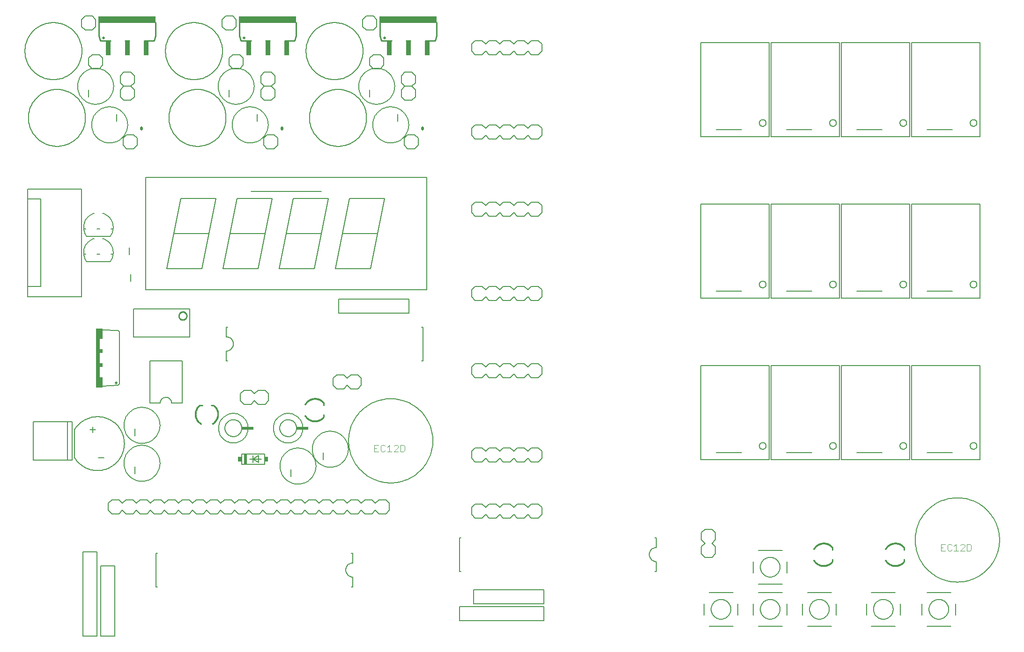
<source format=gto>
G75*
G70*
%OFA0B0*%
%FSLAX24Y24*%
%IPPOS*%
%LPD*%
%AMOC8*
5,1,8,0,0,1.08239X$1,22.5*
%
%ADD10C,0.0080*%
%ADD11C,0.0050*%
%ADD12C,0.0010*%
%ADD13C,0.0100*%
%ADD14C,0.0040*%
%ADD15C,0.0060*%
%ADD16R,0.0900X0.0240*%
%ADD17R,0.0200X0.0736*%
%ADD18R,0.0250X0.0335*%
%ADD19C,0.0200*%
%ADD20R,0.0300X0.4200*%
%ADD21R,0.0200X0.0750*%
%ADD22R,0.0200X0.0300*%
%ADD23R,0.4110X0.0500*%
%ADD24R,0.0380X0.0990*%
%ADD25C,0.0200*%
D10*
X012560Y006993D02*
X012660Y006993D01*
X012560Y006993D02*
X012560Y009393D01*
X012660Y009393D01*
X012910Y012193D02*
X012410Y012193D01*
X012160Y012443D01*
X011910Y012193D01*
X011410Y012193D01*
X011160Y012443D01*
X010910Y012193D01*
X010410Y012193D01*
X010160Y012443D01*
X009910Y012193D01*
X009410Y012193D01*
X009160Y012443D01*
X009160Y012943D01*
X009410Y013193D01*
X009910Y013193D01*
X010160Y012943D01*
X010410Y013193D01*
X010910Y013193D01*
X011160Y012943D01*
X011410Y013193D01*
X011910Y013193D01*
X012160Y012943D01*
X012410Y013193D01*
X012910Y013193D01*
X013160Y012943D01*
X013410Y013193D01*
X013910Y013193D01*
X014160Y012943D01*
X014410Y013193D01*
X014910Y013193D01*
X015160Y012943D01*
X015410Y013193D01*
X015910Y013193D01*
X016160Y012943D01*
X016410Y013193D01*
X016910Y013193D01*
X017160Y012943D01*
X017410Y013193D01*
X017910Y013193D01*
X018160Y012943D01*
X018410Y013193D01*
X018910Y013193D01*
X019160Y012943D01*
X019410Y013193D01*
X019910Y013193D01*
X020160Y012943D01*
X020410Y013193D01*
X020910Y013193D01*
X021160Y012943D01*
X021410Y013193D01*
X021910Y013193D01*
X022160Y012943D01*
X022410Y013193D01*
X022910Y013193D01*
X023160Y012943D01*
X023410Y013193D01*
X023910Y013193D01*
X024160Y012943D01*
X024410Y013193D01*
X024910Y013193D01*
X025160Y012943D01*
X025410Y013193D01*
X025910Y013193D01*
X026160Y012943D01*
X026410Y013193D01*
X026910Y013193D01*
X027160Y012943D01*
X027410Y013193D01*
X027910Y013193D01*
X028160Y012943D01*
X028410Y013193D01*
X028910Y013193D01*
X029160Y012943D01*
X029160Y012443D01*
X028910Y012193D01*
X028410Y012193D01*
X028160Y012443D01*
X027910Y012193D01*
X027410Y012193D01*
X027160Y012443D01*
X026910Y012193D01*
X026410Y012193D01*
X026160Y012443D01*
X025910Y012193D01*
X025410Y012193D01*
X025160Y012443D01*
X024910Y012193D01*
X024410Y012193D01*
X024160Y012443D01*
X023910Y012193D01*
X023410Y012193D01*
X023160Y012443D01*
X022910Y012193D01*
X022410Y012193D01*
X022160Y012443D01*
X021910Y012193D01*
X021410Y012193D01*
X021160Y012443D01*
X020910Y012193D01*
X020410Y012193D01*
X020160Y012443D01*
X019910Y012193D01*
X019410Y012193D01*
X019160Y012443D01*
X018910Y012193D01*
X018410Y012193D01*
X018160Y012443D01*
X017910Y012193D01*
X017410Y012193D01*
X017160Y012443D01*
X016910Y012193D01*
X016410Y012193D01*
X016160Y012443D01*
X015910Y012193D01*
X015410Y012193D01*
X015160Y012443D01*
X014910Y012193D01*
X014410Y012193D01*
X014160Y012443D01*
X013910Y012193D01*
X013410Y012193D01*
X013160Y012443D01*
X012910Y012193D01*
X011060Y015043D02*
X011060Y015543D01*
X010280Y015793D02*
X010282Y015864D01*
X010288Y015935D01*
X010298Y016006D01*
X010312Y016075D01*
X010329Y016144D01*
X010351Y016212D01*
X010376Y016279D01*
X010405Y016344D01*
X010437Y016407D01*
X010473Y016469D01*
X010512Y016528D01*
X010555Y016585D01*
X010600Y016640D01*
X010649Y016692D01*
X010700Y016741D01*
X010754Y016787D01*
X010811Y016831D01*
X010869Y016871D01*
X010930Y016907D01*
X010993Y016941D01*
X011058Y016970D01*
X011124Y016996D01*
X011192Y017019D01*
X011260Y017037D01*
X011330Y017052D01*
X011400Y017063D01*
X011471Y017070D01*
X011542Y017073D01*
X011613Y017072D01*
X011684Y017067D01*
X011755Y017058D01*
X011825Y017045D01*
X011894Y017029D01*
X011962Y017008D01*
X012029Y016984D01*
X012095Y016956D01*
X012158Y016924D01*
X012220Y016889D01*
X012280Y016851D01*
X012338Y016809D01*
X012393Y016765D01*
X012446Y016717D01*
X012496Y016666D01*
X012543Y016613D01*
X012587Y016557D01*
X012628Y016499D01*
X012666Y016438D01*
X012700Y016376D01*
X012730Y016311D01*
X012757Y016246D01*
X012781Y016178D01*
X012800Y016110D01*
X012816Y016041D01*
X012828Y015970D01*
X012836Y015900D01*
X012840Y015829D01*
X012840Y015757D01*
X012836Y015686D01*
X012828Y015616D01*
X012816Y015545D01*
X012800Y015476D01*
X012781Y015408D01*
X012757Y015340D01*
X012730Y015275D01*
X012700Y015210D01*
X012666Y015148D01*
X012628Y015087D01*
X012587Y015029D01*
X012543Y014973D01*
X012496Y014920D01*
X012446Y014869D01*
X012393Y014821D01*
X012338Y014777D01*
X012280Y014735D01*
X012220Y014697D01*
X012158Y014662D01*
X012095Y014630D01*
X012029Y014602D01*
X011962Y014578D01*
X011894Y014557D01*
X011825Y014541D01*
X011755Y014528D01*
X011684Y014519D01*
X011613Y014514D01*
X011542Y014513D01*
X011471Y014516D01*
X011400Y014523D01*
X011330Y014534D01*
X011260Y014549D01*
X011192Y014567D01*
X011124Y014590D01*
X011058Y014616D01*
X010993Y014645D01*
X010930Y014679D01*
X010869Y014715D01*
X010811Y014755D01*
X010754Y014799D01*
X010700Y014845D01*
X010649Y014894D01*
X010600Y014946D01*
X010555Y015001D01*
X010512Y015058D01*
X010473Y015117D01*
X010437Y015179D01*
X010405Y015242D01*
X010376Y015307D01*
X010351Y015374D01*
X010329Y015442D01*
X010312Y015511D01*
X010298Y015580D01*
X010288Y015651D01*
X010282Y015722D01*
X010280Y015793D01*
X011060Y017743D02*
X011060Y018243D01*
X010280Y018493D02*
X010282Y018564D01*
X010288Y018635D01*
X010298Y018706D01*
X010312Y018775D01*
X010329Y018844D01*
X010351Y018912D01*
X010376Y018979D01*
X010405Y019044D01*
X010437Y019107D01*
X010473Y019169D01*
X010512Y019228D01*
X010555Y019285D01*
X010600Y019340D01*
X010649Y019392D01*
X010700Y019441D01*
X010754Y019487D01*
X010811Y019531D01*
X010869Y019571D01*
X010930Y019607D01*
X010993Y019641D01*
X011058Y019670D01*
X011124Y019696D01*
X011192Y019719D01*
X011260Y019737D01*
X011330Y019752D01*
X011400Y019763D01*
X011471Y019770D01*
X011542Y019773D01*
X011613Y019772D01*
X011684Y019767D01*
X011755Y019758D01*
X011825Y019745D01*
X011894Y019729D01*
X011962Y019708D01*
X012029Y019684D01*
X012095Y019656D01*
X012158Y019624D01*
X012220Y019589D01*
X012280Y019551D01*
X012338Y019509D01*
X012393Y019465D01*
X012446Y019417D01*
X012496Y019366D01*
X012543Y019313D01*
X012587Y019257D01*
X012628Y019199D01*
X012666Y019138D01*
X012700Y019076D01*
X012730Y019011D01*
X012757Y018946D01*
X012781Y018878D01*
X012800Y018810D01*
X012816Y018741D01*
X012828Y018670D01*
X012836Y018600D01*
X012840Y018529D01*
X012840Y018457D01*
X012836Y018386D01*
X012828Y018316D01*
X012816Y018245D01*
X012800Y018176D01*
X012781Y018108D01*
X012757Y018040D01*
X012730Y017975D01*
X012700Y017910D01*
X012666Y017848D01*
X012628Y017787D01*
X012587Y017729D01*
X012543Y017673D01*
X012496Y017620D01*
X012446Y017569D01*
X012393Y017521D01*
X012338Y017477D01*
X012280Y017435D01*
X012220Y017397D01*
X012158Y017362D01*
X012095Y017330D01*
X012029Y017302D01*
X011962Y017278D01*
X011894Y017257D01*
X011825Y017241D01*
X011755Y017228D01*
X011684Y017219D01*
X011613Y017214D01*
X011542Y017213D01*
X011471Y017216D01*
X011400Y017223D01*
X011330Y017234D01*
X011260Y017249D01*
X011192Y017267D01*
X011124Y017290D01*
X011058Y017316D01*
X010993Y017345D01*
X010930Y017379D01*
X010869Y017415D01*
X010811Y017455D01*
X010754Y017499D01*
X010700Y017545D01*
X010649Y017594D01*
X010600Y017646D01*
X010555Y017701D01*
X010512Y017758D01*
X010473Y017817D01*
X010437Y017879D01*
X010405Y017942D01*
X010376Y018007D01*
X010351Y018074D01*
X010329Y018142D01*
X010312Y018211D01*
X010298Y018280D01*
X010288Y018351D01*
X010282Y018422D01*
X010280Y018493D01*
X006577Y018760D02*
X006577Y016004D01*
X006262Y016004D01*
X006262Y018760D01*
X006577Y018760D01*
X006262Y018760D02*
X003821Y018760D01*
X003821Y016004D01*
X006262Y016004D01*
X017560Y023093D02*
X017560Y023793D01*
X017604Y023795D01*
X017647Y023801D01*
X017689Y023810D01*
X017731Y023823D01*
X017771Y023840D01*
X017810Y023860D01*
X017847Y023883D01*
X017881Y023910D01*
X017914Y023939D01*
X017943Y023972D01*
X017970Y024006D01*
X017993Y024043D01*
X018013Y024082D01*
X018030Y024122D01*
X018043Y024164D01*
X018052Y024206D01*
X018058Y024249D01*
X018060Y024293D01*
X018058Y024337D01*
X018052Y024380D01*
X018043Y024422D01*
X018030Y024464D01*
X018013Y024504D01*
X017993Y024543D01*
X017970Y024580D01*
X017943Y024614D01*
X017914Y024647D01*
X017881Y024676D01*
X017847Y024703D01*
X017810Y024726D01*
X017771Y024746D01*
X017731Y024763D01*
X017689Y024776D01*
X017647Y024785D01*
X017604Y024791D01*
X017560Y024793D01*
X017560Y025493D01*
X017660Y025493D01*
X014960Y024793D02*
X014960Y026393D01*
X014960Y026193D01*
X014960Y026393D02*
X014960Y026793D01*
X010960Y026793D01*
X010960Y024793D01*
X014960Y024793D01*
X017560Y023093D02*
X017660Y023093D01*
X018810Y020993D02*
X019310Y020993D01*
X019560Y020743D01*
X019810Y020993D01*
X020310Y020993D01*
X020560Y020743D01*
X020560Y020243D01*
X020310Y019993D01*
X019810Y019993D01*
X019560Y020243D01*
X019310Y019993D01*
X018810Y019993D01*
X018560Y020243D01*
X018560Y020743D01*
X018810Y020993D01*
X025160Y021343D02*
X025160Y021843D01*
X025410Y022093D01*
X025910Y022093D01*
X026160Y021843D01*
X026410Y022093D01*
X026910Y022093D01*
X027160Y021843D01*
X027160Y021343D01*
X026910Y021093D01*
X026410Y021093D01*
X026160Y021343D01*
X025910Y021093D01*
X025410Y021093D01*
X025160Y021343D01*
X031460Y023093D02*
X031560Y023093D01*
X031560Y025493D01*
X031460Y025493D01*
X035010Y027643D02*
X035010Y028143D01*
X035260Y028393D01*
X035760Y028393D01*
X036010Y028143D01*
X036260Y028393D01*
X036760Y028393D01*
X037010Y028143D01*
X037260Y028393D01*
X037760Y028393D01*
X038010Y028143D01*
X038260Y028393D01*
X038760Y028393D01*
X039010Y028143D01*
X039260Y028393D01*
X039760Y028393D01*
X040010Y028143D01*
X040010Y027643D01*
X039760Y027393D01*
X039260Y027393D01*
X039010Y027643D01*
X038760Y027393D01*
X038260Y027393D01*
X038010Y027643D01*
X037760Y027393D01*
X037260Y027393D01*
X037010Y027643D01*
X036760Y027393D01*
X036260Y027393D01*
X036010Y027643D01*
X035760Y027393D01*
X035260Y027393D01*
X035010Y027643D01*
X035260Y022893D02*
X035760Y022893D01*
X036010Y022643D01*
X036260Y022893D01*
X036760Y022893D01*
X037010Y022643D01*
X037260Y022893D01*
X037760Y022893D01*
X038010Y022643D01*
X038260Y022893D01*
X038760Y022893D01*
X039010Y022643D01*
X039260Y022893D01*
X039760Y022893D01*
X040010Y022643D01*
X040010Y022143D01*
X039760Y021893D01*
X039260Y021893D01*
X039010Y022143D01*
X038760Y021893D01*
X038260Y021893D01*
X038010Y022143D01*
X037760Y021893D01*
X037260Y021893D01*
X037010Y022143D01*
X036760Y021893D01*
X036260Y021893D01*
X036010Y022143D01*
X035760Y021893D01*
X035260Y021893D01*
X035010Y022143D01*
X035010Y022643D01*
X035260Y022893D01*
X035260Y016893D02*
X035010Y016643D01*
X035010Y016143D01*
X035260Y015893D01*
X035760Y015893D01*
X036010Y016143D01*
X036260Y015893D01*
X036760Y015893D01*
X037010Y016143D01*
X037260Y015893D01*
X037760Y015893D01*
X038010Y016143D01*
X038260Y015893D01*
X038760Y015893D01*
X039010Y016143D01*
X039260Y015893D01*
X039760Y015893D01*
X040010Y016143D01*
X040010Y016643D01*
X039760Y016893D01*
X039260Y016893D01*
X039010Y016643D01*
X038760Y016893D01*
X038260Y016893D01*
X038010Y016643D01*
X037760Y016893D01*
X037260Y016893D01*
X037010Y016643D01*
X036760Y016893D01*
X036260Y016893D01*
X036010Y016643D01*
X035760Y016893D01*
X035260Y016893D01*
X035260Y012893D02*
X035010Y012643D01*
X035010Y012143D01*
X035260Y011893D01*
X035760Y011893D01*
X036010Y012143D01*
X036260Y011893D01*
X036760Y011893D01*
X037010Y012143D01*
X037260Y011893D01*
X037760Y011893D01*
X038010Y012143D01*
X038260Y011893D01*
X038760Y011893D01*
X039010Y012143D01*
X039260Y011893D01*
X039760Y011893D01*
X040010Y012143D01*
X040010Y012643D01*
X039760Y012893D01*
X039260Y012893D01*
X039010Y012643D01*
X038760Y012893D01*
X038260Y012893D01*
X038010Y012643D01*
X037760Y012893D01*
X037260Y012893D01*
X037010Y012643D01*
X036760Y012893D01*
X036260Y012893D01*
X036010Y012643D01*
X035760Y012893D01*
X035260Y012893D01*
X034260Y010493D02*
X034160Y010493D01*
X034160Y008093D01*
X034260Y008093D01*
X026560Y007693D02*
X026516Y007695D01*
X026473Y007701D01*
X026431Y007710D01*
X026389Y007723D01*
X026349Y007740D01*
X026310Y007760D01*
X026273Y007783D01*
X026239Y007810D01*
X026206Y007839D01*
X026177Y007872D01*
X026150Y007906D01*
X026127Y007943D01*
X026107Y007982D01*
X026090Y008022D01*
X026077Y008064D01*
X026068Y008106D01*
X026062Y008149D01*
X026060Y008193D01*
X026062Y008237D01*
X026068Y008280D01*
X026077Y008322D01*
X026090Y008364D01*
X026107Y008404D01*
X026127Y008443D01*
X026150Y008480D01*
X026177Y008514D01*
X026206Y008547D01*
X026239Y008576D01*
X026273Y008603D01*
X026310Y008626D01*
X026349Y008646D01*
X026389Y008663D01*
X026431Y008676D01*
X026473Y008685D01*
X026516Y008691D01*
X026560Y008693D01*
X026560Y009393D01*
X026460Y009393D01*
X026560Y007693D02*
X026560Y006993D01*
X026460Y006993D01*
X022160Y014843D02*
X022160Y015343D01*
X021380Y015593D02*
X021382Y015664D01*
X021388Y015735D01*
X021398Y015806D01*
X021412Y015875D01*
X021429Y015944D01*
X021451Y016012D01*
X021476Y016079D01*
X021505Y016144D01*
X021537Y016207D01*
X021573Y016269D01*
X021612Y016328D01*
X021655Y016385D01*
X021700Y016440D01*
X021749Y016492D01*
X021800Y016541D01*
X021854Y016587D01*
X021911Y016631D01*
X021969Y016671D01*
X022030Y016707D01*
X022093Y016741D01*
X022158Y016770D01*
X022224Y016796D01*
X022292Y016819D01*
X022360Y016837D01*
X022430Y016852D01*
X022500Y016863D01*
X022571Y016870D01*
X022642Y016873D01*
X022713Y016872D01*
X022784Y016867D01*
X022855Y016858D01*
X022925Y016845D01*
X022994Y016829D01*
X023062Y016808D01*
X023129Y016784D01*
X023195Y016756D01*
X023258Y016724D01*
X023320Y016689D01*
X023380Y016651D01*
X023438Y016609D01*
X023493Y016565D01*
X023546Y016517D01*
X023596Y016466D01*
X023643Y016413D01*
X023687Y016357D01*
X023728Y016299D01*
X023766Y016238D01*
X023800Y016176D01*
X023830Y016111D01*
X023857Y016046D01*
X023881Y015978D01*
X023900Y015910D01*
X023916Y015841D01*
X023928Y015770D01*
X023936Y015700D01*
X023940Y015629D01*
X023940Y015557D01*
X023936Y015486D01*
X023928Y015416D01*
X023916Y015345D01*
X023900Y015276D01*
X023881Y015208D01*
X023857Y015140D01*
X023830Y015075D01*
X023800Y015010D01*
X023766Y014948D01*
X023728Y014887D01*
X023687Y014829D01*
X023643Y014773D01*
X023596Y014720D01*
X023546Y014669D01*
X023493Y014621D01*
X023438Y014577D01*
X023380Y014535D01*
X023320Y014497D01*
X023258Y014462D01*
X023195Y014430D01*
X023129Y014402D01*
X023062Y014378D01*
X022994Y014357D01*
X022925Y014341D01*
X022855Y014328D01*
X022784Y014319D01*
X022713Y014314D01*
X022642Y014313D01*
X022571Y014316D01*
X022500Y014323D01*
X022430Y014334D01*
X022360Y014349D01*
X022292Y014367D01*
X022224Y014390D01*
X022158Y014416D01*
X022093Y014445D01*
X022030Y014479D01*
X021969Y014515D01*
X021911Y014555D01*
X021854Y014599D01*
X021800Y014645D01*
X021749Y014694D01*
X021700Y014746D01*
X021655Y014801D01*
X021612Y014858D01*
X021573Y014917D01*
X021537Y014979D01*
X021505Y015042D01*
X021476Y015107D01*
X021451Y015174D01*
X021429Y015242D01*
X021412Y015311D01*
X021398Y015380D01*
X021388Y015451D01*
X021382Y015522D01*
X021380Y015593D01*
X024460Y016043D02*
X024460Y016543D01*
X023680Y016793D02*
X023682Y016864D01*
X023688Y016935D01*
X023698Y017006D01*
X023712Y017075D01*
X023729Y017144D01*
X023751Y017212D01*
X023776Y017279D01*
X023805Y017344D01*
X023837Y017407D01*
X023873Y017469D01*
X023912Y017528D01*
X023955Y017585D01*
X024000Y017640D01*
X024049Y017692D01*
X024100Y017741D01*
X024154Y017787D01*
X024211Y017831D01*
X024269Y017871D01*
X024330Y017907D01*
X024393Y017941D01*
X024458Y017970D01*
X024524Y017996D01*
X024592Y018019D01*
X024660Y018037D01*
X024730Y018052D01*
X024800Y018063D01*
X024871Y018070D01*
X024942Y018073D01*
X025013Y018072D01*
X025084Y018067D01*
X025155Y018058D01*
X025225Y018045D01*
X025294Y018029D01*
X025362Y018008D01*
X025429Y017984D01*
X025495Y017956D01*
X025558Y017924D01*
X025620Y017889D01*
X025680Y017851D01*
X025738Y017809D01*
X025793Y017765D01*
X025846Y017717D01*
X025896Y017666D01*
X025943Y017613D01*
X025987Y017557D01*
X026028Y017499D01*
X026066Y017438D01*
X026100Y017376D01*
X026130Y017311D01*
X026157Y017246D01*
X026181Y017178D01*
X026200Y017110D01*
X026216Y017041D01*
X026228Y016970D01*
X026236Y016900D01*
X026240Y016829D01*
X026240Y016757D01*
X026236Y016686D01*
X026228Y016616D01*
X026216Y016545D01*
X026200Y016476D01*
X026181Y016408D01*
X026157Y016340D01*
X026130Y016275D01*
X026100Y016210D01*
X026066Y016148D01*
X026028Y016087D01*
X025987Y016029D01*
X025943Y015973D01*
X025896Y015920D01*
X025846Y015869D01*
X025793Y015821D01*
X025738Y015777D01*
X025680Y015735D01*
X025620Y015697D01*
X025558Y015662D01*
X025495Y015630D01*
X025429Y015602D01*
X025362Y015578D01*
X025294Y015557D01*
X025225Y015541D01*
X025155Y015528D01*
X025084Y015519D01*
X025013Y015514D01*
X024942Y015513D01*
X024871Y015516D01*
X024800Y015523D01*
X024730Y015534D01*
X024660Y015549D01*
X024592Y015567D01*
X024524Y015590D01*
X024458Y015616D01*
X024393Y015645D01*
X024330Y015679D01*
X024269Y015715D01*
X024211Y015755D01*
X024154Y015799D01*
X024100Y015845D01*
X024049Y015894D01*
X024000Y015946D01*
X023955Y016001D01*
X023912Y016058D01*
X023873Y016117D01*
X023837Y016179D01*
X023805Y016242D01*
X023776Y016307D01*
X023751Y016374D01*
X023729Y016442D01*
X023712Y016511D01*
X023698Y016580D01*
X023688Y016651D01*
X023682Y016722D01*
X023680Y016793D01*
X007259Y027665D02*
X007259Y035332D01*
X003411Y035332D01*
X003411Y034623D01*
X004365Y034623D01*
X004365Y028373D01*
X003411Y028373D01*
X003411Y027665D01*
X007259Y027665D01*
X010760Y028743D02*
X010760Y029243D01*
X010660Y030643D02*
X010660Y031143D01*
X003411Y028373D02*
X003411Y034623D01*
X010210Y038443D02*
X010210Y038943D01*
X010460Y039193D01*
X010960Y039193D01*
X011210Y038943D01*
X011210Y038443D01*
X010960Y038193D01*
X010460Y038193D01*
X010210Y038443D01*
X007980Y039893D02*
X007982Y039964D01*
X007988Y040035D01*
X007998Y040106D01*
X008012Y040175D01*
X008029Y040244D01*
X008051Y040312D01*
X008076Y040379D01*
X008105Y040444D01*
X008137Y040507D01*
X008173Y040569D01*
X008212Y040628D01*
X008255Y040685D01*
X008300Y040740D01*
X008349Y040792D01*
X008400Y040841D01*
X008454Y040887D01*
X008511Y040931D01*
X008569Y040971D01*
X008630Y041007D01*
X008693Y041041D01*
X008758Y041070D01*
X008824Y041096D01*
X008892Y041119D01*
X008960Y041137D01*
X009030Y041152D01*
X009100Y041163D01*
X009171Y041170D01*
X009242Y041173D01*
X009313Y041172D01*
X009384Y041167D01*
X009455Y041158D01*
X009525Y041145D01*
X009594Y041129D01*
X009662Y041108D01*
X009729Y041084D01*
X009795Y041056D01*
X009858Y041024D01*
X009920Y040989D01*
X009980Y040951D01*
X010038Y040909D01*
X010093Y040865D01*
X010146Y040817D01*
X010196Y040766D01*
X010243Y040713D01*
X010287Y040657D01*
X010328Y040599D01*
X010366Y040538D01*
X010400Y040476D01*
X010430Y040411D01*
X010457Y040346D01*
X010481Y040278D01*
X010500Y040210D01*
X010516Y040141D01*
X010528Y040070D01*
X010536Y040000D01*
X010540Y039929D01*
X010540Y039857D01*
X010536Y039786D01*
X010528Y039716D01*
X010516Y039645D01*
X010500Y039576D01*
X010481Y039508D01*
X010457Y039440D01*
X010430Y039375D01*
X010400Y039310D01*
X010366Y039248D01*
X010328Y039187D01*
X010287Y039129D01*
X010243Y039073D01*
X010196Y039020D01*
X010146Y038969D01*
X010093Y038921D01*
X010038Y038877D01*
X009980Y038835D01*
X009920Y038797D01*
X009858Y038762D01*
X009795Y038730D01*
X009729Y038702D01*
X009662Y038678D01*
X009594Y038657D01*
X009525Y038641D01*
X009455Y038628D01*
X009384Y038619D01*
X009313Y038614D01*
X009242Y038613D01*
X009171Y038616D01*
X009100Y038623D01*
X009030Y038634D01*
X008960Y038649D01*
X008892Y038667D01*
X008824Y038690D01*
X008758Y038716D01*
X008693Y038745D01*
X008630Y038779D01*
X008569Y038815D01*
X008511Y038855D01*
X008454Y038899D01*
X008400Y038945D01*
X008349Y038994D01*
X008300Y039046D01*
X008255Y039101D01*
X008212Y039158D01*
X008173Y039217D01*
X008137Y039279D01*
X008105Y039342D01*
X008076Y039407D01*
X008051Y039474D01*
X008029Y039542D01*
X008012Y039611D01*
X007998Y039680D01*
X007988Y039751D01*
X007982Y039822D01*
X007980Y039893D01*
X009760Y040143D02*
X009760Y040643D01*
X010260Y041643D02*
X010760Y041643D01*
X011010Y041893D01*
X011010Y042393D01*
X010760Y042643D01*
X010260Y042643D01*
X010010Y042393D01*
X010010Y041893D01*
X010260Y041643D01*
X010260Y042643D02*
X010760Y042643D01*
X011010Y042893D01*
X011010Y043393D01*
X010760Y043643D01*
X010260Y043643D01*
X010010Y043393D01*
X010010Y042893D01*
X010260Y042643D01*
X006980Y042643D02*
X006982Y042714D01*
X006988Y042785D01*
X006998Y042856D01*
X007012Y042925D01*
X007029Y042994D01*
X007051Y043062D01*
X007076Y043129D01*
X007105Y043194D01*
X007137Y043257D01*
X007173Y043319D01*
X007212Y043378D01*
X007255Y043435D01*
X007300Y043490D01*
X007349Y043542D01*
X007400Y043591D01*
X007454Y043637D01*
X007511Y043681D01*
X007569Y043721D01*
X007630Y043757D01*
X007693Y043791D01*
X007758Y043820D01*
X007824Y043846D01*
X007892Y043869D01*
X007960Y043887D01*
X008030Y043902D01*
X008100Y043913D01*
X008171Y043920D01*
X008242Y043923D01*
X008313Y043922D01*
X008384Y043917D01*
X008455Y043908D01*
X008525Y043895D01*
X008594Y043879D01*
X008662Y043858D01*
X008729Y043834D01*
X008795Y043806D01*
X008858Y043774D01*
X008920Y043739D01*
X008980Y043701D01*
X009038Y043659D01*
X009093Y043615D01*
X009146Y043567D01*
X009196Y043516D01*
X009243Y043463D01*
X009287Y043407D01*
X009328Y043349D01*
X009366Y043288D01*
X009400Y043226D01*
X009430Y043161D01*
X009457Y043096D01*
X009481Y043028D01*
X009500Y042960D01*
X009516Y042891D01*
X009528Y042820D01*
X009536Y042750D01*
X009540Y042679D01*
X009540Y042607D01*
X009536Y042536D01*
X009528Y042466D01*
X009516Y042395D01*
X009500Y042326D01*
X009481Y042258D01*
X009457Y042190D01*
X009430Y042125D01*
X009400Y042060D01*
X009366Y041998D01*
X009328Y041937D01*
X009287Y041879D01*
X009243Y041823D01*
X009196Y041770D01*
X009146Y041719D01*
X009093Y041671D01*
X009038Y041627D01*
X008980Y041585D01*
X008920Y041547D01*
X008858Y041512D01*
X008795Y041480D01*
X008729Y041452D01*
X008662Y041428D01*
X008594Y041407D01*
X008525Y041391D01*
X008455Y041378D01*
X008384Y041369D01*
X008313Y041364D01*
X008242Y041363D01*
X008171Y041366D01*
X008100Y041373D01*
X008030Y041384D01*
X007960Y041399D01*
X007892Y041417D01*
X007824Y041440D01*
X007758Y041466D01*
X007693Y041495D01*
X007630Y041529D01*
X007569Y041565D01*
X007511Y041605D01*
X007454Y041649D01*
X007400Y041695D01*
X007349Y041744D01*
X007300Y041796D01*
X007255Y041851D01*
X007212Y041908D01*
X007173Y041967D01*
X007137Y042029D01*
X007105Y042092D01*
X007076Y042157D01*
X007051Y042224D01*
X007029Y042292D01*
X007012Y042361D01*
X006998Y042430D01*
X006988Y042501D01*
X006982Y042572D01*
X006980Y042643D01*
X007760Y042393D02*
X007760Y041893D01*
X003482Y040393D02*
X003484Y040493D01*
X003492Y040592D01*
X003504Y040691D01*
X003521Y040789D01*
X003543Y040886D01*
X003569Y040982D01*
X003601Y041076D01*
X003636Y041169D01*
X003677Y041260D01*
X003721Y041349D01*
X003771Y041436D01*
X003824Y041520D01*
X003881Y041601D01*
X003942Y041680D01*
X004007Y041755D01*
X004076Y041827D01*
X004148Y041896D01*
X004223Y041961D01*
X004302Y042022D01*
X004383Y042079D01*
X004467Y042132D01*
X004554Y042182D01*
X004643Y042226D01*
X004734Y042267D01*
X004827Y042302D01*
X004921Y042334D01*
X005017Y042360D01*
X005114Y042382D01*
X005212Y042399D01*
X005311Y042411D01*
X005410Y042419D01*
X005510Y042421D01*
X005610Y042419D01*
X005709Y042411D01*
X005808Y042399D01*
X005906Y042382D01*
X006003Y042360D01*
X006099Y042334D01*
X006193Y042302D01*
X006286Y042267D01*
X006377Y042226D01*
X006466Y042182D01*
X006553Y042132D01*
X006637Y042079D01*
X006718Y042022D01*
X006797Y041961D01*
X006872Y041896D01*
X006944Y041827D01*
X007013Y041755D01*
X007078Y041680D01*
X007139Y041601D01*
X007196Y041520D01*
X007249Y041436D01*
X007299Y041349D01*
X007343Y041260D01*
X007384Y041169D01*
X007419Y041076D01*
X007451Y040982D01*
X007477Y040886D01*
X007499Y040789D01*
X007516Y040691D01*
X007528Y040592D01*
X007536Y040493D01*
X007538Y040393D01*
X007536Y040293D01*
X007528Y040194D01*
X007516Y040095D01*
X007499Y039997D01*
X007477Y039900D01*
X007451Y039804D01*
X007419Y039710D01*
X007384Y039617D01*
X007343Y039526D01*
X007299Y039437D01*
X007249Y039350D01*
X007196Y039266D01*
X007139Y039185D01*
X007078Y039106D01*
X007013Y039031D01*
X006944Y038959D01*
X006872Y038890D01*
X006797Y038825D01*
X006718Y038764D01*
X006637Y038707D01*
X006553Y038654D01*
X006466Y038604D01*
X006377Y038560D01*
X006286Y038519D01*
X006193Y038484D01*
X006099Y038452D01*
X006003Y038426D01*
X005906Y038404D01*
X005808Y038387D01*
X005709Y038375D01*
X005610Y038367D01*
X005510Y038365D01*
X005410Y038367D01*
X005311Y038375D01*
X005212Y038387D01*
X005114Y038404D01*
X005017Y038426D01*
X004921Y038452D01*
X004827Y038484D01*
X004734Y038519D01*
X004643Y038560D01*
X004554Y038604D01*
X004467Y038654D01*
X004383Y038707D01*
X004302Y038764D01*
X004223Y038825D01*
X004148Y038890D01*
X004076Y038959D01*
X004007Y039031D01*
X003942Y039106D01*
X003881Y039185D01*
X003824Y039266D01*
X003771Y039350D01*
X003721Y039437D01*
X003677Y039526D01*
X003636Y039617D01*
X003601Y039710D01*
X003569Y039804D01*
X003543Y039900D01*
X003521Y039997D01*
X003504Y040095D01*
X003492Y040194D01*
X003484Y040293D01*
X003482Y040393D01*
X007760Y044143D02*
X008010Y043893D01*
X008510Y043893D01*
X008760Y044143D01*
X008760Y044643D01*
X008510Y044893D01*
X008010Y044893D01*
X007760Y044643D01*
X007760Y044143D01*
X003232Y045143D02*
X003234Y045243D01*
X003242Y045342D01*
X003254Y045441D01*
X003271Y045539D01*
X003293Y045636D01*
X003319Y045732D01*
X003351Y045826D01*
X003386Y045919D01*
X003427Y046010D01*
X003471Y046099D01*
X003521Y046186D01*
X003574Y046270D01*
X003631Y046351D01*
X003692Y046430D01*
X003757Y046505D01*
X003826Y046577D01*
X003898Y046646D01*
X003973Y046711D01*
X004052Y046772D01*
X004133Y046829D01*
X004217Y046882D01*
X004304Y046932D01*
X004393Y046976D01*
X004484Y047017D01*
X004577Y047052D01*
X004671Y047084D01*
X004767Y047110D01*
X004864Y047132D01*
X004962Y047149D01*
X005061Y047161D01*
X005160Y047169D01*
X005260Y047171D01*
X005360Y047169D01*
X005459Y047161D01*
X005558Y047149D01*
X005656Y047132D01*
X005753Y047110D01*
X005849Y047084D01*
X005943Y047052D01*
X006036Y047017D01*
X006127Y046976D01*
X006216Y046932D01*
X006303Y046882D01*
X006387Y046829D01*
X006468Y046772D01*
X006547Y046711D01*
X006622Y046646D01*
X006694Y046577D01*
X006763Y046505D01*
X006828Y046430D01*
X006889Y046351D01*
X006946Y046270D01*
X006999Y046186D01*
X007049Y046099D01*
X007093Y046010D01*
X007134Y045919D01*
X007169Y045826D01*
X007201Y045732D01*
X007227Y045636D01*
X007249Y045539D01*
X007266Y045441D01*
X007278Y045342D01*
X007286Y045243D01*
X007288Y045143D01*
X007286Y045043D01*
X007278Y044944D01*
X007266Y044845D01*
X007249Y044747D01*
X007227Y044650D01*
X007201Y044554D01*
X007169Y044460D01*
X007134Y044367D01*
X007093Y044276D01*
X007049Y044187D01*
X006999Y044100D01*
X006946Y044016D01*
X006889Y043935D01*
X006828Y043856D01*
X006763Y043781D01*
X006694Y043709D01*
X006622Y043640D01*
X006547Y043575D01*
X006468Y043514D01*
X006387Y043457D01*
X006303Y043404D01*
X006216Y043354D01*
X006127Y043310D01*
X006036Y043269D01*
X005943Y043234D01*
X005849Y043202D01*
X005753Y043176D01*
X005656Y043154D01*
X005558Y043137D01*
X005459Y043125D01*
X005360Y043117D01*
X005260Y043115D01*
X005160Y043117D01*
X005061Y043125D01*
X004962Y043137D01*
X004864Y043154D01*
X004767Y043176D01*
X004671Y043202D01*
X004577Y043234D01*
X004484Y043269D01*
X004393Y043310D01*
X004304Y043354D01*
X004217Y043404D01*
X004133Y043457D01*
X004052Y043514D01*
X003973Y043575D01*
X003898Y043640D01*
X003826Y043709D01*
X003757Y043781D01*
X003692Y043856D01*
X003631Y043935D01*
X003574Y044016D01*
X003521Y044100D01*
X003471Y044187D01*
X003427Y044276D01*
X003386Y044367D01*
X003351Y044460D01*
X003319Y044554D01*
X003293Y044650D01*
X003271Y044747D01*
X003254Y044845D01*
X003242Y044944D01*
X003234Y045043D01*
X003232Y045143D01*
X007260Y046893D02*
X007260Y047393D01*
X007510Y047643D01*
X008010Y047643D01*
X008260Y047393D01*
X008260Y046893D01*
X008010Y046643D01*
X007510Y046643D01*
X007260Y046893D01*
X013232Y045143D02*
X013234Y045243D01*
X013242Y045342D01*
X013254Y045441D01*
X013271Y045539D01*
X013293Y045636D01*
X013319Y045732D01*
X013351Y045826D01*
X013386Y045919D01*
X013427Y046010D01*
X013471Y046099D01*
X013521Y046186D01*
X013574Y046270D01*
X013631Y046351D01*
X013692Y046430D01*
X013757Y046505D01*
X013826Y046577D01*
X013898Y046646D01*
X013973Y046711D01*
X014052Y046772D01*
X014133Y046829D01*
X014217Y046882D01*
X014304Y046932D01*
X014393Y046976D01*
X014484Y047017D01*
X014577Y047052D01*
X014671Y047084D01*
X014767Y047110D01*
X014864Y047132D01*
X014962Y047149D01*
X015061Y047161D01*
X015160Y047169D01*
X015260Y047171D01*
X015360Y047169D01*
X015459Y047161D01*
X015558Y047149D01*
X015656Y047132D01*
X015753Y047110D01*
X015849Y047084D01*
X015943Y047052D01*
X016036Y047017D01*
X016127Y046976D01*
X016216Y046932D01*
X016303Y046882D01*
X016387Y046829D01*
X016468Y046772D01*
X016547Y046711D01*
X016622Y046646D01*
X016694Y046577D01*
X016763Y046505D01*
X016828Y046430D01*
X016889Y046351D01*
X016946Y046270D01*
X016999Y046186D01*
X017049Y046099D01*
X017093Y046010D01*
X017134Y045919D01*
X017169Y045826D01*
X017201Y045732D01*
X017227Y045636D01*
X017249Y045539D01*
X017266Y045441D01*
X017278Y045342D01*
X017286Y045243D01*
X017288Y045143D01*
X017286Y045043D01*
X017278Y044944D01*
X017266Y044845D01*
X017249Y044747D01*
X017227Y044650D01*
X017201Y044554D01*
X017169Y044460D01*
X017134Y044367D01*
X017093Y044276D01*
X017049Y044187D01*
X016999Y044100D01*
X016946Y044016D01*
X016889Y043935D01*
X016828Y043856D01*
X016763Y043781D01*
X016694Y043709D01*
X016622Y043640D01*
X016547Y043575D01*
X016468Y043514D01*
X016387Y043457D01*
X016303Y043404D01*
X016216Y043354D01*
X016127Y043310D01*
X016036Y043269D01*
X015943Y043234D01*
X015849Y043202D01*
X015753Y043176D01*
X015656Y043154D01*
X015558Y043137D01*
X015459Y043125D01*
X015360Y043117D01*
X015260Y043115D01*
X015160Y043117D01*
X015061Y043125D01*
X014962Y043137D01*
X014864Y043154D01*
X014767Y043176D01*
X014671Y043202D01*
X014577Y043234D01*
X014484Y043269D01*
X014393Y043310D01*
X014304Y043354D01*
X014217Y043404D01*
X014133Y043457D01*
X014052Y043514D01*
X013973Y043575D01*
X013898Y043640D01*
X013826Y043709D01*
X013757Y043781D01*
X013692Y043856D01*
X013631Y043935D01*
X013574Y044016D01*
X013521Y044100D01*
X013471Y044187D01*
X013427Y044276D01*
X013386Y044367D01*
X013351Y044460D01*
X013319Y044554D01*
X013293Y044650D01*
X013271Y044747D01*
X013254Y044845D01*
X013242Y044944D01*
X013234Y045043D01*
X013232Y045143D01*
X017260Y046893D02*
X017260Y047393D01*
X017510Y047643D01*
X018010Y047643D01*
X018260Y047393D01*
X018260Y046893D01*
X018010Y046643D01*
X017510Y046643D01*
X017260Y046893D01*
X018010Y044893D02*
X017760Y044643D01*
X017760Y044143D01*
X018010Y043893D01*
X018510Y043893D01*
X018760Y044143D01*
X018760Y044643D01*
X018510Y044893D01*
X018010Y044893D01*
X020010Y043393D02*
X020010Y042893D01*
X020260Y042643D01*
X020010Y042393D01*
X020010Y041893D01*
X020260Y041643D01*
X020760Y041643D01*
X021010Y041893D01*
X021010Y042393D01*
X020760Y042643D01*
X020260Y042643D01*
X020760Y042643D01*
X021010Y042893D01*
X021010Y043393D01*
X020760Y043643D01*
X020260Y043643D01*
X020010Y043393D01*
X016980Y042643D02*
X016982Y042714D01*
X016988Y042785D01*
X016998Y042856D01*
X017012Y042925D01*
X017029Y042994D01*
X017051Y043062D01*
X017076Y043129D01*
X017105Y043194D01*
X017137Y043257D01*
X017173Y043319D01*
X017212Y043378D01*
X017255Y043435D01*
X017300Y043490D01*
X017349Y043542D01*
X017400Y043591D01*
X017454Y043637D01*
X017511Y043681D01*
X017569Y043721D01*
X017630Y043757D01*
X017693Y043791D01*
X017758Y043820D01*
X017824Y043846D01*
X017892Y043869D01*
X017960Y043887D01*
X018030Y043902D01*
X018100Y043913D01*
X018171Y043920D01*
X018242Y043923D01*
X018313Y043922D01*
X018384Y043917D01*
X018455Y043908D01*
X018525Y043895D01*
X018594Y043879D01*
X018662Y043858D01*
X018729Y043834D01*
X018795Y043806D01*
X018858Y043774D01*
X018920Y043739D01*
X018980Y043701D01*
X019038Y043659D01*
X019093Y043615D01*
X019146Y043567D01*
X019196Y043516D01*
X019243Y043463D01*
X019287Y043407D01*
X019328Y043349D01*
X019366Y043288D01*
X019400Y043226D01*
X019430Y043161D01*
X019457Y043096D01*
X019481Y043028D01*
X019500Y042960D01*
X019516Y042891D01*
X019528Y042820D01*
X019536Y042750D01*
X019540Y042679D01*
X019540Y042607D01*
X019536Y042536D01*
X019528Y042466D01*
X019516Y042395D01*
X019500Y042326D01*
X019481Y042258D01*
X019457Y042190D01*
X019430Y042125D01*
X019400Y042060D01*
X019366Y041998D01*
X019328Y041937D01*
X019287Y041879D01*
X019243Y041823D01*
X019196Y041770D01*
X019146Y041719D01*
X019093Y041671D01*
X019038Y041627D01*
X018980Y041585D01*
X018920Y041547D01*
X018858Y041512D01*
X018795Y041480D01*
X018729Y041452D01*
X018662Y041428D01*
X018594Y041407D01*
X018525Y041391D01*
X018455Y041378D01*
X018384Y041369D01*
X018313Y041364D01*
X018242Y041363D01*
X018171Y041366D01*
X018100Y041373D01*
X018030Y041384D01*
X017960Y041399D01*
X017892Y041417D01*
X017824Y041440D01*
X017758Y041466D01*
X017693Y041495D01*
X017630Y041529D01*
X017569Y041565D01*
X017511Y041605D01*
X017454Y041649D01*
X017400Y041695D01*
X017349Y041744D01*
X017300Y041796D01*
X017255Y041851D01*
X017212Y041908D01*
X017173Y041967D01*
X017137Y042029D01*
X017105Y042092D01*
X017076Y042157D01*
X017051Y042224D01*
X017029Y042292D01*
X017012Y042361D01*
X016998Y042430D01*
X016988Y042501D01*
X016982Y042572D01*
X016980Y042643D01*
X017760Y042393D02*
X017760Y041893D01*
X019760Y040643D02*
X019760Y040143D01*
X017980Y039893D02*
X017982Y039964D01*
X017988Y040035D01*
X017998Y040106D01*
X018012Y040175D01*
X018029Y040244D01*
X018051Y040312D01*
X018076Y040379D01*
X018105Y040444D01*
X018137Y040507D01*
X018173Y040569D01*
X018212Y040628D01*
X018255Y040685D01*
X018300Y040740D01*
X018349Y040792D01*
X018400Y040841D01*
X018454Y040887D01*
X018511Y040931D01*
X018569Y040971D01*
X018630Y041007D01*
X018693Y041041D01*
X018758Y041070D01*
X018824Y041096D01*
X018892Y041119D01*
X018960Y041137D01*
X019030Y041152D01*
X019100Y041163D01*
X019171Y041170D01*
X019242Y041173D01*
X019313Y041172D01*
X019384Y041167D01*
X019455Y041158D01*
X019525Y041145D01*
X019594Y041129D01*
X019662Y041108D01*
X019729Y041084D01*
X019795Y041056D01*
X019858Y041024D01*
X019920Y040989D01*
X019980Y040951D01*
X020038Y040909D01*
X020093Y040865D01*
X020146Y040817D01*
X020196Y040766D01*
X020243Y040713D01*
X020287Y040657D01*
X020328Y040599D01*
X020366Y040538D01*
X020400Y040476D01*
X020430Y040411D01*
X020457Y040346D01*
X020481Y040278D01*
X020500Y040210D01*
X020516Y040141D01*
X020528Y040070D01*
X020536Y040000D01*
X020540Y039929D01*
X020540Y039857D01*
X020536Y039786D01*
X020528Y039716D01*
X020516Y039645D01*
X020500Y039576D01*
X020481Y039508D01*
X020457Y039440D01*
X020430Y039375D01*
X020400Y039310D01*
X020366Y039248D01*
X020328Y039187D01*
X020287Y039129D01*
X020243Y039073D01*
X020196Y039020D01*
X020146Y038969D01*
X020093Y038921D01*
X020038Y038877D01*
X019980Y038835D01*
X019920Y038797D01*
X019858Y038762D01*
X019795Y038730D01*
X019729Y038702D01*
X019662Y038678D01*
X019594Y038657D01*
X019525Y038641D01*
X019455Y038628D01*
X019384Y038619D01*
X019313Y038614D01*
X019242Y038613D01*
X019171Y038616D01*
X019100Y038623D01*
X019030Y038634D01*
X018960Y038649D01*
X018892Y038667D01*
X018824Y038690D01*
X018758Y038716D01*
X018693Y038745D01*
X018630Y038779D01*
X018569Y038815D01*
X018511Y038855D01*
X018454Y038899D01*
X018400Y038945D01*
X018349Y038994D01*
X018300Y039046D01*
X018255Y039101D01*
X018212Y039158D01*
X018173Y039217D01*
X018137Y039279D01*
X018105Y039342D01*
X018076Y039407D01*
X018051Y039474D01*
X018029Y039542D01*
X018012Y039611D01*
X017998Y039680D01*
X017988Y039751D01*
X017982Y039822D01*
X017980Y039893D01*
X020210Y038943D02*
X020210Y038443D01*
X020460Y038193D01*
X020960Y038193D01*
X021210Y038443D01*
X021210Y038943D01*
X020960Y039193D01*
X020460Y039193D01*
X020210Y038943D01*
X013482Y040393D02*
X013484Y040493D01*
X013492Y040592D01*
X013504Y040691D01*
X013521Y040789D01*
X013543Y040886D01*
X013569Y040982D01*
X013601Y041076D01*
X013636Y041169D01*
X013677Y041260D01*
X013721Y041349D01*
X013771Y041436D01*
X013824Y041520D01*
X013881Y041601D01*
X013942Y041680D01*
X014007Y041755D01*
X014076Y041827D01*
X014148Y041896D01*
X014223Y041961D01*
X014302Y042022D01*
X014383Y042079D01*
X014467Y042132D01*
X014554Y042182D01*
X014643Y042226D01*
X014734Y042267D01*
X014827Y042302D01*
X014921Y042334D01*
X015017Y042360D01*
X015114Y042382D01*
X015212Y042399D01*
X015311Y042411D01*
X015410Y042419D01*
X015510Y042421D01*
X015610Y042419D01*
X015709Y042411D01*
X015808Y042399D01*
X015906Y042382D01*
X016003Y042360D01*
X016099Y042334D01*
X016193Y042302D01*
X016286Y042267D01*
X016377Y042226D01*
X016466Y042182D01*
X016553Y042132D01*
X016637Y042079D01*
X016718Y042022D01*
X016797Y041961D01*
X016872Y041896D01*
X016944Y041827D01*
X017013Y041755D01*
X017078Y041680D01*
X017139Y041601D01*
X017196Y041520D01*
X017249Y041436D01*
X017299Y041349D01*
X017343Y041260D01*
X017384Y041169D01*
X017419Y041076D01*
X017451Y040982D01*
X017477Y040886D01*
X017499Y040789D01*
X017516Y040691D01*
X017528Y040592D01*
X017536Y040493D01*
X017538Y040393D01*
X017536Y040293D01*
X017528Y040194D01*
X017516Y040095D01*
X017499Y039997D01*
X017477Y039900D01*
X017451Y039804D01*
X017419Y039710D01*
X017384Y039617D01*
X017343Y039526D01*
X017299Y039437D01*
X017249Y039350D01*
X017196Y039266D01*
X017139Y039185D01*
X017078Y039106D01*
X017013Y039031D01*
X016944Y038959D01*
X016872Y038890D01*
X016797Y038825D01*
X016718Y038764D01*
X016637Y038707D01*
X016553Y038654D01*
X016466Y038604D01*
X016377Y038560D01*
X016286Y038519D01*
X016193Y038484D01*
X016099Y038452D01*
X016003Y038426D01*
X015906Y038404D01*
X015808Y038387D01*
X015709Y038375D01*
X015610Y038367D01*
X015510Y038365D01*
X015410Y038367D01*
X015311Y038375D01*
X015212Y038387D01*
X015114Y038404D01*
X015017Y038426D01*
X014921Y038452D01*
X014827Y038484D01*
X014734Y038519D01*
X014643Y038560D01*
X014554Y038604D01*
X014467Y038654D01*
X014383Y038707D01*
X014302Y038764D01*
X014223Y038825D01*
X014148Y038890D01*
X014076Y038959D01*
X014007Y039031D01*
X013942Y039106D01*
X013881Y039185D01*
X013824Y039266D01*
X013771Y039350D01*
X013721Y039437D01*
X013677Y039526D01*
X013636Y039617D01*
X013601Y039710D01*
X013569Y039804D01*
X013543Y039900D01*
X013521Y039997D01*
X013504Y040095D01*
X013492Y040194D01*
X013484Y040293D01*
X013482Y040393D01*
X023482Y040393D02*
X023484Y040493D01*
X023492Y040592D01*
X023504Y040691D01*
X023521Y040789D01*
X023543Y040886D01*
X023569Y040982D01*
X023601Y041076D01*
X023636Y041169D01*
X023677Y041260D01*
X023721Y041349D01*
X023771Y041436D01*
X023824Y041520D01*
X023881Y041601D01*
X023942Y041680D01*
X024007Y041755D01*
X024076Y041827D01*
X024148Y041896D01*
X024223Y041961D01*
X024302Y042022D01*
X024383Y042079D01*
X024467Y042132D01*
X024554Y042182D01*
X024643Y042226D01*
X024734Y042267D01*
X024827Y042302D01*
X024921Y042334D01*
X025017Y042360D01*
X025114Y042382D01*
X025212Y042399D01*
X025311Y042411D01*
X025410Y042419D01*
X025510Y042421D01*
X025610Y042419D01*
X025709Y042411D01*
X025808Y042399D01*
X025906Y042382D01*
X026003Y042360D01*
X026099Y042334D01*
X026193Y042302D01*
X026286Y042267D01*
X026377Y042226D01*
X026466Y042182D01*
X026553Y042132D01*
X026637Y042079D01*
X026718Y042022D01*
X026797Y041961D01*
X026872Y041896D01*
X026944Y041827D01*
X027013Y041755D01*
X027078Y041680D01*
X027139Y041601D01*
X027196Y041520D01*
X027249Y041436D01*
X027299Y041349D01*
X027343Y041260D01*
X027384Y041169D01*
X027419Y041076D01*
X027451Y040982D01*
X027477Y040886D01*
X027499Y040789D01*
X027516Y040691D01*
X027528Y040592D01*
X027536Y040493D01*
X027538Y040393D01*
X027536Y040293D01*
X027528Y040194D01*
X027516Y040095D01*
X027499Y039997D01*
X027477Y039900D01*
X027451Y039804D01*
X027419Y039710D01*
X027384Y039617D01*
X027343Y039526D01*
X027299Y039437D01*
X027249Y039350D01*
X027196Y039266D01*
X027139Y039185D01*
X027078Y039106D01*
X027013Y039031D01*
X026944Y038959D01*
X026872Y038890D01*
X026797Y038825D01*
X026718Y038764D01*
X026637Y038707D01*
X026553Y038654D01*
X026466Y038604D01*
X026377Y038560D01*
X026286Y038519D01*
X026193Y038484D01*
X026099Y038452D01*
X026003Y038426D01*
X025906Y038404D01*
X025808Y038387D01*
X025709Y038375D01*
X025610Y038367D01*
X025510Y038365D01*
X025410Y038367D01*
X025311Y038375D01*
X025212Y038387D01*
X025114Y038404D01*
X025017Y038426D01*
X024921Y038452D01*
X024827Y038484D01*
X024734Y038519D01*
X024643Y038560D01*
X024554Y038604D01*
X024467Y038654D01*
X024383Y038707D01*
X024302Y038764D01*
X024223Y038825D01*
X024148Y038890D01*
X024076Y038959D01*
X024007Y039031D01*
X023942Y039106D01*
X023881Y039185D01*
X023824Y039266D01*
X023771Y039350D01*
X023721Y039437D01*
X023677Y039526D01*
X023636Y039617D01*
X023601Y039710D01*
X023569Y039804D01*
X023543Y039900D01*
X023521Y039997D01*
X023504Y040095D01*
X023492Y040194D01*
X023484Y040293D01*
X023482Y040393D01*
X027760Y041893D02*
X027760Y042393D01*
X026980Y042643D02*
X026982Y042714D01*
X026988Y042785D01*
X026998Y042856D01*
X027012Y042925D01*
X027029Y042994D01*
X027051Y043062D01*
X027076Y043129D01*
X027105Y043194D01*
X027137Y043257D01*
X027173Y043319D01*
X027212Y043378D01*
X027255Y043435D01*
X027300Y043490D01*
X027349Y043542D01*
X027400Y043591D01*
X027454Y043637D01*
X027511Y043681D01*
X027569Y043721D01*
X027630Y043757D01*
X027693Y043791D01*
X027758Y043820D01*
X027824Y043846D01*
X027892Y043869D01*
X027960Y043887D01*
X028030Y043902D01*
X028100Y043913D01*
X028171Y043920D01*
X028242Y043923D01*
X028313Y043922D01*
X028384Y043917D01*
X028455Y043908D01*
X028525Y043895D01*
X028594Y043879D01*
X028662Y043858D01*
X028729Y043834D01*
X028795Y043806D01*
X028858Y043774D01*
X028920Y043739D01*
X028980Y043701D01*
X029038Y043659D01*
X029093Y043615D01*
X029146Y043567D01*
X029196Y043516D01*
X029243Y043463D01*
X029287Y043407D01*
X029328Y043349D01*
X029366Y043288D01*
X029400Y043226D01*
X029430Y043161D01*
X029457Y043096D01*
X029481Y043028D01*
X029500Y042960D01*
X029516Y042891D01*
X029528Y042820D01*
X029536Y042750D01*
X029540Y042679D01*
X029540Y042607D01*
X029536Y042536D01*
X029528Y042466D01*
X029516Y042395D01*
X029500Y042326D01*
X029481Y042258D01*
X029457Y042190D01*
X029430Y042125D01*
X029400Y042060D01*
X029366Y041998D01*
X029328Y041937D01*
X029287Y041879D01*
X029243Y041823D01*
X029196Y041770D01*
X029146Y041719D01*
X029093Y041671D01*
X029038Y041627D01*
X028980Y041585D01*
X028920Y041547D01*
X028858Y041512D01*
X028795Y041480D01*
X028729Y041452D01*
X028662Y041428D01*
X028594Y041407D01*
X028525Y041391D01*
X028455Y041378D01*
X028384Y041369D01*
X028313Y041364D01*
X028242Y041363D01*
X028171Y041366D01*
X028100Y041373D01*
X028030Y041384D01*
X027960Y041399D01*
X027892Y041417D01*
X027824Y041440D01*
X027758Y041466D01*
X027693Y041495D01*
X027630Y041529D01*
X027569Y041565D01*
X027511Y041605D01*
X027454Y041649D01*
X027400Y041695D01*
X027349Y041744D01*
X027300Y041796D01*
X027255Y041851D01*
X027212Y041908D01*
X027173Y041967D01*
X027137Y042029D01*
X027105Y042092D01*
X027076Y042157D01*
X027051Y042224D01*
X027029Y042292D01*
X027012Y042361D01*
X026998Y042430D01*
X026988Y042501D01*
X026982Y042572D01*
X026980Y042643D01*
X028010Y043893D02*
X027760Y044143D01*
X027760Y044643D01*
X028010Y044893D01*
X028510Y044893D01*
X028760Y044643D01*
X028760Y044143D01*
X028510Y043893D01*
X028010Y043893D01*
X030010Y043393D02*
X030010Y042893D01*
X030260Y042643D01*
X030010Y042393D01*
X030010Y041893D01*
X030260Y041643D01*
X030760Y041643D01*
X031010Y041893D01*
X031010Y042393D01*
X030760Y042643D01*
X030260Y042643D01*
X030760Y042643D01*
X031010Y042893D01*
X031010Y043393D01*
X030760Y043643D01*
X030260Y043643D01*
X030010Y043393D01*
X029760Y040643D02*
X029760Y040143D01*
X027980Y039893D02*
X027982Y039964D01*
X027988Y040035D01*
X027998Y040106D01*
X028012Y040175D01*
X028029Y040244D01*
X028051Y040312D01*
X028076Y040379D01*
X028105Y040444D01*
X028137Y040507D01*
X028173Y040569D01*
X028212Y040628D01*
X028255Y040685D01*
X028300Y040740D01*
X028349Y040792D01*
X028400Y040841D01*
X028454Y040887D01*
X028511Y040931D01*
X028569Y040971D01*
X028630Y041007D01*
X028693Y041041D01*
X028758Y041070D01*
X028824Y041096D01*
X028892Y041119D01*
X028960Y041137D01*
X029030Y041152D01*
X029100Y041163D01*
X029171Y041170D01*
X029242Y041173D01*
X029313Y041172D01*
X029384Y041167D01*
X029455Y041158D01*
X029525Y041145D01*
X029594Y041129D01*
X029662Y041108D01*
X029729Y041084D01*
X029795Y041056D01*
X029858Y041024D01*
X029920Y040989D01*
X029980Y040951D01*
X030038Y040909D01*
X030093Y040865D01*
X030146Y040817D01*
X030196Y040766D01*
X030243Y040713D01*
X030287Y040657D01*
X030328Y040599D01*
X030366Y040538D01*
X030400Y040476D01*
X030430Y040411D01*
X030457Y040346D01*
X030481Y040278D01*
X030500Y040210D01*
X030516Y040141D01*
X030528Y040070D01*
X030536Y040000D01*
X030540Y039929D01*
X030540Y039857D01*
X030536Y039786D01*
X030528Y039716D01*
X030516Y039645D01*
X030500Y039576D01*
X030481Y039508D01*
X030457Y039440D01*
X030430Y039375D01*
X030400Y039310D01*
X030366Y039248D01*
X030328Y039187D01*
X030287Y039129D01*
X030243Y039073D01*
X030196Y039020D01*
X030146Y038969D01*
X030093Y038921D01*
X030038Y038877D01*
X029980Y038835D01*
X029920Y038797D01*
X029858Y038762D01*
X029795Y038730D01*
X029729Y038702D01*
X029662Y038678D01*
X029594Y038657D01*
X029525Y038641D01*
X029455Y038628D01*
X029384Y038619D01*
X029313Y038614D01*
X029242Y038613D01*
X029171Y038616D01*
X029100Y038623D01*
X029030Y038634D01*
X028960Y038649D01*
X028892Y038667D01*
X028824Y038690D01*
X028758Y038716D01*
X028693Y038745D01*
X028630Y038779D01*
X028569Y038815D01*
X028511Y038855D01*
X028454Y038899D01*
X028400Y038945D01*
X028349Y038994D01*
X028300Y039046D01*
X028255Y039101D01*
X028212Y039158D01*
X028173Y039217D01*
X028137Y039279D01*
X028105Y039342D01*
X028076Y039407D01*
X028051Y039474D01*
X028029Y039542D01*
X028012Y039611D01*
X027998Y039680D01*
X027988Y039751D01*
X027982Y039822D01*
X027980Y039893D01*
X030210Y038943D02*
X030210Y038443D01*
X030460Y038193D01*
X030960Y038193D01*
X031210Y038443D01*
X031210Y038943D01*
X030960Y039193D01*
X030460Y039193D01*
X030210Y038943D01*
X035010Y039143D02*
X035010Y039643D01*
X035260Y039893D01*
X035760Y039893D01*
X036010Y039643D01*
X036260Y039893D01*
X036760Y039893D01*
X037010Y039643D01*
X037260Y039893D01*
X037760Y039893D01*
X038010Y039643D01*
X038260Y039893D01*
X038760Y039893D01*
X039010Y039643D01*
X039260Y039893D01*
X039760Y039893D01*
X040010Y039643D01*
X040010Y039143D01*
X039760Y038893D01*
X039260Y038893D01*
X039010Y039143D01*
X038760Y038893D01*
X038260Y038893D01*
X038010Y039143D01*
X037760Y038893D01*
X037260Y038893D01*
X037010Y039143D01*
X036760Y038893D01*
X036260Y038893D01*
X036010Y039143D01*
X035760Y038893D01*
X035260Y038893D01*
X035010Y039143D01*
X035260Y034393D02*
X035760Y034393D01*
X036010Y034143D01*
X036260Y034393D01*
X036760Y034393D01*
X037010Y034143D01*
X037260Y034393D01*
X037760Y034393D01*
X038010Y034143D01*
X038260Y034393D01*
X038760Y034393D01*
X039010Y034143D01*
X039260Y034393D01*
X039760Y034393D01*
X040010Y034143D01*
X040010Y033643D01*
X039760Y033393D01*
X039260Y033393D01*
X039010Y033643D01*
X038760Y033393D01*
X038260Y033393D01*
X038010Y033643D01*
X037760Y033393D01*
X037260Y033393D01*
X037010Y033643D01*
X036760Y033393D01*
X036260Y033393D01*
X036010Y033643D01*
X035760Y033393D01*
X035260Y033393D01*
X035010Y033643D01*
X035010Y034143D01*
X035260Y034393D01*
X035260Y044893D02*
X035010Y045143D01*
X035010Y045643D01*
X035260Y045893D01*
X035760Y045893D01*
X036010Y045643D01*
X036260Y045893D01*
X036760Y045893D01*
X037010Y045643D01*
X037260Y045893D01*
X037760Y045893D01*
X038010Y045643D01*
X038260Y045893D01*
X038760Y045893D01*
X039010Y045643D01*
X039260Y045893D01*
X039760Y045893D01*
X040010Y045643D01*
X040010Y045143D01*
X039760Y044893D01*
X039260Y044893D01*
X039010Y045143D01*
X038760Y044893D01*
X038260Y044893D01*
X038010Y045143D01*
X037760Y044893D01*
X037260Y044893D01*
X037010Y045143D01*
X036760Y044893D01*
X036260Y044893D01*
X036010Y045143D01*
X035760Y044893D01*
X035260Y044893D01*
X028260Y046893D02*
X028010Y046643D01*
X027510Y046643D01*
X027260Y046893D01*
X027260Y047393D01*
X027510Y047643D01*
X028010Y047643D01*
X028260Y047393D01*
X028260Y046893D01*
X023232Y045143D02*
X023234Y045243D01*
X023242Y045342D01*
X023254Y045441D01*
X023271Y045539D01*
X023293Y045636D01*
X023319Y045732D01*
X023351Y045826D01*
X023386Y045919D01*
X023427Y046010D01*
X023471Y046099D01*
X023521Y046186D01*
X023574Y046270D01*
X023631Y046351D01*
X023692Y046430D01*
X023757Y046505D01*
X023826Y046577D01*
X023898Y046646D01*
X023973Y046711D01*
X024052Y046772D01*
X024133Y046829D01*
X024217Y046882D01*
X024304Y046932D01*
X024393Y046976D01*
X024484Y047017D01*
X024577Y047052D01*
X024671Y047084D01*
X024767Y047110D01*
X024864Y047132D01*
X024962Y047149D01*
X025061Y047161D01*
X025160Y047169D01*
X025260Y047171D01*
X025360Y047169D01*
X025459Y047161D01*
X025558Y047149D01*
X025656Y047132D01*
X025753Y047110D01*
X025849Y047084D01*
X025943Y047052D01*
X026036Y047017D01*
X026127Y046976D01*
X026216Y046932D01*
X026303Y046882D01*
X026387Y046829D01*
X026468Y046772D01*
X026547Y046711D01*
X026622Y046646D01*
X026694Y046577D01*
X026763Y046505D01*
X026828Y046430D01*
X026889Y046351D01*
X026946Y046270D01*
X026999Y046186D01*
X027049Y046099D01*
X027093Y046010D01*
X027134Y045919D01*
X027169Y045826D01*
X027201Y045732D01*
X027227Y045636D01*
X027249Y045539D01*
X027266Y045441D01*
X027278Y045342D01*
X027286Y045243D01*
X027288Y045143D01*
X027286Y045043D01*
X027278Y044944D01*
X027266Y044845D01*
X027249Y044747D01*
X027227Y044650D01*
X027201Y044554D01*
X027169Y044460D01*
X027134Y044367D01*
X027093Y044276D01*
X027049Y044187D01*
X026999Y044100D01*
X026946Y044016D01*
X026889Y043935D01*
X026828Y043856D01*
X026763Y043781D01*
X026694Y043709D01*
X026622Y043640D01*
X026547Y043575D01*
X026468Y043514D01*
X026387Y043457D01*
X026303Y043404D01*
X026216Y043354D01*
X026127Y043310D01*
X026036Y043269D01*
X025943Y043234D01*
X025849Y043202D01*
X025753Y043176D01*
X025656Y043154D01*
X025558Y043137D01*
X025459Y043125D01*
X025360Y043117D01*
X025260Y043115D01*
X025160Y043117D01*
X025061Y043125D01*
X024962Y043137D01*
X024864Y043154D01*
X024767Y043176D01*
X024671Y043202D01*
X024577Y043234D01*
X024484Y043269D01*
X024393Y043310D01*
X024304Y043354D01*
X024217Y043404D01*
X024133Y043457D01*
X024052Y043514D01*
X023973Y043575D01*
X023898Y043640D01*
X023826Y043709D01*
X023757Y043781D01*
X023692Y043856D01*
X023631Y043935D01*
X023574Y044016D01*
X023521Y044100D01*
X023471Y044187D01*
X023427Y044276D01*
X023386Y044367D01*
X023351Y044460D01*
X023319Y044554D01*
X023293Y044650D01*
X023271Y044747D01*
X023254Y044845D01*
X023242Y044944D01*
X023234Y045043D01*
X023232Y045143D01*
X051319Y045740D02*
X051319Y039047D01*
X056200Y039047D01*
X056200Y045740D01*
X051319Y045740D01*
X056319Y045740D02*
X056319Y039047D01*
X061200Y039047D01*
X061200Y045740D01*
X056319Y045740D01*
X061319Y045740D02*
X061319Y039047D01*
X066200Y039047D01*
X066200Y045740D01*
X061319Y045740D01*
X066319Y045740D02*
X066319Y039047D01*
X071200Y039047D01*
X071200Y045740D01*
X066319Y045740D01*
X065492Y040031D02*
X065494Y040061D01*
X065500Y040091D01*
X065509Y040120D01*
X065522Y040147D01*
X065539Y040172D01*
X065558Y040195D01*
X065581Y040216D01*
X065606Y040233D01*
X065632Y040247D01*
X065661Y040257D01*
X065690Y040264D01*
X065720Y040267D01*
X065751Y040266D01*
X065781Y040261D01*
X065810Y040252D01*
X065837Y040240D01*
X065863Y040225D01*
X065887Y040206D01*
X065908Y040184D01*
X065926Y040160D01*
X065941Y040133D01*
X065952Y040105D01*
X065960Y040076D01*
X065964Y040046D01*
X065964Y040016D01*
X065960Y039986D01*
X065952Y039957D01*
X065941Y039929D01*
X065926Y039902D01*
X065908Y039878D01*
X065887Y039856D01*
X065863Y039837D01*
X065837Y039822D01*
X065810Y039810D01*
X065781Y039801D01*
X065751Y039796D01*
X065720Y039795D01*
X065690Y039798D01*
X065661Y039805D01*
X065632Y039815D01*
X065606Y039829D01*
X065581Y039846D01*
X065558Y039867D01*
X065539Y039890D01*
X065522Y039915D01*
X065509Y039942D01*
X065500Y039971D01*
X065494Y040001D01*
X065492Y040031D01*
X064232Y039559D02*
X062421Y039559D01*
X060492Y040031D02*
X060494Y040061D01*
X060500Y040091D01*
X060509Y040120D01*
X060522Y040147D01*
X060539Y040172D01*
X060558Y040195D01*
X060581Y040216D01*
X060606Y040233D01*
X060632Y040247D01*
X060661Y040257D01*
X060690Y040264D01*
X060720Y040267D01*
X060751Y040266D01*
X060781Y040261D01*
X060810Y040252D01*
X060837Y040240D01*
X060863Y040225D01*
X060887Y040206D01*
X060908Y040184D01*
X060926Y040160D01*
X060941Y040133D01*
X060952Y040105D01*
X060960Y040076D01*
X060964Y040046D01*
X060964Y040016D01*
X060960Y039986D01*
X060952Y039957D01*
X060941Y039929D01*
X060926Y039902D01*
X060908Y039878D01*
X060887Y039856D01*
X060863Y039837D01*
X060837Y039822D01*
X060810Y039810D01*
X060781Y039801D01*
X060751Y039796D01*
X060720Y039795D01*
X060690Y039798D01*
X060661Y039805D01*
X060632Y039815D01*
X060606Y039829D01*
X060581Y039846D01*
X060558Y039867D01*
X060539Y039890D01*
X060522Y039915D01*
X060509Y039942D01*
X060500Y039971D01*
X060494Y040001D01*
X060492Y040031D01*
X059232Y039559D02*
X057421Y039559D01*
X055492Y040031D02*
X055494Y040061D01*
X055500Y040091D01*
X055509Y040120D01*
X055522Y040147D01*
X055539Y040172D01*
X055558Y040195D01*
X055581Y040216D01*
X055606Y040233D01*
X055632Y040247D01*
X055661Y040257D01*
X055690Y040264D01*
X055720Y040267D01*
X055751Y040266D01*
X055781Y040261D01*
X055810Y040252D01*
X055837Y040240D01*
X055863Y040225D01*
X055887Y040206D01*
X055908Y040184D01*
X055926Y040160D01*
X055941Y040133D01*
X055952Y040105D01*
X055960Y040076D01*
X055964Y040046D01*
X055964Y040016D01*
X055960Y039986D01*
X055952Y039957D01*
X055941Y039929D01*
X055926Y039902D01*
X055908Y039878D01*
X055887Y039856D01*
X055863Y039837D01*
X055837Y039822D01*
X055810Y039810D01*
X055781Y039801D01*
X055751Y039796D01*
X055720Y039795D01*
X055690Y039798D01*
X055661Y039805D01*
X055632Y039815D01*
X055606Y039829D01*
X055581Y039846D01*
X055558Y039867D01*
X055539Y039890D01*
X055522Y039915D01*
X055509Y039942D01*
X055500Y039971D01*
X055494Y040001D01*
X055492Y040031D01*
X054232Y039559D02*
X052421Y039559D01*
X051319Y034240D02*
X051319Y027547D01*
X056200Y027547D01*
X056200Y034240D01*
X051319Y034240D01*
X056319Y034240D02*
X056319Y027547D01*
X061200Y027547D01*
X061200Y034240D01*
X056319Y034240D01*
X061319Y034240D02*
X061319Y027547D01*
X066200Y027547D01*
X066200Y034240D01*
X061319Y034240D01*
X066319Y034240D02*
X066319Y027547D01*
X071200Y027547D01*
X071200Y034240D01*
X066319Y034240D01*
X067421Y039559D02*
X069232Y039559D01*
X070492Y040031D02*
X070494Y040061D01*
X070500Y040091D01*
X070509Y040120D01*
X070522Y040147D01*
X070539Y040172D01*
X070558Y040195D01*
X070581Y040216D01*
X070606Y040233D01*
X070632Y040247D01*
X070661Y040257D01*
X070690Y040264D01*
X070720Y040267D01*
X070751Y040266D01*
X070781Y040261D01*
X070810Y040252D01*
X070837Y040240D01*
X070863Y040225D01*
X070887Y040206D01*
X070908Y040184D01*
X070926Y040160D01*
X070941Y040133D01*
X070952Y040105D01*
X070960Y040076D01*
X070964Y040046D01*
X070964Y040016D01*
X070960Y039986D01*
X070952Y039957D01*
X070941Y039929D01*
X070926Y039902D01*
X070908Y039878D01*
X070887Y039856D01*
X070863Y039837D01*
X070837Y039822D01*
X070810Y039810D01*
X070781Y039801D01*
X070751Y039796D01*
X070720Y039795D01*
X070690Y039798D01*
X070661Y039805D01*
X070632Y039815D01*
X070606Y039829D01*
X070581Y039846D01*
X070558Y039867D01*
X070539Y039890D01*
X070522Y039915D01*
X070509Y039942D01*
X070500Y039971D01*
X070494Y040001D01*
X070492Y040031D01*
X070492Y028531D02*
X070494Y028561D01*
X070500Y028591D01*
X070509Y028620D01*
X070522Y028647D01*
X070539Y028672D01*
X070558Y028695D01*
X070581Y028716D01*
X070606Y028733D01*
X070632Y028747D01*
X070661Y028757D01*
X070690Y028764D01*
X070720Y028767D01*
X070751Y028766D01*
X070781Y028761D01*
X070810Y028752D01*
X070837Y028740D01*
X070863Y028725D01*
X070887Y028706D01*
X070908Y028684D01*
X070926Y028660D01*
X070941Y028633D01*
X070952Y028605D01*
X070960Y028576D01*
X070964Y028546D01*
X070964Y028516D01*
X070960Y028486D01*
X070952Y028457D01*
X070941Y028429D01*
X070926Y028402D01*
X070908Y028378D01*
X070887Y028356D01*
X070863Y028337D01*
X070837Y028322D01*
X070810Y028310D01*
X070781Y028301D01*
X070751Y028296D01*
X070720Y028295D01*
X070690Y028298D01*
X070661Y028305D01*
X070632Y028315D01*
X070606Y028329D01*
X070581Y028346D01*
X070558Y028367D01*
X070539Y028390D01*
X070522Y028415D01*
X070509Y028442D01*
X070500Y028471D01*
X070494Y028501D01*
X070492Y028531D01*
X069232Y028059D02*
X067421Y028059D01*
X065492Y028531D02*
X065494Y028561D01*
X065500Y028591D01*
X065509Y028620D01*
X065522Y028647D01*
X065539Y028672D01*
X065558Y028695D01*
X065581Y028716D01*
X065606Y028733D01*
X065632Y028747D01*
X065661Y028757D01*
X065690Y028764D01*
X065720Y028767D01*
X065751Y028766D01*
X065781Y028761D01*
X065810Y028752D01*
X065837Y028740D01*
X065863Y028725D01*
X065887Y028706D01*
X065908Y028684D01*
X065926Y028660D01*
X065941Y028633D01*
X065952Y028605D01*
X065960Y028576D01*
X065964Y028546D01*
X065964Y028516D01*
X065960Y028486D01*
X065952Y028457D01*
X065941Y028429D01*
X065926Y028402D01*
X065908Y028378D01*
X065887Y028356D01*
X065863Y028337D01*
X065837Y028322D01*
X065810Y028310D01*
X065781Y028301D01*
X065751Y028296D01*
X065720Y028295D01*
X065690Y028298D01*
X065661Y028305D01*
X065632Y028315D01*
X065606Y028329D01*
X065581Y028346D01*
X065558Y028367D01*
X065539Y028390D01*
X065522Y028415D01*
X065509Y028442D01*
X065500Y028471D01*
X065494Y028501D01*
X065492Y028531D01*
X064232Y028059D02*
X062421Y028059D01*
X060492Y028531D02*
X060494Y028561D01*
X060500Y028591D01*
X060509Y028620D01*
X060522Y028647D01*
X060539Y028672D01*
X060558Y028695D01*
X060581Y028716D01*
X060606Y028733D01*
X060632Y028747D01*
X060661Y028757D01*
X060690Y028764D01*
X060720Y028767D01*
X060751Y028766D01*
X060781Y028761D01*
X060810Y028752D01*
X060837Y028740D01*
X060863Y028725D01*
X060887Y028706D01*
X060908Y028684D01*
X060926Y028660D01*
X060941Y028633D01*
X060952Y028605D01*
X060960Y028576D01*
X060964Y028546D01*
X060964Y028516D01*
X060960Y028486D01*
X060952Y028457D01*
X060941Y028429D01*
X060926Y028402D01*
X060908Y028378D01*
X060887Y028356D01*
X060863Y028337D01*
X060837Y028322D01*
X060810Y028310D01*
X060781Y028301D01*
X060751Y028296D01*
X060720Y028295D01*
X060690Y028298D01*
X060661Y028305D01*
X060632Y028315D01*
X060606Y028329D01*
X060581Y028346D01*
X060558Y028367D01*
X060539Y028390D01*
X060522Y028415D01*
X060509Y028442D01*
X060500Y028471D01*
X060494Y028501D01*
X060492Y028531D01*
X059232Y028059D02*
X057421Y028059D01*
X055492Y028531D02*
X055494Y028561D01*
X055500Y028591D01*
X055509Y028620D01*
X055522Y028647D01*
X055539Y028672D01*
X055558Y028695D01*
X055581Y028716D01*
X055606Y028733D01*
X055632Y028747D01*
X055661Y028757D01*
X055690Y028764D01*
X055720Y028767D01*
X055751Y028766D01*
X055781Y028761D01*
X055810Y028752D01*
X055837Y028740D01*
X055863Y028725D01*
X055887Y028706D01*
X055908Y028684D01*
X055926Y028660D01*
X055941Y028633D01*
X055952Y028605D01*
X055960Y028576D01*
X055964Y028546D01*
X055964Y028516D01*
X055960Y028486D01*
X055952Y028457D01*
X055941Y028429D01*
X055926Y028402D01*
X055908Y028378D01*
X055887Y028356D01*
X055863Y028337D01*
X055837Y028322D01*
X055810Y028310D01*
X055781Y028301D01*
X055751Y028296D01*
X055720Y028295D01*
X055690Y028298D01*
X055661Y028305D01*
X055632Y028315D01*
X055606Y028329D01*
X055581Y028346D01*
X055558Y028367D01*
X055539Y028390D01*
X055522Y028415D01*
X055509Y028442D01*
X055500Y028471D01*
X055494Y028501D01*
X055492Y028531D01*
X054232Y028059D02*
X052421Y028059D01*
X051319Y022740D02*
X051319Y016047D01*
X056200Y016047D01*
X056200Y022740D01*
X051319Y022740D01*
X056319Y022740D02*
X056319Y016047D01*
X061200Y016047D01*
X061200Y022740D01*
X056319Y022740D01*
X061319Y022740D02*
X061319Y016047D01*
X066200Y016047D01*
X066200Y022740D01*
X061319Y022740D01*
X066319Y022740D02*
X066319Y016047D01*
X071200Y016047D01*
X071200Y022740D01*
X066319Y022740D01*
X065492Y017031D02*
X065494Y017061D01*
X065500Y017091D01*
X065509Y017120D01*
X065522Y017147D01*
X065539Y017172D01*
X065558Y017195D01*
X065581Y017216D01*
X065606Y017233D01*
X065632Y017247D01*
X065661Y017257D01*
X065690Y017264D01*
X065720Y017267D01*
X065751Y017266D01*
X065781Y017261D01*
X065810Y017252D01*
X065837Y017240D01*
X065863Y017225D01*
X065887Y017206D01*
X065908Y017184D01*
X065926Y017160D01*
X065941Y017133D01*
X065952Y017105D01*
X065960Y017076D01*
X065964Y017046D01*
X065964Y017016D01*
X065960Y016986D01*
X065952Y016957D01*
X065941Y016929D01*
X065926Y016902D01*
X065908Y016878D01*
X065887Y016856D01*
X065863Y016837D01*
X065837Y016822D01*
X065810Y016810D01*
X065781Y016801D01*
X065751Y016796D01*
X065720Y016795D01*
X065690Y016798D01*
X065661Y016805D01*
X065632Y016815D01*
X065606Y016829D01*
X065581Y016846D01*
X065558Y016867D01*
X065539Y016890D01*
X065522Y016915D01*
X065509Y016942D01*
X065500Y016971D01*
X065494Y017001D01*
X065492Y017031D01*
X064232Y016559D02*
X062421Y016559D01*
X060492Y017031D02*
X060494Y017061D01*
X060500Y017091D01*
X060509Y017120D01*
X060522Y017147D01*
X060539Y017172D01*
X060558Y017195D01*
X060581Y017216D01*
X060606Y017233D01*
X060632Y017247D01*
X060661Y017257D01*
X060690Y017264D01*
X060720Y017267D01*
X060751Y017266D01*
X060781Y017261D01*
X060810Y017252D01*
X060837Y017240D01*
X060863Y017225D01*
X060887Y017206D01*
X060908Y017184D01*
X060926Y017160D01*
X060941Y017133D01*
X060952Y017105D01*
X060960Y017076D01*
X060964Y017046D01*
X060964Y017016D01*
X060960Y016986D01*
X060952Y016957D01*
X060941Y016929D01*
X060926Y016902D01*
X060908Y016878D01*
X060887Y016856D01*
X060863Y016837D01*
X060837Y016822D01*
X060810Y016810D01*
X060781Y016801D01*
X060751Y016796D01*
X060720Y016795D01*
X060690Y016798D01*
X060661Y016805D01*
X060632Y016815D01*
X060606Y016829D01*
X060581Y016846D01*
X060558Y016867D01*
X060539Y016890D01*
X060522Y016915D01*
X060509Y016942D01*
X060500Y016971D01*
X060494Y017001D01*
X060492Y017031D01*
X059232Y016559D02*
X057421Y016559D01*
X055492Y017031D02*
X055494Y017061D01*
X055500Y017091D01*
X055509Y017120D01*
X055522Y017147D01*
X055539Y017172D01*
X055558Y017195D01*
X055581Y017216D01*
X055606Y017233D01*
X055632Y017247D01*
X055661Y017257D01*
X055690Y017264D01*
X055720Y017267D01*
X055751Y017266D01*
X055781Y017261D01*
X055810Y017252D01*
X055837Y017240D01*
X055863Y017225D01*
X055887Y017206D01*
X055908Y017184D01*
X055926Y017160D01*
X055941Y017133D01*
X055952Y017105D01*
X055960Y017076D01*
X055964Y017046D01*
X055964Y017016D01*
X055960Y016986D01*
X055952Y016957D01*
X055941Y016929D01*
X055926Y016902D01*
X055908Y016878D01*
X055887Y016856D01*
X055863Y016837D01*
X055837Y016822D01*
X055810Y016810D01*
X055781Y016801D01*
X055751Y016796D01*
X055720Y016795D01*
X055690Y016798D01*
X055661Y016805D01*
X055632Y016815D01*
X055606Y016829D01*
X055581Y016846D01*
X055558Y016867D01*
X055539Y016890D01*
X055522Y016915D01*
X055509Y016942D01*
X055500Y016971D01*
X055494Y017001D01*
X055492Y017031D01*
X054232Y016559D02*
X052421Y016559D01*
X052110Y011093D02*
X051610Y011093D01*
X051360Y010843D01*
X051360Y010343D01*
X051610Y010093D01*
X051360Y009843D01*
X051360Y009343D01*
X051610Y009093D01*
X052110Y009093D01*
X052360Y009343D01*
X052360Y009843D01*
X052110Y010093D01*
X052360Y010343D01*
X052360Y010843D01*
X052110Y011093D01*
X055410Y009593D02*
X057110Y009593D01*
X057460Y008786D02*
X057460Y007993D01*
X057110Y007193D02*
X055410Y007193D01*
X055410Y006593D02*
X057110Y006593D01*
X057460Y005786D02*
X057460Y004993D01*
X058560Y004993D02*
X058560Y005798D01*
X058910Y006593D02*
X060610Y006593D01*
X060960Y005786D02*
X060960Y004993D01*
X060610Y004193D02*
X058910Y004193D01*
X059060Y005393D02*
X059062Y005445D01*
X059068Y005497D01*
X059078Y005549D01*
X059091Y005599D01*
X059108Y005649D01*
X059129Y005697D01*
X059154Y005743D01*
X059182Y005787D01*
X059213Y005829D01*
X059247Y005869D01*
X059284Y005906D01*
X059324Y005940D01*
X059366Y005971D01*
X059410Y005999D01*
X059456Y006024D01*
X059504Y006045D01*
X059554Y006062D01*
X059604Y006075D01*
X059656Y006085D01*
X059708Y006091D01*
X059760Y006093D01*
X059812Y006091D01*
X059864Y006085D01*
X059916Y006075D01*
X059966Y006062D01*
X060016Y006045D01*
X060064Y006024D01*
X060110Y005999D01*
X060154Y005971D01*
X060196Y005940D01*
X060236Y005906D01*
X060273Y005869D01*
X060307Y005829D01*
X060338Y005787D01*
X060366Y005743D01*
X060391Y005697D01*
X060412Y005649D01*
X060429Y005599D01*
X060442Y005549D01*
X060452Y005497D01*
X060458Y005445D01*
X060460Y005393D01*
X060458Y005341D01*
X060452Y005289D01*
X060442Y005237D01*
X060429Y005187D01*
X060412Y005137D01*
X060391Y005089D01*
X060366Y005043D01*
X060338Y004999D01*
X060307Y004957D01*
X060273Y004917D01*
X060236Y004880D01*
X060196Y004846D01*
X060154Y004815D01*
X060110Y004787D01*
X060064Y004762D01*
X060016Y004741D01*
X059966Y004724D01*
X059916Y004711D01*
X059864Y004701D01*
X059812Y004695D01*
X059760Y004693D01*
X059708Y004695D01*
X059656Y004701D01*
X059604Y004711D01*
X059554Y004724D01*
X059504Y004741D01*
X059456Y004762D01*
X059410Y004787D01*
X059366Y004815D01*
X059324Y004846D01*
X059284Y004880D01*
X059247Y004917D01*
X059213Y004957D01*
X059182Y004999D01*
X059154Y005043D01*
X059129Y005089D01*
X059108Y005137D01*
X059091Y005187D01*
X059078Y005237D01*
X059068Y005289D01*
X059062Y005341D01*
X059060Y005393D01*
X057110Y004193D02*
X055410Y004193D01*
X055060Y004993D02*
X055060Y005798D01*
X053960Y005786D02*
X053960Y004993D01*
X053610Y004193D02*
X051910Y004193D01*
X051560Y004993D02*
X051560Y005798D01*
X052060Y005393D02*
X052062Y005445D01*
X052068Y005497D01*
X052078Y005549D01*
X052091Y005599D01*
X052108Y005649D01*
X052129Y005697D01*
X052154Y005743D01*
X052182Y005787D01*
X052213Y005829D01*
X052247Y005869D01*
X052284Y005906D01*
X052324Y005940D01*
X052366Y005971D01*
X052410Y005999D01*
X052456Y006024D01*
X052504Y006045D01*
X052554Y006062D01*
X052604Y006075D01*
X052656Y006085D01*
X052708Y006091D01*
X052760Y006093D01*
X052812Y006091D01*
X052864Y006085D01*
X052916Y006075D01*
X052966Y006062D01*
X053016Y006045D01*
X053064Y006024D01*
X053110Y005999D01*
X053154Y005971D01*
X053196Y005940D01*
X053236Y005906D01*
X053273Y005869D01*
X053307Y005829D01*
X053338Y005787D01*
X053366Y005743D01*
X053391Y005697D01*
X053412Y005649D01*
X053429Y005599D01*
X053442Y005549D01*
X053452Y005497D01*
X053458Y005445D01*
X053460Y005393D01*
X053458Y005341D01*
X053452Y005289D01*
X053442Y005237D01*
X053429Y005187D01*
X053412Y005137D01*
X053391Y005089D01*
X053366Y005043D01*
X053338Y004999D01*
X053307Y004957D01*
X053273Y004917D01*
X053236Y004880D01*
X053196Y004846D01*
X053154Y004815D01*
X053110Y004787D01*
X053064Y004762D01*
X053016Y004741D01*
X052966Y004724D01*
X052916Y004711D01*
X052864Y004701D01*
X052812Y004695D01*
X052760Y004693D01*
X052708Y004695D01*
X052656Y004701D01*
X052604Y004711D01*
X052554Y004724D01*
X052504Y004741D01*
X052456Y004762D01*
X052410Y004787D01*
X052366Y004815D01*
X052324Y004846D01*
X052284Y004880D01*
X052247Y004917D01*
X052213Y004957D01*
X052182Y004999D01*
X052154Y005043D01*
X052129Y005089D01*
X052108Y005137D01*
X052091Y005187D01*
X052078Y005237D01*
X052068Y005289D01*
X052062Y005341D01*
X052060Y005393D01*
X051910Y006593D02*
X053610Y006593D01*
X055060Y007993D02*
X055060Y008798D01*
X055560Y008393D02*
X055562Y008445D01*
X055568Y008497D01*
X055578Y008549D01*
X055591Y008599D01*
X055608Y008649D01*
X055629Y008697D01*
X055654Y008743D01*
X055682Y008787D01*
X055713Y008829D01*
X055747Y008869D01*
X055784Y008906D01*
X055824Y008940D01*
X055866Y008971D01*
X055910Y008999D01*
X055956Y009024D01*
X056004Y009045D01*
X056054Y009062D01*
X056104Y009075D01*
X056156Y009085D01*
X056208Y009091D01*
X056260Y009093D01*
X056312Y009091D01*
X056364Y009085D01*
X056416Y009075D01*
X056466Y009062D01*
X056516Y009045D01*
X056564Y009024D01*
X056610Y008999D01*
X056654Y008971D01*
X056696Y008940D01*
X056736Y008906D01*
X056773Y008869D01*
X056807Y008829D01*
X056838Y008787D01*
X056866Y008743D01*
X056891Y008697D01*
X056912Y008649D01*
X056929Y008599D01*
X056942Y008549D01*
X056952Y008497D01*
X056958Y008445D01*
X056960Y008393D01*
X056958Y008341D01*
X056952Y008289D01*
X056942Y008237D01*
X056929Y008187D01*
X056912Y008137D01*
X056891Y008089D01*
X056866Y008043D01*
X056838Y007999D01*
X056807Y007957D01*
X056773Y007917D01*
X056736Y007880D01*
X056696Y007846D01*
X056654Y007815D01*
X056610Y007787D01*
X056564Y007762D01*
X056516Y007741D01*
X056466Y007724D01*
X056416Y007711D01*
X056364Y007701D01*
X056312Y007695D01*
X056260Y007693D01*
X056208Y007695D01*
X056156Y007701D01*
X056104Y007711D01*
X056054Y007724D01*
X056004Y007741D01*
X055956Y007762D01*
X055910Y007787D01*
X055866Y007815D01*
X055824Y007846D01*
X055784Y007880D01*
X055747Y007917D01*
X055713Y007957D01*
X055682Y007999D01*
X055654Y008043D01*
X055629Y008089D01*
X055608Y008137D01*
X055591Y008187D01*
X055578Y008237D01*
X055568Y008289D01*
X055562Y008341D01*
X055560Y008393D01*
X055560Y005393D02*
X055562Y005445D01*
X055568Y005497D01*
X055578Y005549D01*
X055591Y005599D01*
X055608Y005649D01*
X055629Y005697D01*
X055654Y005743D01*
X055682Y005787D01*
X055713Y005829D01*
X055747Y005869D01*
X055784Y005906D01*
X055824Y005940D01*
X055866Y005971D01*
X055910Y005999D01*
X055956Y006024D01*
X056004Y006045D01*
X056054Y006062D01*
X056104Y006075D01*
X056156Y006085D01*
X056208Y006091D01*
X056260Y006093D01*
X056312Y006091D01*
X056364Y006085D01*
X056416Y006075D01*
X056466Y006062D01*
X056516Y006045D01*
X056564Y006024D01*
X056610Y005999D01*
X056654Y005971D01*
X056696Y005940D01*
X056736Y005906D01*
X056773Y005869D01*
X056807Y005829D01*
X056838Y005787D01*
X056866Y005743D01*
X056891Y005697D01*
X056912Y005649D01*
X056929Y005599D01*
X056942Y005549D01*
X056952Y005497D01*
X056958Y005445D01*
X056960Y005393D01*
X056958Y005341D01*
X056952Y005289D01*
X056942Y005237D01*
X056929Y005187D01*
X056912Y005137D01*
X056891Y005089D01*
X056866Y005043D01*
X056838Y004999D01*
X056807Y004957D01*
X056773Y004917D01*
X056736Y004880D01*
X056696Y004846D01*
X056654Y004815D01*
X056610Y004787D01*
X056564Y004762D01*
X056516Y004741D01*
X056466Y004724D01*
X056416Y004711D01*
X056364Y004701D01*
X056312Y004695D01*
X056260Y004693D01*
X056208Y004695D01*
X056156Y004701D01*
X056104Y004711D01*
X056054Y004724D01*
X056004Y004741D01*
X055956Y004762D01*
X055910Y004787D01*
X055866Y004815D01*
X055824Y004846D01*
X055784Y004880D01*
X055747Y004917D01*
X055713Y004957D01*
X055682Y004999D01*
X055654Y005043D01*
X055629Y005089D01*
X055608Y005137D01*
X055591Y005187D01*
X055578Y005237D01*
X055568Y005289D01*
X055562Y005341D01*
X055560Y005393D01*
X063110Y005798D02*
X063110Y004993D01*
X063460Y004193D02*
X065160Y004193D01*
X065510Y004993D02*
X065510Y005786D01*
X065160Y006593D02*
X063460Y006593D01*
X063610Y005393D02*
X063612Y005445D01*
X063618Y005497D01*
X063628Y005549D01*
X063641Y005599D01*
X063658Y005649D01*
X063679Y005697D01*
X063704Y005743D01*
X063732Y005787D01*
X063763Y005829D01*
X063797Y005869D01*
X063834Y005906D01*
X063874Y005940D01*
X063916Y005971D01*
X063960Y005999D01*
X064006Y006024D01*
X064054Y006045D01*
X064104Y006062D01*
X064154Y006075D01*
X064206Y006085D01*
X064258Y006091D01*
X064310Y006093D01*
X064362Y006091D01*
X064414Y006085D01*
X064466Y006075D01*
X064516Y006062D01*
X064566Y006045D01*
X064614Y006024D01*
X064660Y005999D01*
X064704Y005971D01*
X064746Y005940D01*
X064786Y005906D01*
X064823Y005869D01*
X064857Y005829D01*
X064888Y005787D01*
X064916Y005743D01*
X064941Y005697D01*
X064962Y005649D01*
X064979Y005599D01*
X064992Y005549D01*
X065002Y005497D01*
X065008Y005445D01*
X065010Y005393D01*
X065008Y005341D01*
X065002Y005289D01*
X064992Y005237D01*
X064979Y005187D01*
X064962Y005137D01*
X064941Y005089D01*
X064916Y005043D01*
X064888Y004999D01*
X064857Y004957D01*
X064823Y004917D01*
X064786Y004880D01*
X064746Y004846D01*
X064704Y004815D01*
X064660Y004787D01*
X064614Y004762D01*
X064566Y004741D01*
X064516Y004724D01*
X064466Y004711D01*
X064414Y004701D01*
X064362Y004695D01*
X064310Y004693D01*
X064258Y004695D01*
X064206Y004701D01*
X064154Y004711D01*
X064104Y004724D01*
X064054Y004741D01*
X064006Y004762D01*
X063960Y004787D01*
X063916Y004815D01*
X063874Y004846D01*
X063834Y004880D01*
X063797Y004917D01*
X063763Y004957D01*
X063732Y004999D01*
X063704Y005043D01*
X063679Y005089D01*
X063658Y005137D01*
X063641Y005187D01*
X063628Y005237D01*
X063618Y005289D01*
X063612Y005341D01*
X063610Y005393D01*
X067060Y005798D02*
X067060Y004993D01*
X067560Y005393D02*
X067562Y005445D01*
X067568Y005497D01*
X067578Y005549D01*
X067591Y005599D01*
X067608Y005649D01*
X067629Y005697D01*
X067654Y005743D01*
X067682Y005787D01*
X067713Y005829D01*
X067747Y005869D01*
X067784Y005906D01*
X067824Y005940D01*
X067866Y005971D01*
X067910Y005999D01*
X067956Y006024D01*
X068004Y006045D01*
X068054Y006062D01*
X068104Y006075D01*
X068156Y006085D01*
X068208Y006091D01*
X068260Y006093D01*
X068312Y006091D01*
X068364Y006085D01*
X068416Y006075D01*
X068466Y006062D01*
X068516Y006045D01*
X068564Y006024D01*
X068610Y005999D01*
X068654Y005971D01*
X068696Y005940D01*
X068736Y005906D01*
X068773Y005869D01*
X068807Y005829D01*
X068838Y005787D01*
X068866Y005743D01*
X068891Y005697D01*
X068912Y005649D01*
X068929Y005599D01*
X068942Y005549D01*
X068952Y005497D01*
X068958Y005445D01*
X068960Y005393D01*
X068958Y005341D01*
X068952Y005289D01*
X068942Y005237D01*
X068929Y005187D01*
X068912Y005137D01*
X068891Y005089D01*
X068866Y005043D01*
X068838Y004999D01*
X068807Y004957D01*
X068773Y004917D01*
X068736Y004880D01*
X068696Y004846D01*
X068654Y004815D01*
X068610Y004787D01*
X068564Y004762D01*
X068516Y004741D01*
X068466Y004724D01*
X068416Y004711D01*
X068364Y004701D01*
X068312Y004695D01*
X068260Y004693D01*
X068208Y004695D01*
X068156Y004701D01*
X068104Y004711D01*
X068054Y004724D01*
X068004Y004741D01*
X067956Y004762D01*
X067910Y004787D01*
X067866Y004815D01*
X067824Y004846D01*
X067784Y004880D01*
X067747Y004917D01*
X067713Y004957D01*
X067682Y004999D01*
X067654Y005043D01*
X067629Y005089D01*
X067608Y005137D01*
X067591Y005187D01*
X067578Y005237D01*
X067568Y005289D01*
X067562Y005341D01*
X067560Y005393D01*
X067410Y004193D02*
X069110Y004193D01*
X069460Y004993D02*
X069460Y005786D01*
X069110Y006593D02*
X067410Y006593D01*
X067421Y016559D02*
X069232Y016559D01*
X070492Y017031D02*
X070494Y017061D01*
X070500Y017091D01*
X070509Y017120D01*
X070522Y017147D01*
X070539Y017172D01*
X070558Y017195D01*
X070581Y017216D01*
X070606Y017233D01*
X070632Y017247D01*
X070661Y017257D01*
X070690Y017264D01*
X070720Y017267D01*
X070751Y017266D01*
X070781Y017261D01*
X070810Y017252D01*
X070837Y017240D01*
X070863Y017225D01*
X070887Y017206D01*
X070908Y017184D01*
X070926Y017160D01*
X070941Y017133D01*
X070952Y017105D01*
X070960Y017076D01*
X070964Y017046D01*
X070964Y017016D01*
X070960Y016986D01*
X070952Y016957D01*
X070941Y016929D01*
X070926Y016902D01*
X070908Y016878D01*
X070887Y016856D01*
X070863Y016837D01*
X070837Y016822D01*
X070810Y016810D01*
X070781Y016801D01*
X070751Y016796D01*
X070720Y016795D01*
X070690Y016798D01*
X070661Y016805D01*
X070632Y016815D01*
X070606Y016829D01*
X070581Y016846D01*
X070558Y016867D01*
X070539Y016890D01*
X070522Y016915D01*
X070509Y016942D01*
X070500Y016971D01*
X070494Y017001D01*
X070492Y017031D01*
X048160Y010493D02*
X048160Y009793D01*
X048116Y009791D01*
X048073Y009785D01*
X048031Y009776D01*
X047989Y009763D01*
X047949Y009746D01*
X047910Y009726D01*
X047873Y009703D01*
X047839Y009676D01*
X047806Y009647D01*
X047777Y009614D01*
X047750Y009580D01*
X047727Y009543D01*
X047707Y009504D01*
X047690Y009464D01*
X047677Y009422D01*
X047668Y009380D01*
X047662Y009337D01*
X047660Y009293D01*
X047662Y009249D01*
X047668Y009206D01*
X047677Y009164D01*
X047690Y009122D01*
X047707Y009082D01*
X047727Y009043D01*
X047750Y009006D01*
X047777Y008972D01*
X047806Y008939D01*
X047839Y008910D01*
X047873Y008883D01*
X047910Y008860D01*
X047949Y008840D01*
X047989Y008823D01*
X048031Y008810D01*
X048073Y008801D01*
X048116Y008795D01*
X048160Y008793D01*
X048160Y008093D01*
X048060Y008093D01*
X048060Y010493D02*
X048160Y010493D01*
D11*
X008360Y003493D02*
X007360Y003493D01*
X007360Y009493D01*
X008360Y009493D01*
X008360Y003493D01*
X008610Y003483D02*
X009610Y003483D01*
X009610Y008483D01*
X008610Y008483D01*
X008610Y003483D01*
X026262Y017393D02*
X026266Y017540D01*
X026276Y017687D01*
X026294Y017833D01*
X026320Y017978D01*
X026352Y018121D01*
X026391Y018263D01*
X026437Y018403D01*
X026490Y018540D01*
X026550Y018675D01*
X026616Y018806D01*
X026689Y018934D01*
X026767Y019059D01*
X026852Y019179D01*
X026943Y019295D01*
X027039Y019406D01*
X027140Y019513D01*
X027247Y019614D01*
X027358Y019710D01*
X027474Y019801D01*
X027594Y019886D01*
X027719Y019964D01*
X027847Y020037D01*
X027978Y020103D01*
X028113Y020163D01*
X028250Y020216D01*
X028390Y020262D01*
X028532Y020301D01*
X028675Y020333D01*
X028820Y020359D01*
X028966Y020377D01*
X029113Y020387D01*
X029260Y020391D01*
X029407Y020387D01*
X029554Y020377D01*
X029700Y020359D01*
X029845Y020333D01*
X029988Y020301D01*
X030130Y020262D01*
X030270Y020216D01*
X030407Y020163D01*
X030542Y020103D01*
X030673Y020037D01*
X030801Y019964D01*
X030926Y019886D01*
X031046Y019801D01*
X031162Y019710D01*
X031273Y019614D01*
X031380Y019513D01*
X031481Y019406D01*
X031577Y019295D01*
X031668Y019179D01*
X031753Y019059D01*
X031831Y018934D01*
X031904Y018806D01*
X031970Y018675D01*
X032030Y018540D01*
X032083Y018403D01*
X032129Y018263D01*
X032168Y018121D01*
X032200Y017978D01*
X032226Y017833D01*
X032244Y017687D01*
X032254Y017540D01*
X032258Y017393D01*
X032254Y017246D01*
X032244Y017099D01*
X032226Y016953D01*
X032200Y016808D01*
X032168Y016665D01*
X032129Y016523D01*
X032083Y016383D01*
X032030Y016246D01*
X031970Y016111D01*
X031904Y015980D01*
X031831Y015852D01*
X031753Y015727D01*
X031668Y015607D01*
X031577Y015491D01*
X031481Y015380D01*
X031380Y015273D01*
X031273Y015172D01*
X031162Y015076D01*
X031046Y014985D01*
X030926Y014900D01*
X030801Y014822D01*
X030673Y014749D01*
X030542Y014683D01*
X030407Y014623D01*
X030270Y014570D01*
X030130Y014524D01*
X029988Y014485D01*
X029845Y014453D01*
X029700Y014427D01*
X029554Y014409D01*
X029407Y014399D01*
X029260Y014395D01*
X029113Y014399D01*
X028966Y014409D01*
X028820Y014427D01*
X028675Y014453D01*
X028532Y014485D01*
X028390Y014524D01*
X028250Y014570D01*
X028113Y014623D01*
X027978Y014683D01*
X027847Y014749D01*
X027719Y014822D01*
X027594Y014900D01*
X027474Y014985D01*
X027358Y015076D01*
X027247Y015172D01*
X027140Y015273D01*
X027039Y015380D01*
X026943Y015491D01*
X026852Y015607D01*
X026767Y015727D01*
X026689Y015852D01*
X026616Y015980D01*
X026550Y016111D01*
X026490Y016246D01*
X026437Y016383D01*
X026391Y016523D01*
X026352Y016665D01*
X026320Y016808D01*
X026294Y016953D01*
X026276Y017099D01*
X026266Y017246D01*
X026262Y017393D01*
X025560Y026493D02*
X025560Y027493D01*
X030560Y027493D01*
X030560Y026493D01*
X025560Y026493D01*
X025310Y029643D02*
X027810Y029643D01*
X028310Y032143D01*
X025810Y032143D01*
X025310Y029643D01*
X023810Y029643D02*
X024310Y032143D01*
X021810Y032143D01*
X021310Y029643D01*
X023810Y029643D01*
X024310Y032143D02*
X024810Y034643D01*
X022310Y034643D01*
X021810Y032143D01*
X020310Y032143D02*
X017810Y032143D01*
X017310Y029643D01*
X019810Y029643D01*
X020310Y032143D01*
X020810Y034643D01*
X018310Y034643D01*
X017810Y032143D01*
X016310Y032143D02*
X013810Y032143D01*
X014310Y034643D01*
X016810Y034643D01*
X016310Y032143D01*
X015810Y029643D01*
X013310Y029643D01*
X013810Y032143D01*
X011810Y028143D02*
X011810Y036143D01*
X031810Y036143D01*
X031810Y028143D01*
X011810Y028143D01*
X019310Y035143D02*
X024310Y035143D01*
X026310Y034643D02*
X028810Y034643D01*
X028310Y032143D01*
X025810Y032143D02*
X026310Y034643D01*
X035160Y006793D02*
X040160Y006793D01*
X040160Y005793D01*
X035160Y005793D01*
X035160Y006793D01*
X034160Y005593D02*
X040160Y005593D01*
X040160Y004593D01*
X034160Y004593D01*
X034160Y005593D01*
X066582Y010333D02*
X066586Y010480D01*
X066596Y010627D01*
X066614Y010773D01*
X066640Y010918D01*
X066672Y011061D01*
X066711Y011203D01*
X066757Y011343D01*
X066810Y011480D01*
X066870Y011615D01*
X066936Y011746D01*
X067009Y011874D01*
X067087Y011999D01*
X067172Y012119D01*
X067263Y012235D01*
X067359Y012346D01*
X067460Y012453D01*
X067567Y012554D01*
X067678Y012650D01*
X067794Y012741D01*
X067914Y012826D01*
X068039Y012904D01*
X068167Y012977D01*
X068298Y013043D01*
X068433Y013103D01*
X068570Y013156D01*
X068710Y013202D01*
X068852Y013241D01*
X068995Y013273D01*
X069140Y013299D01*
X069286Y013317D01*
X069433Y013327D01*
X069580Y013331D01*
X069727Y013327D01*
X069874Y013317D01*
X070020Y013299D01*
X070165Y013273D01*
X070308Y013241D01*
X070450Y013202D01*
X070590Y013156D01*
X070727Y013103D01*
X070862Y013043D01*
X070993Y012977D01*
X071121Y012904D01*
X071246Y012826D01*
X071366Y012741D01*
X071482Y012650D01*
X071593Y012554D01*
X071700Y012453D01*
X071801Y012346D01*
X071897Y012235D01*
X071988Y012119D01*
X072073Y011999D01*
X072151Y011874D01*
X072224Y011746D01*
X072290Y011615D01*
X072350Y011480D01*
X072403Y011343D01*
X072449Y011203D01*
X072488Y011061D01*
X072520Y010918D01*
X072546Y010773D01*
X072564Y010627D01*
X072574Y010480D01*
X072578Y010333D01*
X072574Y010186D01*
X072564Y010039D01*
X072546Y009893D01*
X072520Y009748D01*
X072488Y009605D01*
X072449Y009463D01*
X072403Y009323D01*
X072350Y009186D01*
X072290Y009051D01*
X072224Y008920D01*
X072151Y008792D01*
X072073Y008667D01*
X071988Y008547D01*
X071897Y008431D01*
X071801Y008320D01*
X071700Y008213D01*
X071593Y008112D01*
X071482Y008016D01*
X071366Y007925D01*
X071246Y007840D01*
X071121Y007762D01*
X070993Y007689D01*
X070862Y007623D01*
X070727Y007563D01*
X070590Y007510D01*
X070450Y007464D01*
X070308Y007425D01*
X070165Y007393D01*
X070020Y007367D01*
X069874Y007349D01*
X069727Y007339D01*
X069580Y007335D01*
X069433Y007339D01*
X069286Y007349D01*
X069140Y007367D01*
X068995Y007393D01*
X068852Y007425D01*
X068710Y007464D01*
X068570Y007510D01*
X068433Y007563D01*
X068298Y007623D01*
X068167Y007689D01*
X068039Y007762D01*
X067914Y007840D01*
X067794Y007925D01*
X067678Y008016D01*
X067567Y008112D01*
X067460Y008213D01*
X067359Y008320D01*
X067263Y008431D01*
X067172Y008547D01*
X067087Y008667D01*
X067009Y008792D01*
X066936Y008920D01*
X066870Y009051D01*
X066810Y009186D01*
X066757Y009323D01*
X066711Y009463D01*
X066672Y009605D01*
X066640Y009748D01*
X066614Y009893D01*
X066596Y010039D01*
X066586Y010186D01*
X066582Y010333D01*
D12*
X065155Y010137D02*
X065155Y010047D01*
X065155Y010048D02*
X065101Y010046D01*
X065048Y010040D01*
X064995Y010030D01*
X064943Y010016D01*
X064892Y009999D01*
X064843Y009978D01*
X064795Y009954D01*
X064749Y009926D01*
X064705Y009895D01*
X064663Y009861D01*
X064624Y009825D01*
X064587Y009785D01*
X064554Y009743D01*
X064523Y009699D01*
X064496Y009653D01*
X064417Y009695D01*
X064445Y009744D01*
X064477Y009790D01*
X064512Y009835D01*
X064549Y009877D01*
X064590Y009917D01*
X064633Y009953D01*
X064678Y009987D01*
X064725Y010018D01*
X064775Y010045D01*
X064826Y010069D01*
X064878Y010090D01*
X064932Y010107D01*
X064987Y010120D01*
X065042Y010130D01*
X065099Y010136D01*
X065155Y010138D01*
X065155Y010129D01*
X065099Y010127D01*
X065044Y010121D01*
X064989Y010111D01*
X064934Y010098D01*
X064881Y010081D01*
X064829Y010061D01*
X064779Y010037D01*
X064730Y010010D01*
X064683Y009980D01*
X064638Y009946D01*
X064596Y009910D01*
X064556Y009871D01*
X064519Y009829D01*
X064484Y009785D01*
X064453Y009739D01*
X064425Y009691D01*
X064433Y009687D01*
X064461Y009734D01*
X064492Y009780D01*
X064526Y009823D01*
X064562Y009865D01*
X064602Y009903D01*
X064644Y009939D01*
X064688Y009972D01*
X064734Y010002D01*
X064783Y010029D01*
X064833Y010052D01*
X064884Y010073D01*
X064937Y010089D01*
X064990Y010102D01*
X065045Y010112D01*
X065100Y010118D01*
X065155Y010120D01*
X065155Y010111D01*
X065100Y010109D01*
X065046Y010103D01*
X064992Y010094D01*
X064939Y010081D01*
X064887Y010064D01*
X064836Y010044D01*
X064787Y010021D01*
X064739Y009994D01*
X064693Y009965D01*
X064649Y009932D01*
X064608Y009897D01*
X064569Y009858D01*
X064532Y009818D01*
X064499Y009775D01*
X064468Y009729D01*
X064441Y009682D01*
X064449Y009678D01*
X064476Y009725D01*
X064506Y009769D01*
X064539Y009812D01*
X064575Y009852D01*
X064614Y009890D01*
X064655Y009925D01*
X064698Y009957D01*
X064744Y009987D01*
X064791Y010013D01*
X064840Y010036D01*
X064890Y010056D01*
X064942Y010072D01*
X064994Y010085D01*
X065047Y010094D01*
X065101Y010100D01*
X065155Y010102D01*
X065155Y010093D01*
X065102Y010091D01*
X065049Y010085D01*
X064996Y010076D01*
X064944Y010063D01*
X064893Y010047D01*
X064843Y010028D01*
X064795Y010005D01*
X064748Y009979D01*
X064704Y009950D01*
X064661Y009918D01*
X064620Y009883D01*
X064582Y009846D01*
X064546Y009806D01*
X064513Y009764D01*
X064483Y009720D01*
X064456Y009674D01*
X064464Y009670D01*
X064491Y009715D01*
X064521Y009759D01*
X064553Y009800D01*
X064588Y009840D01*
X064626Y009877D01*
X064666Y009911D01*
X064709Y009943D01*
X064753Y009971D01*
X064799Y009997D01*
X064847Y010019D01*
X064896Y010039D01*
X064946Y010055D01*
X064998Y010067D01*
X065050Y010076D01*
X065102Y010082D01*
X065155Y010084D01*
X065155Y010075D01*
X065099Y010073D01*
X065044Y010066D01*
X064989Y010056D01*
X064935Y010042D01*
X064883Y010024D01*
X064831Y010003D01*
X064782Y009977D01*
X064734Y009949D01*
X064688Y009917D01*
X064645Y009882D01*
X064605Y009844D01*
X064567Y009803D01*
X064532Y009759D01*
X064501Y009713D01*
X064472Y009665D01*
X064480Y009661D01*
X064508Y009709D01*
X064539Y009754D01*
X064574Y009797D01*
X064611Y009837D01*
X064651Y009875D01*
X064694Y009910D01*
X064739Y009941D01*
X064786Y009970D01*
X064835Y009994D01*
X064886Y010016D01*
X064938Y010033D01*
X064991Y010047D01*
X065045Y010057D01*
X065100Y010064D01*
X065155Y010066D01*
X065155Y010057D01*
X065101Y010055D01*
X065047Y010049D01*
X064993Y010039D01*
X064941Y010025D01*
X064889Y010007D01*
X064839Y009986D01*
X064790Y009962D01*
X064744Y009934D01*
X064699Y009902D01*
X064657Y009868D01*
X064618Y009831D01*
X064581Y009791D01*
X064547Y009749D01*
X064516Y009704D01*
X064488Y009657D01*
X064428Y008870D02*
X064506Y008915D01*
X064506Y008914D02*
X064534Y008870D01*
X064565Y008828D01*
X064598Y008788D01*
X064634Y008750D01*
X064673Y008715D01*
X064714Y008683D01*
X064758Y008653D01*
X064803Y008627D01*
X064850Y008604D01*
X064898Y008584D01*
X064948Y008568D01*
X064998Y008555D01*
X065050Y008546D01*
X065102Y008540D01*
X065154Y008538D01*
X065155Y008449D01*
X065154Y008448D01*
X065099Y008450D01*
X065045Y008456D01*
X064990Y008465D01*
X064937Y008478D01*
X064885Y008494D01*
X064833Y008513D01*
X064783Y008536D01*
X064735Y008562D01*
X064688Y008591D01*
X064644Y008623D01*
X064601Y008658D01*
X064561Y008696D01*
X064524Y008736D01*
X064489Y008778D01*
X064457Y008823D01*
X064428Y008869D01*
X064436Y008874D01*
X064464Y008828D01*
X064496Y008784D01*
X064531Y008742D01*
X064568Y008702D01*
X064607Y008665D01*
X064649Y008630D01*
X064693Y008599D01*
X064739Y008570D01*
X064787Y008544D01*
X064837Y008522D01*
X064887Y008502D01*
X064939Y008486D01*
X064992Y008474D01*
X065046Y008465D01*
X065100Y008459D01*
X065154Y008457D01*
X065154Y008466D01*
X065100Y008468D01*
X065047Y008474D01*
X064994Y008483D01*
X064942Y008495D01*
X064890Y008511D01*
X064840Y008530D01*
X064791Y008552D01*
X064744Y008578D01*
X064698Y008606D01*
X064655Y008638D01*
X064613Y008672D01*
X064574Y008708D01*
X064537Y008748D01*
X064503Y008789D01*
X064472Y008833D01*
X064443Y008878D01*
X064451Y008883D01*
X064481Y008835D01*
X064515Y008789D01*
X064551Y008746D01*
X064591Y008705D01*
X064633Y008667D01*
X064677Y008632D01*
X064724Y008600D01*
X064773Y008572D01*
X064824Y008547D01*
X064877Y008525D01*
X064930Y008508D01*
X064985Y008494D01*
X065041Y008484D01*
X065097Y008477D01*
X065154Y008475D01*
X065154Y008484D01*
X065098Y008486D01*
X065042Y008492D01*
X064987Y008502D01*
X064933Y008516D01*
X064880Y008534D01*
X064828Y008555D01*
X064777Y008580D01*
X064729Y008608D01*
X064683Y008639D01*
X064638Y008674D01*
X064597Y008711D01*
X064558Y008752D01*
X064522Y008794D01*
X064489Y008840D01*
X064459Y008887D01*
X064467Y008892D01*
X064496Y008845D01*
X064529Y008800D01*
X064565Y008758D01*
X064603Y008718D01*
X064644Y008681D01*
X064688Y008646D01*
X064734Y008615D01*
X064782Y008588D01*
X064831Y008563D01*
X064883Y008542D01*
X064935Y008525D01*
X064989Y008511D01*
X065044Y008501D01*
X065099Y008495D01*
X065154Y008493D01*
X065154Y008502D01*
X065099Y008504D01*
X065045Y008510D01*
X064991Y008520D01*
X064938Y008534D01*
X064886Y008551D01*
X064835Y008571D01*
X064786Y008596D01*
X064739Y008623D01*
X064693Y008654D01*
X064650Y008687D01*
X064609Y008724D01*
X064571Y008764D01*
X064536Y008806D01*
X064504Y008850D01*
X064475Y008896D01*
X064483Y008901D01*
X064511Y008855D01*
X064543Y008811D01*
X064578Y008770D01*
X064616Y008731D01*
X064656Y008694D01*
X064698Y008661D01*
X064743Y008631D01*
X064790Y008603D01*
X064839Y008580D01*
X064889Y008559D01*
X064940Y008542D01*
X064993Y008529D01*
X065046Y008519D01*
X065100Y008513D01*
X065154Y008511D01*
X065154Y008520D01*
X065101Y008522D01*
X065047Y008528D01*
X064995Y008538D01*
X064943Y008551D01*
X064892Y008568D01*
X064842Y008588D01*
X064794Y008611D01*
X064748Y008638D01*
X064704Y008668D01*
X064662Y008701D01*
X064622Y008737D01*
X064585Y008776D01*
X064550Y008817D01*
X064519Y008860D01*
X064490Y008905D01*
X064498Y008910D01*
X064526Y008865D01*
X064557Y008822D01*
X064591Y008782D01*
X064628Y008744D01*
X064667Y008708D01*
X064709Y008676D01*
X064753Y008646D01*
X064799Y008619D01*
X064846Y008596D01*
X064895Y008576D01*
X064945Y008559D01*
X064997Y008546D01*
X065049Y008537D01*
X065101Y008531D01*
X065154Y008529D01*
X065164Y008449D02*
X065164Y008539D01*
X065165Y008538D02*
X065219Y008540D01*
X065272Y008546D01*
X065325Y008556D01*
X065377Y008570D01*
X065428Y008587D01*
X065478Y008608D01*
X065526Y008632D01*
X065572Y008660D01*
X065616Y008691D01*
X065657Y008725D01*
X065697Y008762D01*
X065733Y008801D01*
X065801Y008744D01*
X065802Y008743D01*
X065764Y008702D01*
X065724Y008664D01*
X065681Y008628D01*
X065636Y008595D01*
X065589Y008565D01*
X065541Y008539D01*
X065490Y008515D01*
X065438Y008495D01*
X065385Y008479D01*
X065331Y008465D01*
X065276Y008456D01*
X065221Y008450D01*
X065165Y008448D01*
X065165Y008457D01*
X065220Y008459D01*
X065275Y008465D01*
X065329Y008474D01*
X065383Y008487D01*
X065435Y008504D01*
X065487Y008523D01*
X065537Y008547D01*
X065585Y008573D01*
X065631Y008603D01*
X065676Y008635D01*
X065718Y008670D01*
X065758Y008709D01*
X065795Y008749D01*
X065788Y008755D01*
X065751Y008715D01*
X065712Y008677D01*
X065670Y008642D01*
X065626Y008610D01*
X065580Y008581D01*
X065532Y008555D01*
X065483Y008532D01*
X065432Y008512D01*
X065380Y008496D01*
X065327Y008483D01*
X065274Y008474D01*
X065219Y008468D01*
X065165Y008466D01*
X065165Y008475D01*
X065219Y008477D01*
X065272Y008483D01*
X065325Y008492D01*
X065378Y008505D01*
X065429Y008521D01*
X065480Y008540D01*
X065528Y008563D01*
X065576Y008588D01*
X065621Y008617D01*
X065665Y008649D01*
X065706Y008684D01*
X065745Y008721D01*
X065781Y008761D01*
X065774Y008767D01*
X065738Y008727D01*
X065700Y008690D01*
X065659Y008656D01*
X065616Y008625D01*
X065571Y008596D01*
X065524Y008571D01*
X065476Y008548D01*
X065426Y008529D01*
X065375Y008513D01*
X065324Y008501D01*
X065271Y008492D01*
X065218Y008486D01*
X065165Y008484D01*
X065165Y008493D01*
X065218Y008495D01*
X065270Y008501D01*
X065322Y008510D01*
X065373Y008522D01*
X065423Y008538D01*
X065473Y008557D01*
X065520Y008579D01*
X065567Y008604D01*
X065611Y008632D01*
X065653Y008663D01*
X065694Y008697D01*
X065732Y008734D01*
X065767Y008772D01*
X065761Y008778D01*
X065725Y008740D01*
X065688Y008704D01*
X065648Y008670D01*
X065606Y008640D01*
X065562Y008612D01*
X065516Y008587D01*
X065469Y008565D01*
X065420Y008546D01*
X065371Y008531D01*
X065320Y008518D01*
X065269Y008510D01*
X065217Y008504D01*
X065165Y008502D01*
X065165Y008511D01*
X065221Y008513D01*
X065276Y008520D01*
X065331Y008530D01*
X065385Y008544D01*
X065438Y008562D01*
X065489Y008584D01*
X065539Y008609D01*
X065587Y008638D01*
X065632Y008670D01*
X065675Y008705D01*
X065716Y008743D01*
X065754Y008784D01*
X065747Y008790D01*
X065710Y008749D01*
X065669Y008712D01*
X065627Y008677D01*
X065582Y008645D01*
X065534Y008617D01*
X065485Y008592D01*
X065434Y008570D01*
X065382Y008553D01*
X065329Y008539D01*
X065275Y008529D01*
X065220Y008522D01*
X065165Y008520D01*
X065165Y008529D01*
X065219Y008531D01*
X065273Y008537D01*
X065327Y008547D01*
X065380Y008561D01*
X065431Y008579D01*
X065481Y008600D01*
X065530Y008625D01*
X065577Y008653D01*
X065621Y008684D01*
X065663Y008718D01*
X065703Y008756D01*
X065740Y008796D01*
X065805Y009837D02*
X065736Y009780D01*
X065737Y009780D02*
X065700Y009820D01*
X065661Y009858D01*
X065619Y009892D01*
X065575Y009924D01*
X065529Y009952D01*
X065480Y009977D01*
X065430Y009998D01*
X065379Y010016D01*
X065326Y010029D01*
X065273Y010039D01*
X065219Y010046D01*
X065165Y010048D01*
X065164Y010137D01*
X065165Y010138D01*
X065221Y010136D01*
X065277Y010130D01*
X065332Y010120D01*
X065387Y010107D01*
X065440Y010090D01*
X065493Y010070D01*
X065544Y010046D01*
X065593Y010019D01*
X065640Y009988D01*
X065685Y009955D01*
X065728Y009919D01*
X065768Y009880D01*
X065806Y009838D01*
X065799Y009832D01*
X065762Y009873D01*
X065722Y009912D01*
X065680Y009948D01*
X065635Y009981D01*
X065588Y010011D01*
X065540Y010038D01*
X065489Y010061D01*
X065437Y010082D01*
X065384Y010098D01*
X065330Y010111D01*
X065276Y010121D01*
X065221Y010127D01*
X065165Y010129D01*
X065165Y010120D01*
X065220Y010118D01*
X065275Y010112D01*
X065329Y010103D01*
X065382Y010090D01*
X065434Y010073D01*
X065486Y010053D01*
X065535Y010030D01*
X065584Y010003D01*
X065630Y009974D01*
X065674Y009941D01*
X065716Y009905D01*
X065755Y009867D01*
X065792Y009826D01*
X065785Y009821D01*
X065749Y009861D01*
X065710Y009899D01*
X065668Y009934D01*
X065625Y009966D01*
X065579Y009996D01*
X065531Y010022D01*
X065482Y010045D01*
X065432Y010065D01*
X065380Y010081D01*
X065327Y010094D01*
X065273Y010103D01*
X065219Y010109D01*
X065165Y010111D01*
X065165Y010102D01*
X065219Y010100D01*
X065272Y010094D01*
X065325Y010085D01*
X065377Y010072D01*
X065429Y010056D01*
X065479Y010037D01*
X065527Y010014D01*
X065574Y009988D01*
X065620Y009959D01*
X065663Y009927D01*
X065704Y009892D01*
X065742Y009855D01*
X065778Y009815D01*
X065771Y009809D01*
X065736Y009848D01*
X065698Y009885D01*
X065657Y009920D01*
X065614Y009951D01*
X065570Y009980D01*
X065523Y010006D01*
X065475Y010028D01*
X065426Y010048D01*
X065375Y010064D01*
X065323Y010076D01*
X065271Y010085D01*
X065218Y010091D01*
X065165Y010093D01*
X065165Y010084D01*
X065217Y010082D01*
X065270Y010076D01*
X065321Y010067D01*
X065372Y010055D01*
X065423Y010039D01*
X065472Y010020D01*
X065519Y009998D01*
X065565Y009972D01*
X065609Y009944D01*
X065651Y009913D01*
X065692Y009879D01*
X065729Y009842D01*
X065764Y009803D01*
X065758Y009797D01*
X065723Y009836D01*
X065685Y009872D01*
X065646Y009906D01*
X065604Y009937D01*
X065560Y009965D01*
X065515Y009990D01*
X065468Y010012D01*
X065420Y010031D01*
X065370Y010046D01*
X065320Y010059D01*
X065268Y010067D01*
X065217Y010073D01*
X065165Y010075D01*
X065165Y010066D01*
X065216Y010064D01*
X065267Y010059D01*
X065318Y010050D01*
X065368Y010038D01*
X065417Y010022D01*
X065464Y010004D01*
X065511Y009982D01*
X065556Y009957D01*
X065599Y009929D01*
X065640Y009899D01*
X065679Y009866D01*
X065716Y009830D01*
X065751Y009792D01*
X065744Y009786D01*
X065707Y009827D01*
X065667Y009865D01*
X065625Y009899D01*
X065580Y009931D01*
X065533Y009960D01*
X065484Y009985D01*
X065433Y010006D01*
X065382Y010024D01*
X065328Y010038D01*
X065274Y010048D01*
X065220Y010055D01*
X065165Y010057D01*
X060055Y010137D02*
X060055Y010047D01*
X060055Y010048D02*
X060001Y010046D01*
X059948Y010040D01*
X059895Y010030D01*
X059843Y010016D01*
X059792Y009999D01*
X059743Y009978D01*
X059695Y009954D01*
X059649Y009926D01*
X059605Y009895D01*
X059563Y009861D01*
X059524Y009825D01*
X059487Y009785D01*
X059454Y009743D01*
X059423Y009699D01*
X059396Y009653D01*
X059317Y009695D01*
X059345Y009744D01*
X059377Y009790D01*
X059412Y009835D01*
X059449Y009877D01*
X059490Y009917D01*
X059533Y009953D01*
X059578Y009987D01*
X059625Y010018D01*
X059675Y010045D01*
X059726Y010069D01*
X059778Y010090D01*
X059832Y010107D01*
X059887Y010120D01*
X059942Y010130D01*
X059999Y010136D01*
X060055Y010138D01*
X060055Y010129D01*
X059999Y010127D01*
X059944Y010121D01*
X059889Y010111D01*
X059834Y010098D01*
X059781Y010081D01*
X059729Y010061D01*
X059679Y010037D01*
X059630Y010010D01*
X059583Y009980D01*
X059538Y009946D01*
X059496Y009910D01*
X059456Y009871D01*
X059419Y009829D01*
X059384Y009785D01*
X059353Y009739D01*
X059325Y009691D01*
X059333Y009687D01*
X059361Y009734D01*
X059392Y009780D01*
X059426Y009823D01*
X059462Y009865D01*
X059502Y009903D01*
X059544Y009939D01*
X059588Y009972D01*
X059634Y010002D01*
X059683Y010029D01*
X059733Y010052D01*
X059784Y010073D01*
X059837Y010089D01*
X059890Y010102D01*
X059945Y010112D01*
X060000Y010118D01*
X060055Y010120D01*
X060055Y010111D01*
X060000Y010109D01*
X059946Y010103D01*
X059892Y010094D01*
X059839Y010081D01*
X059787Y010064D01*
X059736Y010044D01*
X059687Y010021D01*
X059639Y009994D01*
X059593Y009965D01*
X059549Y009932D01*
X059508Y009897D01*
X059469Y009858D01*
X059432Y009818D01*
X059399Y009775D01*
X059368Y009729D01*
X059341Y009682D01*
X059349Y009678D01*
X059376Y009725D01*
X059406Y009769D01*
X059439Y009812D01*
X059475Y009852D01*
X059514Y009890D01*
X059555Y009925D01*
X059598Y009957D01*
X059644Y009987D01*
X059691Y010013D01*
X059740Y010036D01*
X059790Y010056D01*
X059842Y010072D01*
X059894Y010085D01*
X059947Y010094D01*
X060001Y010100D01*
X060055Y010102D01*
X060055Y010093D01*
X060002Y010091D01*
X059949Y010085D01*
X059896Y010076D01*
X059844Y010063D01*
X059793Y010047D01*
X059743Y010028D01*
X059695Y010005D01*
X059648Y009979D01*
X059604Y009950D01*
X059561Y009918D01*
X059520Y009883D01*
X059482Y009846D01*
X059446Y009806D01*
X059413Y009764D01*
X059383Y009720D01*
X059356Y009674D01*
X059364Y009670D01*
X059391Y009715D01*
X059421Y009759D01*
X059453Y009800D01*
X059488Y009840D01*
X059526Y009877D01*
X059566Y009911D01*
X059609Y009943D01*
X059653Y009971D01*
X059699Y009997D01*
X059747Y010019D01*
X059796Y010039D01*
X059846Y010055D01*
X059898Y010067D01*
X059950Y010076D01*
X060002Y010082D01*
X060055Y010084D01*
X060055Y010075D01*
X059999Y010073D01*
X059944Y010066D01*
X059889Y010056D01*
X059835Y010042D01*
X059783Y010024D01*
X059731Y010003D01*
X059682Y009977D01*
X059634Y009949D01*
X059588Y009917D01*
X059545Y009882D01*
X059505Y009844D01*
X059467Y009803D01*
X059432Y009759D01*
X059401Y009713D01*
X059372Y009665D01*
X059380Y009661D01*
X059408Y009709D01*
X059439Y009754D01*
X059474Y009797D01*
X059511Y009837D01*
X059551Y009875D01*
X059594Y009910D01*
X059639Y009941D01*
X059686Y009970D01*
X059735Y009994D01*
X059786Y010016D01*
X059838Y010033D01*
X059891Y010047D01*
X059945Y010057D01*
X060000Y010064D01*
X060055Y010066D01*
X060055Y010057D01*
X060001Y010055D01*
X059947Y010049D01*
X059893Y010039D01*
X059841Y010025D01*
X059789Y010007D01*
X059739Y009986D01*
X059690Y009962D01*
X059644Y009934D01*
X059599Y009902D01*
X059557Y009868D01*
X059518Y009831D01*
X059481Y009791D01*
X059447Y009749D01*
X059416Y009704D01*
X059388Y009657D01*
X059328Y008870D02*
X059406Y008915D01*
X059406Y008914D02*
X059434Y008870D01*
X059465Y008828D01*
X059498Y008788D01*
X059534Y008750D01*
X059573Y008715D01*
X059614Y008683D01*
X059658Y008653D01*
X059703Y008627D01*
X059750Y008604D01*
X059798Y008584D01*
X059848Y008568D01*
X059898Y008555D01*
X059950Y008546D01*
X060002Y008540D01*
X060054Y008538D01*
X060055Y008449D01*
X060054Y008448D01*
X059999Y008450D01*
X059945Y008456D01*
X059890Y008465D01*
X059837Y008478D01*
X059785Y008494D01*
X059733Y008513D01*
X059683Y008536D01*
X059635Y008562D01*
X059588Y008591D01*
X059544Y008623D01*
X059501Y008658D01*
X059461Y008696D01*
X059424Y008736D01*
X059389Y008778D01*
X059357Y008823D01*
X059328Y008869D01*
X059336Y008874D01*
X059364Y008828D01*
X059396Y008784D01*
X059431Y008742D01*
X059468Y008702D01*
X059507Y008665D01*
X059549Y008630D01*
X059593Y008599D01*
X059639Y008570D01*
X059687Y008544D01*
X059737Y008522D01*
X059787Y008502D01*
X059839Y008486D01*
X059892Y008474D01*
X059946Y008465D01*
X060000Y008459D01*
X060054Y008457D01*
X060054Y008466D01*
X060000Y008468D01*
X059947Y008474D01*
X059894Y008483D01*
X059842Y008495D01*
X059790Y008511D01*
X059740Y008530D01*
X059691Y008552D01*
X059644Y008578D01*
X059598Y008606D01*
X059555Y008638D01*
X059513Y008672D01*
X059474Y008708D01*
X059437Y008748D01*
X059403Y008789D01*
X059372Y008833D01*
X059343Y008878D01*
X059351Y008883D01*
X059381Y008835D01*
X059415Y008789D01*
X059451Y008746D01*
X059491Y008705D01*
X059533Y008667D01*
X059577Y008632D01*
X059624Y008600D01*
X059673Y008572D01*
X059724Y008547D01*
X059777Y008525D01*
X059830Y008508D01*
X059885Y008494D01*
X059941Y008484D01*
X059997Y008477D01*
X060054Y008475D01*
X060054Y008484D01*
X059998Y008486D01*
X059942Y008492D01*
X059887Y008502D01*
X059833Y008516D01*
X059780Y008534D01*
X059728Y008555D01*
X059677Y008580D01*
X059629Y008608D01*
X059583Y008639D01*
X059538Y008674D01*
X059497Y008711D01*
X059458Y008752D01*
X059422Y008794D01*
X059389Y008840D01*
X059359Y008887D01*
X059367Y008892D01*
X059396Y008845D01*
X059429Y008800D01*
X059465Y008758D01*
X059503Y008718D01*
X059544Y008681D01*
X059588Y008646D01*
X059634Y008615D01*
X059682Y008588D01*
X059731Y008563D01*
X059783Y008542D01*
X059835Y008525D01*
X059889Y008511D01*
X059944Y008501D01*
X059999Y008495D01*
X060054Y008493D01*
X060054Y008502D01*
X059999Y008504D01*
X059945Y008510D01*
X059891Y008520D01*
X059838Y008534D01*
X059786Y008551D01*
X059735Y008571D01*
X059686Y008596D01*
X059639Y008623D01*
X059593Y008654D01*
X059550Y008687D01*
X059509Y008724D01*
X059471Y008764D01*
X059436Y008806D01*
X059404Y008850D01*
X059375Y008896D01*
X059383Y008901D01*
X059411Y008855D01*
X059443Y008811D01*
X059478Y008770D01*
X059516Y008731D01*
X059556Y008694D01*
X059598Y008661D01*
X059643Y008631D01*
X059690Y008603D01*
X059739Y008580D01*
X059789Y008559D01*
X059840Y008542D01*
X059893Y008529D01*
X059946Y008519D01*
X060000Y008513D01*
X060054Y008511D01*
X060054Y008520D01*
X060001Y008522D01*
X059947Y008528D01*
X059895Y008538D01*
X059843Y008551D01*
X059792Y008568D01*
X059742Y008588D01*
X059694Y008611D01*
X059648Y008638D01*
X059604Y008668D01*
X059562Y008701D01*
X059522Y008737D01*
X059485Y008776D01*
X059450Y008817D01*
X059419Y008860D01*
X059390Y008905D01*
X059398Y008910D01*
X059426Y008865D01*
X059457Y008822D01*
X059491Y008782D01*
X059528Y008744D01*
X059567Y008708D01*
X059609Y008676D01*
X059653Y008646D01*
X059699Y008619D01*
X059746Y008596D01*
X059795Y008576D01*
X059845Y008559D01*
X059897Y008546D01*
X059949Y008537D01*
X060001Y008531D01*
X060054Y008529D01*
X060064Y008449D02*
X060064Y008539D01*
X060065Y008538D02*
X060119Y008540D01*
X060172Y008546D01*
X060225Y008556D01*
X060277Y008570D01*
X060328Y008587D01*
X060378Y008608D01*
X060426Y008632D01*
X060472Y008660D01*
X060516Y008691D01*
X060557Y008725D01*
X060597Y008762D01*
X060633Y008801D01*
X060701Y008744D01*
X060702Y008743D01*
X060664Y008702D01*
X060624Y008664D01*
X060581Y008628D01*
X060536Y008595D01*
X060489Y008565D01*
X060441Y008539D01*
X060390Y008515D01*
X060338Y008495D01*
X060285Y008479D01*
X060231Y008465D01*
X060176Y008456D01*
X060121Y008450D01*
X060065Y008448D01*
X060065Y008457D01*
X060120Y008459D01*
X060175Y008465D01*
X060229Y008474D01*
X060283Y008487D01*
X060335Y008504D01*
X060387Y008523D01*
X060437Y008547D01*
X060485Y008573D01*
X060531Y008603D01*
X060576Y008635D01*
X060618Y008670D01*
X060658Y008709D01*
X060695Y008749D01*
X060688Y008755D01*
X060651Y008715D01*
X060612Y008677D01*
X060570Y008642D01*
X060526Y008610D01*
X060480Y008581D01*
X060432Y008555D01*
X060383Y008532D01*
X060332Y008512D01*
X060280Y008496D01*
X060227Y008483D01*
X060174Y008474D01*
X060119Y008468D01*
X060065Y008466D01*
X060065Y008475D01*
X060119Y008477D01*
X060172Y008483D01*
X060225Y008492D01*
X060278Y008505D01*
X060329Y008521D01*
X060380Y008540D01*
X060428Y008563D01*
X060476Y008588D01*
X060521Y008617D01*
X060565Y008649D01*
X060606Y008684D01*
X060645Y008721D01*
X060681Y008761D01*
X060674Y008767D01*
X060638Y008727D01*
X060600Y008690D01*
X060559Y008656D01*
X060516Y008625D01*
X060471Y008596D01*
X060424Y008571D01*
X060376Y008548D01*
X060326Y008529D01*
X060275Y008513D01*
X060224Y008501D01*
X060171Y008492D01*
X060118Y008486D01*
X060065Y008484D01*
X060065Y008493D01*
X060118Y008495D01*
X060170Y008501D01*
X060222Y008510D01*
X060273Y008522D01*
X060323Y008538D01*
X060373Y008557D01*
X060420Y008579D01*
X060467Y008604D01*
X060511Y008632D01*
X060553Y008663D01*
X060594Y008697D01*
X060632Y008734D01*
X060667Y008772D01*
X060661Y008778D01*
X060625Y008740D01*
X060588Y008704D01*
X060548Y008670D01*
X060506Y008640D01*
X060462Y008612D01*
X060416Y008587D01*
X060369Y008565D01*
X060320Y008546D01*
X060271Y008531D01*
X060220Y008518D01*
X060169Y008510D01*
X060117Y008504D01*
X060065Y008502D01*
X060065Y008511D01*
X060121Y008513D01*
X060176Y008520D01*
X060231Y008530D01*
X060285Y008544D01*
X060338Y008562D01*
X060389Y008584D01*
X060439Y008609D01*
X060487Y008638D01*
X060532Y008670D01*
X060575Y008705D01*
X060616Y008743D01*
X060654Y008784D01*
X060647Y008790D01*
X060610Y008749D01*
X060569Y008712D01*
X060527Y008677D01*
X060482Y008645D01*
X060434Y008617D01*
X060385Y008592D01*
X060334Y008570D01*
X060282Y008553D01*
X060229Y008539D01*
X060175Y008529D01*
X060120Y008522D01*
X060065Y008520D01*
X060065Y008529D01*
X060119Y008531D01*
X060173Y008537D01*
X060227Y008547D01*
X060280Y008561D01*
X060331Y008579D01*
X060381Y008600D01*
X060430Y008625D01*
X060477Y008653D01*
X060521Y008684D01*
X060563Y008718D01*
X060603Y008756D01*
X060640Y008796D01*
X060705Y009837D02*
X060636Y009780D01*
X060637Y009780D02*
X060600Y009820D01*
X060561Y009858D01*
X060519Y009892D01*
X060475Y009924D01*
X060429Y009952D01*
X060380Y009977D01*
X060330Y009998D01*
X060279Y010016D01*
X060226Y010029D01*
X060173Y010039D01*
X060119Y010046D01*
X060065Y010048D01*
X060064Y010137D01*
X060065Y010138D01*
X060121Y010136D01*
X060177Y010130D01*
X060232Y010120D01*
X060287Y010107D01*
X060340Y010090D01*
X060393Y010070D01*
X060444Y010046D01*
X060493Y010019D01*
X060540Y009988D01*
X060585Y009955D01*
X060628Y009919D01*
X060668Y009880D01*
X060706Y009838D01*
X060699Y009832D01*
X060662Y009873D01*
X060622Y009912D01*
X060580Y009948D01*
X060535Y009981D01*
X060488Y010011D01*
X060440Y010038D01*
X060389Y010061D01*
X060337Y010082D01*
X060284Y010098D01*
X060230Y010111D01*
X060176Y010121D01*
X060121Y010127D01*
X060065Y010129D01*
X060065Y010120D01*
X060120Y010118D01*
X060175Y010112D01*
X060229Y010103D01*
X060282Y010090D01*
X060334Y010073D01*
X060386Y010053D01*
X060435Y010030D01*
X060484Y010003D01*
X060530Y009974D01*
X060574Y009941D01*
X060616Y009905D01*
X060655Y009867D01*
X060692Y009826D01*
X060685Y009821D01*
X060649Y009861D01*
X060610Y009899D01*
X060568Y009934D01*
X060525Y009966D01*
X060479Y009996D01*
X060431Y010022D01*
X060382Y010045D01*
X060332Y010065D01*
X060280Y010081D01*
X060227Y010094D01*
X060173Y010103D01*
X060119Y010109D01*
X060065Y010111D01*
X060065Y010102D01*
X060119Y010100D01*
X060172Y010094D01*
X060225Y010085D01*
X060277Y010072D01*
X060329Y010056D01*
X060379Y010037D01*
X060427Y010014D01*
X060474Y009988D01*
X060520Y009959D01*
X060563Y009927D01*
X060604Y009892D01*
X060642Y009855D01*
X060678Y009815D01*
X060671Y009809D01*
X060636Y009848D01*
X060598Y009885D01*
X060557Y009920D01*
X060514Y009951D01*
X060470Y009980D01*
X060423Y010006D01*
X060375Y010028D01*
X060326Y010048D01*
X060275Y010064D01*
X060223Y010076D01*
X060171Y010085D01*
X060118Y010091D01*
X060065Y010093D01*
X060065Y010084D01*
X060117Y010082D01*
X060170Y010076D01*
X060221Y010067D01*
X060272Y010055D01*
X060323Y010039D01*
X060372Y010020D01*
X060419Y009998D01*
X060465Y009972D01*
X060509Y009944D01*
X060551Y009913D01*
X060592Y009879D01*
X060629Y009842D01*
X060664Y009803D01*
X060658Y009797D01*
X060623Y009836D01*
X060585Y009872D01*
X060546Y009906D01*
X060504Y009937D01*
X060460Y009965D01*
X060415Y009990D01*
X060368Y010012D01*
X060320Y010031D01*
X060270Y010046D01*
X060220Y010059D01*
X060168Y010067D01*
X060117Y010073D01*
X060065Y010075D01*
X060065Y010066D01*
X060116Y010064D01*
X060167Y010059D01*
X060218Y010050D01*
X060268Y010038D01*
X060317Y010022D01*
X060364Y010004D01*
X060411Y009982D01*
X060456Y009957D01*
X060499Y009929D01*
X060540Y009899D01*
X060579Y009866D01*
X060616Y009830D01*
X060651Y009792D01*
X060644Y009786D01*
X060607Y009827D01*
X060567Y009865D01*
X060525Y009899D01*
X060480Y009931D01*
X060433Y009960D01*
X060384Y009985D01*
X060333Y010006D01*
X060282Y010024D01*
X060228Y010038D01*
X060174Y010048D01*
X060120Y010055D01*
X060065Y010057D01*
X023855Y020437D02*
X023855Y020347D01*
X023855Y020348D02*
X023801Y020346D01*
X023748Y020340D01*
X023695Y020330D01*
X023643Y020316D01*
X023592Y020299D01*
X023543Y020278D01*
X023495Y020254D01*
X023449Y020226D01*
X023405Y020195D01*
X023363Y020161D01*
X023324Y020125D01*
X023287Y020085D01*
X023254Y020043D01*
X023223Y019999D01*
X023196Y019953D01*
X023117Y019995D01*
X023145Y020044D01*
X023177Y020090D01*
X023212Y020135D01*
X023249Y020177D01*
X023290Y020217D01*
X023333Y020253D01*
X023378Y020287D01*
X023425Y020318D01*
X023475Y020345D01*
X023526Y020369D01*
X023578Y020390D01*
X023632Y020407D01*
X023687Y020420D01*
X023742Y020430D01*
X023799Y020436D01*
X023855Y020438D01*
X023855Y020429D01*
X023799Y020427D01*
X023744Y020421D01*
X023689Y020411D01*
X023634Y020398D01*
X023581Y020381D01*
X023529Y020361D01*
X023479Y020337D01*
X023430Y020310D01*
X023383Y020280D01*
X023338Y020246D01*
X023296Y020210D01*
X023256Y020171D01*
X023219Y020129D01*
X023184Y020085D01*
X023153Y020039D01*
X023125Y019991D01*
X023133Y019987D01*
X023161Y020034D01*
X023192Y020080D01*
X023226Y020123D01*
X023262Y020165D01*
X023302Y020203D01*
X023344Y020239D01*
X023388Y020272D01*
X023434Y020302D01*
X023483Y020329D01*
X023533Y020352D01*
X023584Y020373D01*
X023637Y020389D01*
X023690Y020402D01*
X023745Y020412D01*
X023800Y020418D01*
X023855Y020420D01*
X023855Y020411D01*
X023800Y020409D01*
X023746Y020403D01*
X023692Y020394D01*
X023639Y020381D01*
X023587Y020364D01*
X023536Y020344D01*
X023487Y020321D01*
X023439Y020294D01*
X023393Y020265D01*
X023349Y020232D01*
X023308Y020197D01*
X023269Y020158D01*
X023232Y020118D01*
X023199Y020075D01*
X023168Y020029D01*
X023141Y019982D01*
X023149Y019978D01*
X023176Y020025D01*
X023206Y020069D01*
X023239Y020112D01*
X023275Y020152D01*
X023314Y020190D01*
X023355Y020225D01*
X023398Y020257D01*
X023444Y020287D01*
X023491Y020313D01*
X023540Y020336D01*
X023590Y020356D01*
X023642Y020372D01*
X023694Y020385D01*
X023747Y020394D01*
X023801Y020400D01*
X023855Y020402D01*
X023855Y020393D01*
X023802Y020391D01*
X023749Y020385D01*
X023696Y020376D01*
X023644Y020363D01*
X023593Y020347D01*
X023543Y020328D01*
X023495Y020305D01*
X023448Y020279D01*
X023404Y020250D01*
X023361Y020218D01*
X023320Y020183D01*
X023282Y020146D01*
X023246Y020106D01*
X023213Y020064D01*
X023183Y020020D01*
X023156Y019974D01*
X023164Y019970D01*
X023191Y020015D01*
X023221Y020059D01*
X023253Y020100D01*
X023288Y020140D01*
X023326Y020177D01*
X023366Y020211D01*
X023409Y020243D01*
X023453Y020271D01*
X023499Y020297D01*
X023547Y020319D01*
X023596Y020339D01*
X023646Y020355D01*
X023698Y020367D01*
X023750Y020376D01*
X023802Y020382D01*
X023855Y020384D01*
X023855Y020375D01*
X023799Y020373D01*
X023744Y020366D01*
X023689Y020356D01*
X023635Y020342D01*
X023583Y020324D01*
X023531Y020303D01*
X023482Y020277D01*
X023434Y020249D01*
X023388Y020217D01*
X023345Y020182D01*
X023305Y020144D01*
X023267Y020103D01*
X023232Y020059D01*
X023201Y020013D01*
X023172Y019965D01*
X023180Y019961D01*
X023208Y020009D01*
X023239Y020054D01*
X023274Y020097D01*
X023311Y020137D01*
X023351Y020175D01*
X023394Y020210D01*
X023439Y020241D01*
X023486Y020270D01*
X023535Y020294D01*
X023586Y020316D01*
X023638Y020333D01*
X023691Y020347D01*
X023745Y020357D01*
X023800Y020364D01*
X023855Y020366D01*
X023855Y020357D01*
X023801Y020355D01*
X023747Y020349D01*
X023693Y020339D01*
X023641Y020325D01*
X023589Y020307D01*
X023539Y020286D01*
X023490Y020262D01*
X023444Y020234D01*
X023399Y020202D01*
X023357Y020168D01*
X023318Y020131D01*
X023281Y020091D01*
X023247Y020049D01*
X023216Y020004D01*
X023188Y019957D01*
X023128Y019170D02*
X023206Y019215D01*
X023206Y019214D02*
X023234Y019170D01*
X023265Y019128D01*
X023298Y019088D01*
X023334Y019050D01*
X023373Y019015D01*
X023414Y018983D01*
X023458Y018953D01*
X023503Y018927D01*
X023550Y018904D01*
X023598Y018884D01*
X023648Y018868D01*
X023698Y018855D01*
X023750Y018846D01*
X023802Y018840D01*
X023854Y018838D01*
X023855Y018749D01*
X023854Y018748D01*
X023799Y018750D01*
X023745Y018756D01*
X023690Y018765D01*
X023637Y018778D01*
X023585Y018794D01*
X023533Y018813D01*
X023483Y018836D01*
X023435Y018862D01*
X023388Y018891D01*
X023344Y018923D01*
X023301Y018958D01*
X023261Y018996D01*
X023224Y019036D01*
X023189Y019078D01*
X023157Y019123D01*
X023128Y019169D01*
X023136Y019174D01*
X023164Y019128D01*
X023196Y019084D01*
X023231Y019042D01*
X023268Y019002D01*
X023307Y018965D01*
X023349Y018930D01*
X023393Y018899D01*
X023439Y018870D01*
X023487Y018844D01*
X023537Y018822D01*
X023587Y018802D01*
X023639Y018786D01*
X023692Y018774D01*
X023746Y018765D01*
X023800Y018759D01*
X023854Y018757D01*
X023854Y018766D01*
X023800Y018768D01*
X023747Y018774D01*
X023694Y018783D01*
X023642Y018795D01*
X023590Y018811D01*
X023540Y018830D01*
X023491Y018852D01*
X023444Y018878D01*
X023398Y018906D01*
X023355Y018938D01*
X023313Y018972D01*
X023274Y019008D01*
X023237Y019048D01*
X023203Y019089D01*
X023172Y019133D01*
X023143Y019178D01*
X023151Y019183D01*
X023181Y019135D01*
X023215Y019089D01*
X023251Y019046D01*
X023291Y019005D01*
X023333Y018967D01*
X023377Y018932D01*
X023424Y018900D01*
X023473Y018872D01*
X023524Y018847D01*
X023577Y018825D01*
X023630Y018808D01*
X023685Y018794D01*
X023741Y018784D01*
X023797Y018777D01*
X023854Y018775D01*
X023854Y018784D01*
X023798Y018786D01*
X023742Y018792D01*
X023687Y018802D01*
X023633Y018816D01*
X023580Y018834D01*
X023528Y018855D01*
X023477Y018880D01*
X023429Y018908D01*
X023383Y018939D01*
X023338Y018974D01*
X023297Y019011D01*
X023258Y019052D01*
X023222Y019094D01*
X023189Y019140D01*
X023159Y019187D01*
X023167Y019192D01*
X023196Y019145D01*
X023229Y019100D01*
X023265Y019058D01*
X023303Y019018D01*
X023344Y018981D01*
X023388Y018946D01*
X023434Y018915D01*
X023482Y018888D01*
X023531Y018863D01*
X023583Y018842D01*
X023635Y018825D01*
X023689Y018811D01*
X023744Y018801D01*
X023799Y018795D01*
X023854Y018793D01*
X023854Y018802D01*
X023799Y018804D01*
X023745Y018810D01*
X023691Y018820D01*
X023638Y018834D01*
X023586Y018851D01*
X023535Y018871D01*
X023486Y018896D01*
X023439Y018923D01*
X023393Y018954D01*
X023350Y018987D01*
X023309Y019024D01*
X023271Y019064D01*
X023236Y019106D01*
X023204Y019150D01*
X023175Y019196D01*
X023183Y019201D01*
X023211Y019155D01*
X023243Y019111D01*
X023278Y019070D01*
X023316Y019031D01*
X023356Y018994D01*
X023398Y018961D01*
X023443Y018931D01*
X023490Y018903D01*
X023539Y018880D01*
X023589Y018859D01*
X023640Y018842D01*
X023693Y018829D01*
X023746Y018819D01*
X023800Y018813D01*
X023854Y018811D01*
X023854Y018820D01*
X023801Y018822D01*
X023747Y018828D01*
X023695Y018838D01*
X023643Y018851D01*
X023592Y018868D01*
X023542Y018888D01*
X023494Y018911D01*
X023448Y018938D01*
X023404Y018968D01*
X023362Y019001D01*
X023322Y019037D01*
X023285Y019076D01*
X023250Y019117D01*
X023219Y019160D01*
X023190Y019205D01*
X023198Y019210D01*
X023226Y019165D01*
X023257Y019122D01*
X023291Y019082D01*
X023328Y019044D01*
X023367Y019008D01*
X023409Y018976D01*
X023453Y018946D01*
X023499Y018919D01*
X023546Y018896D01*
X023595Y018876D01*
X023645Y018859D01*
X023697Y018846D01*
X023749Y018837D01*
X023801Y018831D01*
X023854Y018829D01*
X023864Y018749D02*
X023864Y018839D01*
X023865Y018838D02*
X023919Y018840D01*
X023972Y018846D01*
X024025Y018856D01*
X024077Y018870D01*
X024128Y018887D01*
X024178Y018908D01*
X024226Y018932D01*
X024272Y018960D01*
X024316Y018991D01*
X024357Y019025D01*
X024397Y019062D01*
X024433Y019101D01*
X024501Y019044D01*
X024502Y019043D01*
X024464Y019002D01*
X024424Y018964D01*
X024381Y018928D01*
X024336Y018895D01*
X024289Y018865D01*
X024241Y018839D01*
X024190Y018815D01*
X024138Y018795D01*
X024085Y018779D01*
X024031Y018765D01*
X023976Y018756D01*
X023921Y018750D01*
X023865Y018748D01*
X023865Y018757D01*
X023920Y018759D01*
X023975Y018765D01*
X024029Y018774D01*
X024083Y018787D01*
X024135Y018804D01*
X024187Y018823D01*
X024237Y018847D01*
X024285Y018873D01*
X024331Y018903D01*
X024376Y018935D01*
X024418Y018970D01*
X024458Y019009D01*
X024495Y019049D01*
X024488Y019055D01*
X024451Y019015D01*
X024412Y018977D01*
X024370Y018942D01*
X024326Y018910D01*
X024280Y018881D01*
X024232Y018855D01*
X024183Y018832D01*
X024132Y018812D01*
X024080Y018796D01*
X024027Y018783D01*
X023974Y018774D01*
X023919Y018768D01*
X023865Y018766D01*
X023865Y018775D01*
X023919Y018777D01*
X023972Y018783D01*
X024025Y018792D01*
X024078Y018805D01*
X024129Y018821D01*
X024180Y018840D01*
X024228Y018863D01*
X024276Y018888D01*
X024321Y018917D01*
X024365Y018949D01*
X024406Y018984D01*
X024445Y019021D01*
X024481Y019061D01*
X024474Y019067D01*
X024438Y019027D01*
X024400Y018990D01*
X024359Y018956D01*
X024316Y018925D01*
X024271Y018896D01*
X024224Y018871D01*
X024176Y018848D01*
X024126Y018829D01*
X024075Y018813D01*
X024024Y018801D01*
X023971Y018792D01*
X023918Y018786D01*
X023865Y018784D01*
X023865Y018793D01*
X023918Y018795D01*
X023970Y018801D01*
X024022Y018810D01*
X024073Y018822D01*
X024123Y018838D01*
X024173Y018857D01*
X024220Y018879D01*
X024267Y018904D01*
X024311Y018932D01*
X024353Y018963D01*
X024394Y018997D01*
X024432Y019034D01*
X024467Y019072D01*
X024461Y019078D01*
X024425Y019040D01*
X024388Y019004D01*
X024348Y018970D01*
X024306Y018940D01*
X024262Y018912D01*
X024216Y018887D01*
X024169Y018865D01*
X024120Y018846D01*
X024071Y018831D01*
X024020Y018818D01*
X023969Y018810D01*
X023917Y018804D01*
X023865Y018802D01*
X023865Y018811D01*
X023921Y018813D01*
X023976Y018820D01*
X024031Y018830D01*
X024085Y018844D01*
X024138Y018862D01*
X024189Y018884D01*
X024239Y018909D01*
X024287Y018938D01*
X024332Y018970D01*
X024375Y019005D01*
X024416Y019043D01*
X024454Y019084D01*
X024447Y019090D01*
X024410Y019049D01*
X024369Y019012D01*
X024327Y018977D01*
X024282Y018945D01*
X024234Y018917D01*
X024185Y018892D01*
X024134Y018870D01*
X024082Y018853D01*
X024029Y018839D01*
X023975Y018829D01*
X023920Y018822D01*
X023865Y018820D01*
X023865Y018829D01*
X023919Y018831D01*
X023973Y018837D01*
X024027Y018847D01*
X024080Y018861D01*
X024131Y018879D01*
X024181Y018900D01*
X024230Y018925D01*
X024277Y018953D01*
X024321Y018984D01*
X024363Y019018D01*
X024403Y019056D01*
X024440Y019096D01*
X024505Y020137D02*
X024436Y020080D01*
X024437Y020080D02*
X024400Y020120D01*
X024361Y020158D01*
X024319Y020192D01*
X024275Y020224D01*
X024229Y020252D01*
X024180Y020277D01*
X024130Y020298D01*
X024079Y020316D01*
X024026Y020329D01*
X023973Y020339D01*
X023919Y020346D01*
X023865Y020348D01*
X023864Y020437D01*
X023865Y020438D01*
X023921Y020436D01*
X023977Y020430D01*
X024032Y020420D01*
X024087Y020407D01*
X024140Y020390D01*
X024193Y020370D01*
X024244Y020346D01*
X024293Y020319D01*
X024340Y020288D01*
X024385Y020255D01*
X024428Y020219D01*
X024468Y020180D01*
X024506Y020138D01*
X024499Y020132D01*
X024462Y020173D01*
X024422Y020212D01*
X024380Y020248D01*
X024335Y020281D01*
X024288Y020311D01*
X024240Y020338D01*
X024189Y020361D01*
X024137Y020382D01*
X024084Y020398D01*
X024030Y020411D01*
X023976Y020421D01*
X023921Y020427D01*
X023865Y020429D01*
X023865Y020420D01*
X023920Y020418D01*
X023975Y020412D01*
X024029Y020403D01*
X024082Y020390D01*
X024134Y020373D01*
X024186Y020353D01*
X024235Y020330D01*
X024284Y020303D01*
X024330Y020274D01*
X024374Y020241D01*
X024416Y020205D01*
X024455Y020167D01*
X024492Y020126D01*
X024485Y020121D01*
X024449Y020161D01*
X024410Y020199D01*
X024368Y020234D01*
X024325Y020266D01*
X024279Y020296D01*
X024231Y020322D01*
X024182Y020345D01*
X024132Y020365D01*
X024080Y020381D01*
X024027Y020394D01*
X023973Y020403D01*
X023919Y020409D01*
X023865Y020411D01*
X023865Y020402D01*
X023919Y020400D01*
X023972Y020394D01*
X024025Y020385D01*
X024077Y020372D01*
X024129Y020356D01*
X024179Y020337D01*
X024227Y020314D01*
X024274Y020288D01*
X024320Y020259D01*
X024363Y020227D01*
X024404Y020192D01*
X024442Y020155D01*
X024478Y020115D01*
X024471Y020109D01*
X024436Y020148D01*
X024398Y020185D01*
X024357Y020220D01*
X024314Y020251D01*
X024270Y020280D01*
X024223Y020306D01*
X024175Y020328D01*
X024126Y020348D01*
X024075Y020364D01*
X024023Y020376D01*
X023971Y020385D01*
X023918Y020391D01*
X023865Y020393D01*
X023865Y020384D01*
X023917Y020382D01*
X023970Y020376D01*
X024021Y020367D01*
X024072Y020355D01*
X024123Y020339D01*
X024172Y020320D01*
X024219Y020298D01*
X024265Y020272D01*
X024309Y020244D01*
X024351Y020213D01*
X024392Y020179D01*
X024429Y020142D01*
X024464Y020103D01*
X024458Y020097D01*
X024423Y020136D01*
X024385Y020172D01*
X024346Y020206D01*
X024304Y020237D01*
X024260Y020265D01*
X024215Y020290D01*
X024168Y020312D01*
X024120Y020331D01*
X024070Y020346D01*
X024020Y020359D01*
X023968Y020367D01*
X023917Y020373D01*
X023865Y020375D01*
X023865Y020366D01*
X023916Y020364D01*
X023967Y020359D01*
X024018Y020350D01*
X024068Y020338D01*
X024117Y020322D01*
X024164Y020304D01*
X024211Y020282D01*
X024256Y020257D01*
X024299Y020229D01*
X024340Y020199D01*
X024379Y020166D01*
X024416Y020130D01*
X024451Y020092D01*
X024444Y020086D01*
X024407Y020127D01*
X024367Y020165D01*
X024325Y020199D01*
X024280Y020231D01*
X024233Y020260D01*
X024184Y020285D01*
X024133Y020306D01*
X024082Y020324D01*
X024028Y020338D01*
X023974Y020348D01*
X023920Y020355D01*
X023865Y020357D01*
X015316Y019288D02*
X015406Y019288D01*
X015405Y019288D02*
X015407Y019234D01*
X015413Y019181D01*
X015423Y019128D01*
X015437Y019076D01*
X015454Y019025D01*
X015475Y018976D01*
X015499Y018928D01*
X015527Y018882D01*
X015558Y018838D01*
X015592Y018796D01*
X015628Y018757D01*
X015668Y018720D01*
X015710Y018687D01*
X015754Y018656D01*
X015800Y018629D01*
X015758Y018550D01*
X015709Y018578D01*
X015663Y018610D01*
X015618Y018645D01*
X015576Y018682D01*
X015536Y018723D01*
X015500Y018766D01*
X015466Y018811D01*
X015435Y018858D01*
X015408Y018908D01*
X015384Y018959D01*
X015363Y019011D01*
X015346Y019065D01*
X015333Y019120D01*
X015323Y019175D01*
X015317Y019232D01*
X015315Y019288D01*
X015324Y019288D01*
X015326Y019232D01*
X015332Y019177D01*
X015342Y019122D01*
X015355Y019067D01*
X015372Y019014D01*
X015392Y018962D01*
X015416Y018912D01*
X015443Y018863D01*
X015473Y018816D01*
X015507Y018771D01*
X015543Y018729D01*
X015582Y018689D01*
X015624Y018652D01*
X015668Y018617D01*
X015714Y018586D01*
X015762Y018558D01*
X015766Y018566D01*
X015719Y018594D01*
X015673Y018625D01*
X015630Y018659D01*
X015588Y018695D01*
X015550Y018735D01*
X015514Y018777D01*
X015481Y018821D01*
X015451Y018867D01*
X015424Y018916D01*
X015401Y018966D01*
X015380Y019017D01*
X015364Y019070D01*
X015351Y019123D01*
X015341Y019178D01*
X015335Y019233D01*
X015333Y019288D01*
X015342Y019288D01*
X015344Y019233D01*
X015350Y019179D01*
X015359Y019125D01*
X015372Y019072D01*
X015389Y019020D01*
X015409Y018969D01*
X015432Y018920D01*
X015459Y018872D01*
X015488Y018826D01*
X015521Y018782D01*
X015556Y018741D01*
X015595Y018702D01*
X015635Y018665D01*
X015678Y018632D01*
X015724Y018601D01*
X015771Y018574D01*
X015775Y018582D01*
X015728Y018609D01*
X015684Y018639D01*
X015641Y018672D01*
X015601Y018708D01*
X015563Y018747D01*
X015528Y018788D01*
X015496Y018831D01*
X015466Y018877D01*
X015440Y018924D01*
X015417Y018973D01*
X015397Y019023D01*
X015381Y019075D01*
X015368Y019127D01*
X015359Y019180D01*
X015353Y019234D01*
X015351Y019288D01*
X015360Y019288D01*
X015362Y019235D01*
X015368Y019182D01*
X015377Y019129D01*
X015390Y019077D01*
X015406Y019026D01*
X015425Y018976D01*
X015448Y018928D01*
X015474Y018881D01*
X015503Y018837D01*
X015535Y018794D01*
X015570Y018753D01*
X015607Y018715D01*
X015647Y018679D01*
X015689Y018646D01*
X015733Y018616D01*
X015779Y018589D01*
X015783Y018597D01*
X015738Y018624D01*
X015694Y018654D01*
X015653Y018686D01*
X015613Y018721D01*
X015576Y018759D01*
X015542Y018799D01*
X015510Y018842D01*
X015482Y018886D01*
X015456Y018932D01*
X015434Y018980D01*
X015414Y019029D01*
X015398Y019079D01*
X015386Y019131D01*
X015377Y019183D01*
X015371Y019235D01*
X015369Y019288D01*
X015378Y019288D01*
X015380Y019232D01*
X015387Y019177D01*
X015397Y019122D01*
X015411Y019068D01*
X015429Y019016D01*
X015450Y018964D01*
X015476Y018915D01*
X015504Y018867D01*
X015536Y018821D01*
X015571Y018778D01*
X015609Y018738D01*
X015650Y018700D01*
X015694Y018665D01*
X015740Y018634D01*
X015788Y018605D01*
X015792Y018613D01*
X015744Y018641D01*
X015699Y018672D01*
X015656Y018707D01*
X015616Y018744D01*
X015578Y018784D01*
X015543Y018827D01*
X015512Y018872D01*
X015483Y018919D01*
X015459Y018968D01*
X015437Y019019D01*
X015420Y019071D01*
X015406Y019124D01*
X015396Y019178D01*
X015389Y019233D01*
X015387Y019288D01*
X015396Y019288D01*
X015398Y019234D01*
X015404Y019180D01*
X015414Y019126D01*
X015428Y019074D01*
X015446Y019022D01*
X015467Y018972D01*
X015491Y018923D01*
X015519Y018877D01*
X015551Y018832D01*
X015585Y018790D01*
X015622Y018751D01*
X015662Y018714D01*
X015704Y018680D01*
X015749Y018649D01*
X015796Y018621D01*
X016583Y018562D02*
X016538Y018640D01*
X016539Y018640D02*
X016583Y018668D01*
X016625Y018699D01*
X016665Y018732D01*
X016703Y018768D01*
X016738Y018807D01*
X016770Y018848D01*
X016800Y018892D01*
X016826Y018937D01*
X016849Y018984D01*
X016869Y019032D01*
X016885Y019082D01*
X016898Y019132D01*
X016907Y019184D01*
X016913Y019236D01*
X016915Y019288D01*
X017004Y019289D01*
X017005Y019288D01*
X017003Y019233D01*
X016997Y019179D01*
X016988Y019124D01*
X016975Y019071D01*
X016959Y019019D01*
X016940Y018967D01*
X016917Y018917D01*
X016891Y018869D01*
X016862Y018822D01*
X016830Y018778D01*
X016795Y018735D01*
X016757Y018695D01*
X016717Y018658D01*
X016675Y018623D01*
X016630Y018591D01*
X016584Y018562D01*
X016579Y018570D01*
X016625Y018598D01*
X016669Y018630D01*
X016711Y018665D01*
X016751Y018702D01*
X016788Y018741D01*
X016823Y018783D01*
X016854Y018827D01*
X016883Y018873D01*
X016909Y018921D01*
X016931Y018971D01*
X016951Y019021D01*
X016967Y019073D01*
X016979Y019126D01*
X016988Y019180D01*
X016994Y019234D01*
X016996Y019288D01*
X016987Y019288D01*
X016985Y019234D01*
X016979Y019181D01*
X016970Y019128D01*
X016958Y019076D01*
X016942Y019024D01*
X016923Y018974D01*
X016901Y018925D01*
X016875Y018878D01*
X016847Y018832D01*
X016815Y018789D01*
X016781Y018747D01*
X016745Y018708D01*
X016705Y018671D01*
X016664Y018637D01*
X016620Y018606D01*
X016575Y018577D01*
X016570Y018585D01*
X016618Y018615D01*
X016664Y018649D01*
X016707Y018685D01*
X016748Y018725D01*
X016786Y018767D01*
X016821Y018811D01*
X016853Y018858D01*
X016881Y018907D01*
X016906Y018958D01*
X016928Y019011D01*
X016945Y019064D01*
X016959Y019119D01*
X016969Y019175D01*
X016976Y019231D01*
X016978Y019288D01*
X016969Y019288D01*
X016967Y019232D01*
X016961Y019176D01*
X016951Y019121D01*
X016937Y019067D01*
X016919Y019014D01*
X016898Y018962D01*
X016873Y018911D01*
X016845Y018863D01*
X016814Y018817D01*
X016779Y018772D01*
X016742Y018731D01*
X016701Y018692D01*
X016659Y018656D01*
X016613Y018623D01*
X016566Y018593D01*
X016561Y018601D01*
X016608Y018630D01*
X016653Y018663D01*
X016695Y018699D01*
X016735Y018737D01*
X016772Y018778D01*
X016807Y018822D01*
X016838Y018868D01*
X016865Y018916D01*
X016890Y018965D01*
X016911Y019017D01*
X016928Y019069D01*
X016942Y019123D01*
X016952Y019178D01*
X016958Y019233D01*
X016960Y019288D01*
X016951Y019288D01*
X016949Y019233D01*
X016943Y019179D01*
X016933Y019125D01*
X016919Y019072D01*
X016902Y019020D01*
X016882Y018969D01*
X016857Y018920D01*
X016830Y018873D01*
X016799Y018827D01*
X016766Y018784D01*
X016729Y018743D01*
X016689Y018705D01*
X016647Y018670D01*
X016603Y018638D01*
X016557Y018609D01*
X016552Y018617D01*
X016598Y018645D01*
X016642Y018677D01*
X016683Y018712D01*
X016722Y018750D01*
X016759Y018790D01*
X016792Y018832D01*
X016822Y018877D01*
X016850Y018924D01*
X016873Y018973D01*
X016894Y019023D01*
X016911Y019074D01*
X016924Y019127D01*
X016934Y019180D01*
X016940Y019234D01*
X016942Y019288D01*
X016933Y019288D01*
X016931Y019235D01*
X016925Y019181D01*
X016915Y019129D01*
X016902Y019077D01*
X016885Y019026D01*
X016865Y018976D01*
X016842Y018928D01*
X016815Y018882D01*
X016785Y018838D01*
X016752Y018796D01*
X016716Y018756D01*
X016677Y018719D01*
X016636Y018684D01*
X016593Y018653D01*
X016548Y018624D01*
X016543Y018632D01*
X016588Y018660D01*
X016631Y018691D01*
X016671Y018725D01*
X016709Y018762D01*
X016745Y018801D01*
X016777Y018843D01*
X016807Y018887D01*
X016834Y018933D01*
X016857Y018980D01*
X016877Y019029D01*
X016894Y019079D01*
X016907Y019131D01*
X016916Y019183D01*
X016922Y019235D01*
X016924Y019288D01*
X015616Y019938D02*
X015673Y019869D01*
X015673Y019870D02*
X015633Y019833D01*
X015595Y019794D01*
X015561Y019752D01*
X015529Y019708D01*
X015501Y019662D01*
X015476Y019613D01*
X015455Y019563D01*
X015437Y019512D01*
X015424Y019459D01*
X015414Y019406D01*
X015407Y019352D01*
X015405Y019298D01*
X015316Y019297D01*
X015315Y019298D01*
X015317Y019354D01*
X015323Y019410D01*
X015333Y019465D01*
X015346Y019520D01*
X015363Y019573D01*
X015383Y019626D01*
X015407Y019677D01*
X015434Y019726D01*
X015465Y019773D01*
X015498Y019818D01*
X015534Y019861D01*
X015573Y019901D01*
X015615Y019939D01*
X015621Y019932D01*
X015580Y019895D01*
X015541Y019855D01*
X015505Y019813D01*
X015472Y019768D01*
X015442Y019721D01*
X015415Y019673D01*
X015392Y019622D01*
X015371Y019570D01*
X015355Y019517D01*
X015342Y019463D01*
X015332Y019409D01*
X015326Y019354D01*
X015324Y019298D01*
X015333Y019298D01*
X015335Y019353D01*
X015341Y019408D01*
X015350Y019462D01*
X015363Y019515D01*
X015380Y019567D01*
X015400Y019619D01*
X015423Y019668D01*
X015450Y019717D01*
X015479Y019763D01*
X015512Y019807D01*
X015548Y019849D01*
X015586Y019888D01*
X015627Y019925D01*
X015632Y019918D01*
X015592Y019882D01*
X015554Y019843D01*
X015519Y019801D01*
X015487Y019758D01*
X015457Y019712D01*
X015431Y019664D01*
X015408Y019615D01*
X015388Y019565D01*
X015372Y019513D01*
X015359Y019460D01*
X015350Y019406D01*
X015344Y019352D01*
X015342Y019298D01*
X015351Y019298D01*
X015353Y019352D01*
X015359Y019405D01*
X015368Y019458D01*
X015381Y019510D01*
X015397Y019562D01*
X015416Y019612D01*
X015439Y019660D01*
X015465Y019707D01*
X015494Y019753D01*
X015526Y019796D01*
X015561Y019837D01*
X015598Y019875D01*
X015638Y019911D01*
X015644Y019904D01*
X015605Y019869D01*
X015568Y019831D01*
X015533Y019790D01*
X015502Y019747D01*
X015473Y019703D01*
X015447Y019656D01*
X015425Y019608D01*
X015405Y019559D01*
X015389Y019508D01*
X015377Y019456D01*
X015368Y019404D01*
X015362Y019351D01*
X015360Y019298D01*
X015369Y019298D01*
X015371Y019350D01*
X015377Y019403D01*
X015386Y019454D01*
X015398Y019505D01*
X015414Y019556D01*
X015433Y019605D01*
X015455Y019652D01*
X015481Y019698D01*
X015509Y019742D01*
X015540Y019784D01*
X015574Y019825D01*
X015611Y019862D01*
X015650Y019897D01*
X015656Y019891D01*
X015617Y019856D01*
X015581Y019818D01*
X015547Y019779D01*
X015516Y019737D01*
X015488Y019693D01*
X015463Y019648D01*
X015441Y019601D01*
X015422Y019553D01*
X015407Y019503D01*
X015394Y019453D01*
X015386Y019401D01*
X015380Y019350D01*
X015378Y019298D01*
X015387Y019298D01*
X015389Y019349D01*
X015394Y019400D01*
X015403Y019451D01*
X015415Y019501D01*
X015431Y019550D01*
X015449Y019597D01*
X015471Y019644D01*
X015496Y019689D01*
X015524Y019732D01*
X015554Y019773D01*
X015587Y019812D01*
X015623Y019849D01*
X015661Y019884D01*
X015667Y019877D01*
X015626Y019840D01*
X015588Y019800D01*
X015554Y019758D01*
X015522Y019713D01*
X015493Y019666D01*
X015468Y019617D01*
X015447Y019566D01*
X015429Y019515D01*
X015415Y019461D01*
X015405Y019407D01*
X015398Y019353D01*
X015396Y019298D01*
X017004Y019297D02*
X016914Y019297D01*
X016915Y019298D02*
X016913Y019352D01*
X016907Y019405D01*
X016897Y019458D01*
X016883Y019510D01*
X016866Y019561D01*
X016845Y019611D01*
X016821Y019659D01*
X016793Y019705D01*
X016762Y019749D01*
X016728Y019790D01*
X016691Y019830D01*
X016652Y019866D01*
X016709Y019934D01*
X016710Y019935D01*
X016751Y019897D01*
X016789Y019857D01*
X016825Y019814D01*
X016858Y019769D01*
X016888Y019722D01*
X016914Y019674D01*
X016938Y019623D01*
X016958Y019571D01*
X016974Y019518D01*
X016988Y019464D01*
X016997Y019409D01*
X017003Y019354D01*
X017005Y019298D01*
X016996Y019298D01*
X016994Y019353D01*
X016988Y019408D01*
X016979Y019462D01*
X016966Y019516D01*
X016949Y019568D01*
X016930Y019620D01*
X016906Y019670D01*
X016880Y019718D01*
X016850Y019764D01*
X016818Y019809D01*
X016783Y019851D01*
X016744Y019891D01*
X016704Y019928D01*
X016698Y019921D01*
X016738Y019884D01*
X016776Y019845D01*
X016811Y019803D01*
X016843Y019759D01*
X016872Y019713D01*
X016898Y019665D01*
X016921Y019616D01*
X016941Y019565D01*
X016957Y019513D01*
X016970Y019460D01*
X016979Y019407D01*
X016985Y019352D01*
X016987Y019298D01*
X016978Y019298D01*
X016976Y019352D01*
X016970Y019405D01*
X016961Y019458D01*
X016948Y019511D01*
X016932Y019562D01*
X016913Y019613D01*
X016890Y019661D01*
X016865Y019709D01*
X016836Y019754D01*
X016804Y019798D01*
X016769Y019839D01*
X016732Y019878D01*
X016692Y019914D01*
X016686Y019907D01*
X016726Y019871D01*
X016763Y019833D01*
X016797Y019792D01*
X016828Y019749D01*
X016857Y019704D01*
X016882Y019657D01*
X016905Y019609D01*
X016924Y019559D01*
X016940Y019508D01*
X016952Y019457D01*
X016961Y019404D01*
X016967Y019351D01*
X016969Y019298D01*
X016960Y019298D01*
X016958Y019351D01*
X016952Y019403D01*
X016943Y019455D01*
X016931Y019506D01*
X016915Y019556D01*
X016896Y019606D01*
X016874Y019653D01*
X016849Y019700D01*
X016821Y019744D01*
X016790Y019786D01*
X016756Y019827D01*
X016719Y019865D01*
X016681Y019900D01*
X016675Y019894D01*
X016713Y019858D01*
X016749Y019821D01*
X016783Y019781D01*
X016813Y019739D01*
X016841Y019695D01*
X016866Y019649D01*
X016888Y019602D01*
X016907Y019553D01*
X016922Y019504D01*
X016935Y019453D01*
X016943Y019402D01*
X016949Y019350D01*
X016951Y019298D01*
X016942Y019298D01*
X016940Y019354D01*
X016933Y019409D01*
X016923Y019464D01*
X016909Y019518D01*
X016891Y019571D01*
X016869Y019622D01*
X016844Y019672D01*
X016815Y019720D01*
X016783Y019765D01*
X016748Y019808D01*
X016710Y019849D01*
X016669Y019887D01*
X016663Y019880D01*
X016704Y019843D01*
X016741Y019802D01*
X016776Y019760D01*
X016808Y019715D01*
X016836Y019667D01*
X016861Y019618D01*
X016883Y019567D01*
X016900Y019515D01*
X016914Y019462D01*
X016924Y019408D01*
X016931Y019353D01*
X016933Y019298D01*
X016924Y019298D01*
X016922Y019352D01*
X016916Y019406D01*
X016906Y019460D01*
X016892Y019513D01*
X016874Y019564D01*
X016853Y019614D01*
X016828Y019663D01*
X016800Y019710D01*
X016769Y019754D01*
X016735Y019796D01*
X016697Y019836D01*
X016657Y019873D01*
D13*
X016670Y019913D02*
X016490Y019913D01*
X015850Y019913D02*
X015650Y019913D01*
X014177Y026293D02*
X014179Y026326D01*
X014185Y026359D01*
X014195Y026392D01*
X014208Y026422D01*
X014225Y026451D01*
X014246Y026478D01*
X014269Y026502D01*
X014295Y026523D01*
X014323Y026541D01*
X014354Y026555D01*
X014385Y026566D01*
X014418Y026573D01*
X014452Y026576D01*
X014485Y026575D01*
X014518Y026570D01*
X014551Y026561D01*
X014582Y026548D01*
X014611Y026532D01*
X014638Y026513D01*
X014663Y026490D01*
X014685Y026465D01*
X014704Y026437D01*
X014719Y026407D01*
X014731Y026376D01*
X014739Y026343D01*
X014743Y026310D01*
X014743Y026276D01*
X014739Y026243D01*
X014731Y026210D01*
X014719Y026179D01*
X014704Y026149D01*
X014685Y026121D01*
X014663Y026096D01*
X014638Y026073D01*
X014611Y026054D01*
X014582Y026038D01*
X014551Y026025D01*
X014518Y026016D01*
X014485Y026011D01*
X014452Y026010D01*
X014418Y026013D01*
X014385Y026020D01*
X014354Y026031D01*
X014323Y026045D01*
X014295Y026063D01*
X014269Y026084D01*
X014246Y026108D01*
X014225Y026135D01*
X014208Y026164D01*
X014195Y026194D01*
X014185Y026227D01*
X014179Y026260D01*
X014177Y026293D01*
X024480Y020103D02*
X024480Y019903D01*
X024480Y019263D02*
X024480Y019083D01*
X060680Y009803D02*
X060680Y009603D01*
X060680Y008963D02*
X060680Y008783D01*
X065780Y008783D02*
X065780Y008963D01*
X065780Y009603D02*
X065780Y009803D01*
X032410Y045873D02*
X031710Y045873D01*
X032410Y045873D02*
X032510Y046263D01*
X032510Y047183D01*
X030650Y045873D02*
X030370Y045873D01*
X029310Y045873D02*
X028600Y045873D01*
X028500Y046263D01*
X028500Y047183D01*
X022510Y047183D02*
X022510Y046263D01*
X022410Y045873D01*
X021710Y045873D01*
X020650Y045873D02*
X020370Y045873D01*
X019310Y045873D02*
X018600Y045873D01*
X018500Y046263D01*
X018500Y047183D01*
X012510Y047183D02*
X012510Y046263D01*
X012410Y045873D01*
X011710Y045873D01*
X010650Y045873D02*
X010370Y045873D01*
X009310Y045873D02*
X008600Y045873D01*
X008500Y046263D01*
X008500Y047183D01*
D14*
X028098Y017086D02*
X028098Y016626D01*
X028405Y016626D01*
X028559Y016703D02*
X028636Y016626D01*
X028789Y016626D01*
X028866Y016703D01*
X029019Y016626D02*
X029326Y016626D01*
X029173Y016626D02*
X029173Y017086D01*
X029019Y016933D01*
X028866Y017010D02*
X028789Y017086D01*
X028636Y017086D01*
X028559Y017010D01*
X028559Y016703D01*
X028252Y016856D02*
X028098Y016856D01*
X028098Y017086D02*
X028405Y017086D01*
X029480Y017010D02*
X029556Y017086D01*
X029710Y017086D01*
X029787Y017010D01*
X029787Y016933D01*
X029480Y016626D01*
X029787Y016626D01*
X029940Y016626D02*
X030170Y016626D01*
X030247Y016703D01*
X030247Y017010D01*
X030170Y017086D01*
X029940Y017086D01*
X029940Y016626D01*
X068418Y010026D02*
X068418Y009566D01*
X068725Y009566D01*
X068879Y009643D02*
X068956Y009566D01*
X069109Y009566D01*
X069186Y009643D01*
X069339Y009566D02*
X069646Y009566D01*
X069493Y009566D02*
X069493Y010026D01*
X069339Y009873D01*
X069186Y009950D02*
X069109Y010026D01*
X068956Y010026D01*
X068879Y009950D01*
X068879Y009643D01*
X068572Y009796D02*
X068418Y009796D01*
X068418Y010026D02*
X068725Y010026D01*
X069800Y009950D02*
X069876Y010026D01*
X070030Y010026D01*
X070107Y009950D01*
X070107Y009873D01*
X069800Y009566D01*
X070107Y009566D01*
X070260Y009566D02*
X070490Y009566D01*
X070567Y009643D01*
X070567Y009950D01*
X070490Y010026D01*
X070260Y010026D01*
X070260Y009566D01*
D15*
X021360Y018293D02*
X021362Y018342D01*
X021368Y018390D01*
X021378Y018438D01*
X021392Y018485D01*
X021409Y018531D01*
X021430Y018575D01*
X021455Y018617D01*
X021483Y018657D01*
X021515Y018695D01*
X021549Y018730D01*
X021586Y018762D01*
X021625Y018791D01*
X021667Y018817D01*
X021711Y018839D01*
X021756Y018857D01*
X021803Y018872D01*
X021850Y018883D01*
X021899Y018890D01*
X021948Y018893D01*
X021997Y018892D01*
X022045Y018887D01*
X022094Y018878D01*
X022141Y018865D01*
X022187Y018848D01*
X022231Y018828D01*
X022274Y018804D01*
X022315Y018777D01*
X022353Y018746D01*
X022389Y018713D01*
X022421Y018677D01*
X022451Y018638D01*
X022478Y018597D01*
X022501Y018553D01*
X022520Y018508D01*
X022536Y018462D01*
X022548Y018415D01*
X022556Y018366D01*
X022560Y018317D01*
X022560Y018269D01*
X022556Y018220D01*
X022548Y018171D01*
X022536Y018124D01*
X022520Y018078D01*
X022501Y018033D01*
X022478Y017989D01*
X022451Y017948D01*
X022421Y017909D01*
X022389Y017873D01*
X022353Y017840D01*
X022315Y017809D01*
X022274Y017782D01*
X022231Y017758D01*
X022187Y017738D01*
X022141Y017721D01*
X022094Y017708D01*
X022045Y017699D01*
X021997Y017694D01*
X021948Y017693D01*
X021899Y017696D01*
X021850Y017703D01*
X021803Y017714D01*
X021756Y017729D01*
X021711Y017747D01*
X021667Y017769D01*
X021625Y017795D01*
X021586Y017824D01*
X021549Y017856D01*
X021515Y017891D01*
X021483Y017929D01*
X021455Y017969D01*
X021430Y018011D01*
X021409Y018055D01*
X021392Y018101D01*
X021378Y018148D01*
X021368Y018196D01*
X021362Y018244D01*
X021360Y018293D01*
X020910Y018293D02*
X020912Y018358D01*
X020918Y018422D01*
X020928Y018486D01*
X020942Y018549D01*
X020959Y018611D01*
X020981Y018672D01*
X021006Y018732D01*
X021035Y018790D01*
X021067Y018846D01*
X021103Y018900D01*
X021142Y018951D01*
X021184Y019000D01*
X021229Y019047D01*
X021277Y019090D01*
X021327Y019131D01*
X021380Y019168D01*
X021435Y019202D01*
X021492Y019233D01*
X021551Y019260D01*
X021611Y019283D01*
X021673Y019303D01*
X021735Y019319D01*
X021799Y019331D01*
X021863Y019339D01*
X021928Y019343D01*
X021992Y019343D01*
X022057Y019339D01*
X022121Y019331D01*
X022185Y019319D01*
X022247Y019303D01*
X022309Y019283D01*
X022369Y019260D01*
X022428Y019233D01*
X022485Y019202D01*
X022540Y019168D01*
X022593Y019131D01*
X022643Y019090D01*
X022691Y019047D01*
X022736Y019000D01*
X022778Y018951D01*
X022817Y018900D01*
X022853Y018846D01*
X022885Y018790D01*
X022914Y018732D01*
X022939Y018672D01*
X022961Y018611D01*
X022978Y018549D01*
X022992Y018486D01*
X023002Y018422D01*
X023008Y018358D01*
X023010Y018293D01*
X023008Y018228D01*
X023002Y018164D01*
X022992Y018100D01*
X022978Y018037D01*
X022961Y017975D01*
X022939Y017914D01*
X022914Y017854D01*
X022885Y017796D01*
X022853Y017740D01*
X022817Y017686D01*
X022778Y017635D01*
X022736Y017586D01*
X022691Y017539D01*
X022643Y017496D01*
X022593Y017455D01*
X022540Y017418D01*
X022485Y017384D01*
X022428Y017353D01*
X022369Y017326D01*
X022309Y017303D01*
X022247Y017283D01*
X022185Y017267D01*
X022121Y017255D01*
X022057Y017247D01*
X021992Y017243D01*
X021928Y017243D01*
X021863Y017247D01*
X021799Y017255D01*
X021735Y017267D01*
X021673Y017283D01*
X021611Y017303D01*
X021551Y017326D01*
X021492Y017353D01*
X021435Y017384D01*
X021380Y017418D01*
X021327Y017455D01*
X021277Y017496D01*
X021229Y017539D01*
X021184Y017586D01*
X021142Y017635D01*
X021103Y017686D01*
X021067Y017740D01*
X021035Y017796D01*
X021006Y017854D01*
X020981Y017914D01*
X020959Y017975D01*
X020942Y018037D01*
X020928Y018100D01*
X020918Y018164D01*
X020912Y018228D01*
X020910Y018293D01*
X020279Y016456D02*
X018640Y016456D01*
X018640Y015731D01*
X020279Y015731D01*
X020279Y016456D01*
X020060Y016093D02*
X019460Y016093D01*
X019460Y015843D01*
X019460Y016093D02*
X019460Y016343D01*
X019460Y016093D02*
X019860Y016343D01*
X019860Y015843D01*
X019460Y016093D01*
X019210Y016093D01*
X017460Y018293D02*
X017462Y018342D01*
X017468Y018390D01*
X017478Y018438D01*
X017492Y018485D01*
X017509Y018531D01*
X017530Y018575D01*
X017555Y018617D01*
X017583Y018657D01*
X017615Y018695D01*
X017649Y018730D01*
X017686Y018762D01*
X017725Y018791D01*
X017767Y018817D01*
X017811Y018839D01*
X017856Y018857D01*
X017903Y018872D01*
X017950Y018883D01*
X017999Y018890D01*
X018048Y018893D01*
X018097Y018892D01*
X018145Y018887D01*
X018194Y018878D01*
X018241Y018865D01*
X018287Y018848D01*
X018331Y018828D01*
X018374Y018804D01*
X018415Y018777D01*
X018453Y018746D01*
X018489Y018713D01*
X018521Y018677D01*
X018551Y018638D01*
X018578Y018597D01*
X018601Y018553D01*
X018620Y018508D01*
X018636Y018462D01*
X018648Y018415D01*
X018656Y018366D01*
X018660Y018317D01*
X018660Y018269D01*
X018656Y018220D01*
X018648Y018171D01*
X018636Y018124D01*
X018620Y018078D01*
X018601Y018033D01*
X018578Y017989D01*
X018551Y017948D01*
X018521Y017909D01*
X018489Y017873D01*
X018453Y017840D01*
X018415Y017809D01*
X018374Y017782D01*
X018331Y017758D01*
X018287Y017738D01*
X018241Y017721D01*
X018194Y017708D01*
X018145Y017699D01*
X018097Y017694D01*
X018048Y017693D01*
X017999Y017696D01*
X017950Y017703D01*
X017903Y017714D01*
X017856Y017729D01*
X017811Y017747D01*
X017767Y017769D01*
X017725Y017795D01*
X017686Y017824D01*
X017649Y017856D01*
X017615Y017891D01*
X017583Y017929D01*
X017555Y017969D01*
X017530Y018011D01*
X017509Y018055D01*
X017492Y018101D01*
X017478Y018148D01*
X017468Y018196D01*
X017462Y018244D01*
X017460Y018293D01*
X017010Y018293D02*
X017012Y018358D01*
X017018Y018422D01*
X017028Y018486D01*
X017042Y018549D01*
X017059Y018611D01*
X017081Y018672D01*
X017106Y018732D01*
X017135Y018790D01*
X017167Y018846D01*
X017203Y018900D01*
X017242Y018951D01*
X017284Y019000D01*
X017329Y019047D01*
X017377Y019090D01*
X017427Y019131D01*
X017480Y019168D01*
X017535Y019202D01*
X017592Y019233D01*
X017651Y019260D01*
X017711Y019283D01*
X017773Y019303D01*
X017835Y019319D01*
X017899Y019331D01*
X017963Y019339D01*
X018028Y019343D01*
X018092Y019343D01*
X018157Y019339D01*
X018221Y019331D01*
X018285Y019319D01*
X018347Y019303D01*
X018409Y019283D01*
X018469Y019260D01*
X018528Y019233D01*
X018585Y019202D01*
X018640Y019168D01*
X018693Y019131D01*
X018743Y019090D01*
X018791Y019047D01*
X018836Y019000D01*
X018878Y018951D01*
X018917Y018900D01*
X018953Y018846D01*
X018985Y018790D01*
X019014Y018732D01*
X019039Y018672D01*
X019061Y018611D01*
X019078Y018549D01*
X019092Y018486D01*
X019102Y018422D01*
X019108Y018358D01*
X019110Y018293D01*
X019108Y018228D01*
X019102Y018164D01*
X019092Y018100D01*
X019078Y018037D01*
X019061Y017975D01*
X019039Y017914D01*
X019014Y017854D01*
X018985Y017796D01*
X018953Y017740D01*
X018917Y017686D01*
X018878Y017635D01*
X018836Y017586D01*
X018791Y017539D01*
X018743Y017496D01*
X018693Y017455D01*
X018640Y017418D01*
X018585Y017384D01*
X018528Y017353D01*
X018469Y017326D01*
X018409Y017303D01*
X018347Y017283D01*
X018285Y017267D01*
X018221Y017255D01*
X018157Y017247D01*
X018092Y017243D01*
X018028Y017243D01*
X017963Y017247D01*
X017899Y017255D01*
X017835Y017267D01*
X017773Y017283D01*
X017711Y017303D01*
X017651Y017326D01*
X017592Y017353D01*
X017535Y017384D01*
X017480Y017418D01*
X017427Y017455D01*
X017377Y017496D01*
X017329Y017539D01*
X017284Y017586D01*
X017242Y017635D01*
X017203Y017686D01*
X017167Y017740D01*
X017135Y017796D01*
X017106Y017854D01*
X017081Y017914D01*
X017059Y017975D01*
X017042Y018037D01*
X017028Y018100D01*
X017018Y018164D01*
X017012Y018228D01*
X017010Y018293D01*
X014410Y020093D02*
X013660Y020093D01*
X013658Y020132D01*
X013652Y020171D01*
X013643Y020209D01*
X013630Y020246D01*
X013613Y020282D01*
X013593Y020315D01*
X013569Y020347D01*
X013543Y020376D01*
X013514Y020402D01*
X013482Y020426D01*
X013449Y020446D01*
X013413Y020463D01*
X013376Y020476D01*
X013338Y020485D01*
X013299Y020491D01*
X013260Y020493D01*
X013221Y020491D01*
X013182Y020485D01*
X013144Y020476D01*
X013107Y020463D01*
X013071Y020446D01*
X013038Y020426D01*
X013006Y020402D01*
X012977Y020376D01*
X012951Y020347D01*
X012927Y020315D01*
X012907Y020282D01*
X012890Y020246D01*
X012877Y020209D01*
X012868Y020171D01*
X012862Y020132D01*
X012860Y020093D01*
X012110Y020093D01*
X012110Y023093D01*
X014410Y023093D01*
X014410Y020093D01*
X009960Y021443D02*
X009860Y021343D01*
X008710Y021293D01*
X009960Y021443D02*
X009960Y025143D01*
X009860Y025243D01*
X008710Y025293D01*
X009284Y030143D02*
X007635Y030143D01*
X007572Y030693D02*
X007414Y030693D01*
X008347Y030693D02*
X008572Y030693D01*
X009285Y030143D02*
X009322Y030194D01*
X009357Y030247D01*
X009389Y030303D01*
X009417Y030360D01*
X009441Y030419D01*
X009462Y030479D01*
X009479Y030540D01*
X009493Y030602D01*
X009502Y030665D01*
X009508Y030728D01*
X009510Y030792D01*
X009508Y030856D01*
X009502Y030919D01*
X009493Y030982D01*
X009480Y031044D01*
X009462Y031105D01*
X009442Y031165D01*
X009417Y031224D01*
X009390Y031281D01*
X009358Y031337D01*
X009324Y031390D01*
X009286Y031441D01*
X009245Y031490D01*
X009201Y031536D01*
X009155Y031580D01*
X009106Y031621D01*
X009055Y031658D01*
X009001Y031693D01*
X008946Y031724D01*
X008889Y031752D01*
X008830Y031776D01*
X008770Y031796D01*
X009284Y031943D02*
X007635Y031943D01*
X007572Y032493D02*
X007414Y032493D01*
X008347Y032493D02*
X008572Y032493D01*
X009285Y031943D02*
X009322Y031994D01*
X009357Y032047D01*
X009389Y032103D01*
X009417Y032160D01*
X009441Y032219D01*
X009462Y032279D01*
X009479Y032340D01*
X009493Y032402D01*
X009502Y032465D01*
X009508Y032528D01*
X009510Y032592D01*
X009508Y032656D01*
X009502Y032719D01*
X009493Y032782D01*
X009480Y032844D01*
X009462Y032905D01*
X009442Y032965D01*
X009417Y033024D01*
X009390Y033081D01*
X009358Y033137D01*
X009324Y033190D01*
X009286Y033241D01*
X009245Y033290D01*
X009201Y033336D01*
X009155Y033380D01*
X009106Y033421D01*
X009055Y033458D01*
X009001Y033493D01*
X008946Y033524D01*
X008889Y033552D01*
X008830Y033576D01*
X008770Y033596D01*
X008150Y033596D02*
X008090Y033576D01*
X008031Y033552D01*
X007974Y033524D01*
X007919Y033493D01*
X007865Y033458D01*
X007814Y033421D01*
X007765Y033380D01*
X007719Y033336D01*
X007675Y033290D01*
X007634Y033241D01*
X007596Y033190D01*
X007562Y033137D01*
X007531Y033081D01*
X007503Y033024D01*
X007478Y032965D01*
X007458Y032905D01*
X007440Y032844D01*
X007427Y032782D01*
X007418Y032719D01*
X007412Y032656D01*
X007410Y032592D01*
X007412Y032528D01*
X007418Y032465D01*
X007427Y032402D01*
X007441Y032340D01*
X007458Y032279D01*
X007479Y032219D01*
X007503Y032160D01*
X007531Y032103D01*
X007563Y032047D01*
X007598Y031994D01*
X007635Y031943D01*
X009347Y032493D02*
X009505Y032493D01*
X009505Y030693D02*
X009347Y030693D01*
X008149Y031796D02*
X008089Y031776D01*
X008030Y031752D01*
X007973Y031724D01*
X007918Y031693D01*
X007864Y031658D01*
X007813Y031621D01*
X007764Y031580D01*
X007718Y031536D01*
X007674Y031490D01*
X007633Y031441D01*
X007595Y031390D01*
X007561Y031337D01*
X007529Y031281D01*
X007502Y031224D01*
X007477Y031165D01*
X007457Y031105D01*
X007439Y031044D01*
X007426Y030982D01*
X007417Y030919D01*
X007411Y030856D01*
X007409Y030792D01*
X007411Y030728D01*
X007417Y030665D01*
X007426Y030602D01*
X007440Y030540D01*
X007457Y030479D01*
X007478Y030419D01*
X007502Y030360D01*
X007530Y030303D01*
X007562Y030247D01*
X007597Y030194D01*
X007634Y030143D01*
X008060Y018393D02*
X008060Y017993D01*
X007860Y018193D02*
X008260Y018193D01*
X006759Y018193D02*
X006810Y018272D01*
X006864Y018348D01*
X006923Y018421D01*
X006985Y018492D01*
X007050Y018559D01*
X007118Y018623D01*
X007189Y018683D01*
X007264Y018740D01*
X007341Y018794D01*
X007420Y018843D01*
X007502Y018889D01*
X007586Y018930D01*
X007672Y018967D01*
X007760Y019001D01*
X007849Y019029D01*
X007939Y019054D01*
X008031Y019074D01*
X008123Y019089D01*
X008216Y019100D01*
X008309Y019106D01*
X008403Y019108D01*
X008497Y019105D01*
X008590Y019098D01*
X008683Y019086D01*
X008775Y019069D01*
X008866Y019048D01*
X008956Y019023D01*
X009045Y018993D01*
X009132Y018959D01*
X009218Y018921D01*
X009301Y018878D01*
X009383Y018832D01*
X009462Y018781D01*
X009538Y018727D01*
X009612Y018669D01*
X009682Y018608D01*
X009750Y018543D01*
X009814Y018475D01*
X009875Y018404D01*
X009933Y018330D01*
X009987Y018253D01*
X010037Y018174D01*
X010083Y018093D01*
X010124Y018009D01*
X010162Y017923D01*
X010196Y017836D01*
X010225Y017747D01*
X010250Y017657D01*
X010270Y017565D01*
X010286Y017473D01*
X010298Y017380D01*
X010305Y017287D01*
X010307Y017193D01*
X010305Y017099D01*
X010298Y017006D01*
X010286Y016913D01*
X010270Y016821D01*
X010250Y016729D01*
X010225Y016639D01*
X010196Y016550D01*
X010162Y016463D01*
X010124Y016377D01*
X010083Y016293D01*
X010037Y016212D01*
X009987Y016133D01*
X009933Y016056D01*
X009875Y015982D01*
X009814Y015911D01*
X009750Y015843D01*
X009682Y015778D01*
X009612Y015717D01*
X009538Y015659D01*
X009462Y015605D01*
X009383Y015554D01*
X009301Y015508D01*
X009218Y015465D01*
X009132Y015427D01*
X009045Y015393D01*
X008956Y015363D01*
X008866Y015338D01*
X008775Y015317D01*
X008683Y015300D01*
X008590Y015288D01*
X008497Y015281D01*
X008403Y015278D01*
X008309Y015280D01*
X008216Y015286D01*
X008123Y015297D01*
X008031Y015312D01*
X007939Y015332D01*
X007849Y015357D01*
X007760Y015385D01*
X007672Y015419D01*
X007586Y015456D01*
X007502Y015497D01*
X007420Y015543D01*
X007341Y015592D01*
X007264Y015646D01*
X007189Y015703D01*
X007118Y015763D01*
X007050Y015827D01*
X006985Y015894D01*
X006923Y015965D01*
X006864Y016038D01*
X006810Y016114D01*
X006759Y016193D01*
X006760Y016193D02*
X006760Y018193D01*
X008460Y016193D02*
X008860Y016193D01*
D16*
X019060Y018293D03*
X022960Y018293D03*
D17*
X018910Y016087D03*
D18*
X018515Y016093D03*
X020404Y016093D03*
D19*
X009720Y021523D03*
X008820Y046083D03*
X018820Y046083D03*
X028820Y046083D03*
D20*
X008410Y023293D03*
D21*
X008660Y021568D03*
X008660Y025018D03*
D22*
X008660Y023793D03*
X008660Y022793D03*
D23*
X010505Y047373D03*
X020505Y047373D03*
X030505Y047373D03*
D24*
X030510Y045368D03*
X031850Y045368D03*
X029170Y045368D03*
X021850Y045368D03*
X020510Y045368D03*
X019170Y045368D03*
X011850Y045368D03*
X010510Y045368D03*
X009170Y045368D03*
D25*
X011510Y039693D02*
X011510Y039593D01*
X021510Y039693D02*
X021510Y039593D01*
X031510Y039693D02*
X031510Y039593D01*
M02*

</source>
